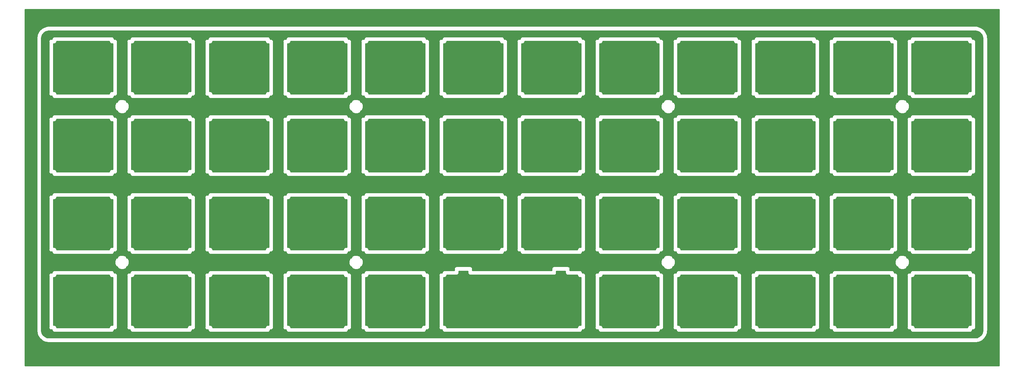
<source format=gbl>
G04 #@! TF.GenerationSoftware,KiCad,Pcbnew,(5.0.0)*
G04 #@! TF.CreationDate,2018-11-10T23:46:14-06:00*
G04 #@! TF.ProjectId,Contra,436F6E7472612E6B696361645F706362,rev?*
G04 #@! TF.SameCoordinates,Original*
G04 #@! TF.FileFunction,Copper,L2,Bot,Signal*
G04 #@! TF.FilePolarity,Positive*
%FSLAX46Y46*%
G04 Gerber Fmt 4.6, Leading zero omitted, Abs format (unit mm)*
G04 Created by KiCad (PCBNEW (5.0.0)) date 11/10/18 23:46:14*
%MOMM*%
%LPD*%
G01*
G04 APERTURE LIST*
G04 #@! TA.AperFunction,NonConductor*
%ADD10C,0.254000*%
G04 #@! TD*
G04 APERTURE END LIST*
D10*
G36*
X261810500Y-110998000D02*
X23939500Y-110998000D01*
X23939500Y-102451166D01*
X26801375Y-102451166D01*
X26808853Y-102488759D01*
X26887501Y-103086152D01*
X26887501Y-103086160D01*
X26926892Y-103233168D01*
X27164780Y-103807480D01*
X27240877Y-103939284D01*
X27240880Y-103939287D01*
X27619298Y-104432451D01*
X27619301Y-104432456D01*
X27726919Y-104540074D01*
X27726924Y-104540077D01*
X28220088Y-104918495D01*
X28220091Y-104918498D01*
X28351895Y-104994595D01*
X28926204Y-105232482D01*
X28926207Y-105232483D01*
X28965598Y-105243038D01*
X29073216Y-105271874D01*
X29073223Y-105271874D01*
X29670613Y-105350522D01*
X29708208Y-105358000D01*
X256041792Y-105358000D01*
X256079387Y-105350522D01*
X256676777Y-105271874D01*
X256676785Y-105271874D01*
X256823793Y-105232483D01*
X257398105Y-104994595D01*
X257529909Y-104918498D01*
X257529912Y-104918495D01*
X258023076Y-104540077D01*
X258023081Y-104540074D01*
X258130699Y-104432456D01*
X258130702Y-104432451D01*
X258509120Y-103939287D01*
X258509123Y-103939284D01*
X258585220Y-103807480D01*
X258823108Y-103233167D01*
X258824100Y-103229467D01*
X258833663Y-103193777D01*
X258862499Y-103086159D01*
X258862499Y-103086152D01*
X258941147Y-102488762D01*
X258948625Y-102451167D01*
X258948625Y-30898833D01*
X258941147Y-30861238D01*
X258862499Y-30263848D01*
X258862499Y-30263841D01*
X258833663Y-30156223D01*
X258823108Y-30116832D01*
X258823107Y-30116829D01*
X258585220Y-29542520D01*
X258509123Y-29410716D01*
X258509120Y-29410713D01*
X258130702Y-28917549D01*
X258130699Y-28917544D01*
X258023081Y-28809926D01*
X258023076Y-28809923D01*
X257529912Y-28431505D01*
X257529909Y-28431502D01*
X257398105Y-28355405D01*
X256823793Y-28117517D01*
X256676785Y-28078126D01*
X256676777Y-28078126D01*
X256079387Y-27999478D01*
X256041792Y-27992000D01*
X29708208Y-27992000D01*
X29670613Y-27999478D01*
X29073223Y-28078126D01*
X29073216Y-28078126D01*
X28965598Y-28106962D01*
X28926207Y-28117517D01*
X28926204Y-28117518D01*
X28351895Y-28355405D01*
X28220091Y-28431502D01*
X28220088Y-28431505D01*
X27726924Y-28809923D01*
X27726919Y-28809926D01*
X27619301Y-28917544D01*
X27619298Y-28917549D01*
X27240880Y-29410713D01*
X27240877Y-29410716D01*
X27164780Y-29542520D01*
X26926892Y-30116832D01*
X26887501Y-30263840D01*
X26887501Y-30263848D01*
X26808851Y-30861253D01*
X26801376Y-30898833D01*
X26801375Y-102451166D01*
X23939500Y-102451166D01*
X23939500Y-23939500D01*
X261810500Y-23939500D01*
X261810500Y-110998000D01*
X261810500Y-110998000D01*
G37*
X261810500Y-110998000D02*
X23939500Y-110998000D01*
X23939500Y-102451166D01*
X26801375Y-102451166D01*
X26808853Y-102488759D01*
X26887501Y-103086152D01*
X26887501Y-103086160D01*
X26926892Y-103233168D01*
X27164780Y-103807480D01*
X27240877Y-103939284D01*
X27240880Y-103939287D01*
X27619298Y-104432451D01*
X27619301Y-104432456D01*
X27726919Y-104540074D01*
X27726924Y-104540077D01*
X28220088Y-104918495D01*
X28220091Y-104918498D01*
X28351895Y-104994595D01*
X28926204Y-105232482D01*
X28926207Y-105232483D01*
X28965598Y-105243038D01*
X29073216Y-105271874D01*
X29073223Y-105271874D01*
X29670613Y-105350522D01*
X29708208Y-105358000D01*
X256041792Y-105358000D01*
X256079387Y-105350522D01*
X256676777Y-105271874D01*
X256676785Y-105271874D01*
X256823793Y-105232483D01*
X257398105Y-104994595D01*
X257529909Y-104918498D01*
X257529912Y-104918495D01*
X258023076Y-104540077D01*
X258023081Y-104540074D01*
X258130699Y-104432456D01*
X258130702Y-104432451D01*
X258509120Y-103939287D01*
X258509123Y-103939284D01*
X258585220Y-103807480D01*
X258823108Y-103233167D01*
X258824100Y-103229467D01*
X258833663Y-103193777D01*
X258862499Y-103086159D01*
X258862499Y-103086152D01*
X258941147Y-102488762D01*
X258948625Y-102451167D01*
X258948625Y-30898833D01*
X258941147Y-30861238D01*
X258862499Y-30263848D01*
X258862499Y-30263841D01*
X258833663Y-30156223D01*
X258823108Y-30116832D01*
X258823107Y-30116829D01*
X258585220Y-29542520D01*
X258509123Y-29410716D01*
X258509120Y-29410713D01*
X258130702Y-28917549D01*
X258130699Y-28917544D01*
X258023081Y-28809926D01*
X258023076Y-28809923D01*
X257529912Y-28431505D01*
X257529909Y-28431502D01*
X257398105Y-28355405D01*
X256823793Y-28117517D01*
X256676785Y-28078126D01*
X256676777Y-28078126D01*
X256079387Y-27999478D01*
X256041792Y-27992000D01*
X29708208Y-27992000D01*
X29670613Y-27999478D01*
X29073223Y-28078126D01*
X29073216Y-28078126D01*
X28965598Y-28106962D01*
X28926207Y-28117517D01*
X28926204Y-28117518D01*
X28351895Y-28355405D01*
X28220091Y-28431502D01*
X28220088Y-28431505D01*
X27726924Y-28809923D01*
X27726919Y-28809926D01*
X27619301Y-28917544D01*
X27619298Y-28917549D01*
X27240880Y-29410713D01*
X27240877Y-29410716D01*
X27164780Y-29542520D01*
X26926892Y-30116832D01*
X26887501Y-30263840D01*
X26887501Y-30263848D01*
X26808851Y-30861253D01*
X26801376Y-30898833D01*
X26801375Y-102451166D01*
X23939500Y-102451166D01*
X23939500Y-23939500D01*
X261810500Y-23939500D01*
X261810500Y-110998000D01*
G36*
X256448492Y-29224132D02*
X256880985Y-29403277D01*
X257252372Y-29688253D01*
X257537348Y-30059639D01*
X257716493Y-30492133D01*
X257782625Y-30994459D01*
X257782626Y-102355533D01*
X257716493Y-102857867D01*
X257537348Y-103290361D01*
X257252372Y-103661747D01*
X256880985Y-103946723D01*
X256448492Y-104125868D01*
X255946166Y-104192000D01*
X29803834Y-104192000D01*
X29301508Y-104125868D01*
X28869014Y-103946723D01*
X28497628Y-103661747D01*
X28212652Y-103290360D01*
X28033507Y-102857867D01*
X27967375Y-102355541D01*
X27967375Y-88869400D01*
X29752459Y-88869400D01*
X29763390Y-88924353D01*
X29763391Y-101615021D01*
X29752459Y-101669980D01*
X29795766Y-101887700D01*
X29919095Y-102072275D01*
X30103670Y-102195604D01*
X30266436Y-102227980D01*
X30321390Y-102238911D01*
X30376344Y-102227980D01*
X30559964Y-102227980D01*
X30551719Y-102269430D01*
X30595026Y-102487150D01*
X30718355Y-102671725D01*
X30902930Y-102795054D01*
X31065696Y-102827430D01*
X31120650Y-102838361D01*
X31175604Y-102827430D01*
X45065246Y-102827430D01*
X45120200Y-102838361D01*
X45175154Y-102827430D01*
X45337920Y-102795054D01*
X45522495Y-102671725D01*
X45645824Y-102487150D01*
X45689131Y-102269430D01*
X45680886Y-102227980D01*
X45865846Y-102227980D01*
X45920800Y-102238911D01*
X45975754Y-102227980D01*
X46138520Y-102195604D01*
X46323095Y-102072275D01*
X46446424Y-101887700D01*
X46489731Y-101669980D01*
X46478800Y-101615026D01*
X46478800Y-88924353D01*
X46489731Y-88869400D01*
X48802469Y-88869400D01*
X48813400Y-88924353D01*
X48813401Y-101615021D01*
X48802469Y-101669980D01*
X48845776Y-101887700D01*
X48969105Y-102072275D01*
X49153680Y-102195604D01*
X49316446Y-102227980D01*
X49371400Y-102238911D01*
X49426354Y-102227980D01*
X49610014Y-102227980D01*
X49601769Y-102269430D01*
X49645076Y-102487150D01*
X49768405Y-102671725D01*
X49952980Y-102795054D01*
X50115746Y-102827430D01*
X50170700Y-102838361D01*
X50225654Y-102827430D01*
X64115046Y-102827430D01*
X64170000Y-102838361D01*
X64224954Y-102827430D01*
X64387720Y-102795054D01*
X64572295Y-102671725D01*
X64695624Y-102487150D01*
X64738931Y-102269430D01*
X64730686Y-102227980D01*
X64915846Y-102227980D01*
X64970800Y-102238911D01*
X65025754Y-102227980D01*
X65188520Y-102195604D01*
X65373095Y-102072275D01*
X65496424Y-101887700D01*
X65539731Y-101669980D01*
X65528800Y-101615026D01*
X65528800Y-88924353D01*
X65539731Y-88869400D01*
X67852369Y-88869400D01*
X67863300Y-88924353D01*
X67863301Y-101615021D01*
X67852369Y-101669980D01*
X67895676Y-101887700D01*
X68019005Y-102072275D01*
X68203580Y-102195604D01*
X68366346Y-102227980D01*
X68421300Y-102238911D01*
X68476254Y-102227980D01*
X68660014Y-102227980D01*
X68651769Y-102269430D01*
X68695076Y-102487150D01*
X68818405Y-102671725D01*
X69002980Y-102795054D01*
X69165746Y-102827430D01*
X69220700Y-102838361D01*
X69275654Y-102827430D01*
X83165046Y-102827430D01*
X83220000Y-102838361D01*
X83274954Y-102827430D01*
X83437720Y-102795054D01*
X83622295Y-102671725D01*
X83745624Y-102487150D01*
X83788931Y-102269430D01*
X83780686Y-102227980D01*
X83965846Y-102227980D01*
X84020800Y-102238911D01*
X84075754Y-102227980D01*
X84238520Y-102195604D01*
X84423095Y-102072275D01*
X84546424Y-101887700D01*
X84589731Y-101669980D01*
X84578800Y-101615026D01*
X84578800Y-88924353D01*
X84589731Y-88869400D01*
X86902369Y-88869400D01*
X86913300Y-88924353D01*
X86913301Y-101615021D01*
X86902369Y-101669980D01*
X86945676Y-101887700D01*
X87069005Y-102072275D01*
X87253580Y-102195604D01*
X87416346Y-102227980D01*
X87471300Y-102238911D01*
X87526254Y-102227980D01*
X87710014Y-102227980D01*
X87701769Y-102269430D01*
X87745076Y-102487150D01*
X87868405Y-102671725D01*
X88052980Y-102795054D01*
X88215746Y-102827430D01*
X88270700Y-102838361D01*
X88325654Y-102827430D01*
X102215046Y-102827430D01*
X102270000Y-102838361D01*
X102324954Y-102827430D01*
X102487720Y-102795054D01*
X102672295Y-102671725D01*
X102795624Y-102487150D01*
X102838931Y-102269430D01*
X102830686Y-102227980D01*
X103015846Y-102227980D01*
X103070800Y-102238911D01*
X103125754Y-102227980D01*
X103288520Y-102195604D01*
X103473095Y-102072275D01*
X103596424Y-101887700D01*
X103639731Y-101669980D01*
X103628800Y-101615026D01*
X103628800Y-88924353D01*
X103639731Y-88869400D01*
X105952369Y-88869400D01*
X105963300Y-88924353D01*
X105963301Y-101615021D01*
X105952369Y-101669980D01*
X105995676Y-101887700D01*
X106119005Y-102072275D01*
X106303580Y-102195604D01*
X106466346Y-102227980D01*
X106521300Y-102238911D01*
X106576254Y-102227980D01*
X106760014Y-102227980D01*
X106751769Y-102269430D01*
X106795076Y-102487150D01*
X106918405Y-102671725D01*
X107102980Y-102795054D01*
X107265746Y-102827430D01*
X107320700Y-102838361D01*
X107375654Y-102827430D01*
X121265046Y-102827430D01*
X121320000Y-102838361D01*
X121374954Y-102827430D01*
X121537720Y-102795054D01*
X121722295Y-102671725D01*
X121845624Y-102487150D01*
X121888931Y-102269430D01*
X121880686Y-102227980D01*
X122064446Y-102227980D01*
X122119400Y-102238911D01*
X122174354Y-102227980D01*
X122337120Y-102195604D01*
X122521695Y-102072275D01*
X122645024Y-101887700D01*
X122688331Y-101669980D01*
X122677400Y-101615026D01*
X122677400Y-88924353D01*
X122686355Y-88879329D01*
X124995217Y-88879329D01*
X125006148Y-88934282D01*
X125006149Y-101624970D01*
X124995217Y-101679929D01*
X125038524Y-101897649D01*
X125161853Y-102082224D01*
X125346428Y-102205553D01*
X125509194Y-102237929D01*
X125564148Y-102248860D01*
X125619102Y-102237929D01*
X125804452Y-102237929D01*
X125796217Y-102279329D01*
X125839524Y-102497049D01*
X125962853Y-102681624D01*
X126147428Y-102804953D01*
X126310194Y-102837329D01*
X126365148Y-102848260D01*
X126420102Y-102837329D01*
X159360894Y-102837329D01*
X159415848Y-102848260D01*
X159470802Y-102837329D01*
X159633568Y-102804953D01*
X159818143Y-102681624D01*
X159941472Y-102497049D01*
X159984779Y-102279329D01*
X159976544Y-102237929D01*
X160158894Y-102237929D01*
X160213848Y-102248860D01*
X160268802Y-102237929D01*
X160431568Y-102205553D01*
X160616143Y-102082224D01*
X160739472Y-101897649D01*
X160782779Y-101679929D01*
X160771848Y-101624975D01*
X160771848Y-88934282D01*
X160782779Y-88879329D01*
X160780805Y-88869400D01*
X163102069Y-88869400D01*
X163113000Y-88924353D01*
X163113001Y-101615021D01*
X163102069Y-101669980D01*
X163145376Y-101887700D01*
X163268705Y-102072275D01*
X163453280Y-102195604D01*
X163616046Y-102227980D01*
X163671000Y-102238911D01*
X163725954Y-102227980D01*
X163910314Y-102227980D01*
X163902069Y-102269430D01*
X163945376Y-102487150D01*
X164068705Y-102671725D01*
X164253280Y-102795054D01*
X164416046Y-102827430D01*
X164471000Y-102838361D01*
X164525954Y-102827430D01*
X178415046Y-102827430D01*
X178470000Y-102838361D01*
X178524954Y-102827430D01*
X178687720Y-102795054D01*
X178872295Y-102671725D01*
X178995624Y-102487150D01*
X179038931Y-102269430D01*
X179030686Y-102227980D01*
X179216046Y-102227980D01*
X179271000Y-102238911D01*
X179325954Y-102227980D01*
X179488720Y-102195604D01*
X179673295Y-102072275D01*
X179796624Y-101887700D01*
X179839931Y-101669980D01*
X179829000Y-101615026D01*
X179829000Y-88924353D01*
X179839931Y-88869400D01*
X182152069Y-88869400D01*
X182163000Y-88924353D01*
X182163001Y-101615021D01*
X182152069Y-101669980D01*
X182195376Y-101887700D01*
X182318705Y-102072275D01*
X182503280Y-102195604D01*
X182666046Y-102227980D01*
X182721000Y-102238911D01*
X182775954Y-102227980D01*
X182960314Y-102227980D01*
X182952069Y-102269430D01*
X182995376Y-102487150D01*
X183118705Y-102671725D01*
X183303280Y-102795054D01*
X183466046Y-102827430D01*
X183521000Y-102838361D01*
X183575954Y-102827430D01*
X197465046Y-102827430D01*
X197520000Y-102838361D01*
X197574954Y-102827430D01*
X197737720Y-102795054D01*
X197922295Y-102671725D01*
X198045624Y-102487150D01*
X198088931Y-102269430D01*
X198080686Y-102227980D01*
X198266046Y-102227980D01*
X198321000Y-102238911D01*
X198375954Y-102227980D01*
X198538720Y-102195604D01*
X198723295Y-102072275D01*
X198846624Y-101887700D01*
X198889931Y-101669980D01*
X198879000Y-101615026D01*
X198879000Y-88924353D01*
X198889931Y-88869400D01*
X201202069Y-88869400D01*
X201213000Y-88924353D01*
X201213001Y-101615021D01*
X201202069Y-101669980D01*
X201245376Y-101887700D01*
X201368705Y-102072275D01*
X201553280Y-102195604D01*
X201716046Y-102227980D01*
X201771000Y-102238911D01*
X201825954Y-102227980D01*
X202010314Y-102227980D01*
X202002069Y-102269430D01*
X202045376Y-102487150D01*
X202168705Y-102671725D01*
X202353280Y-102795054D01*
X202516046Y-102827430D01*
X202571000Y-102838361D01*
X202625954Y-102827430D01*
X216515046Y-102827430D01*
X216570000Y-102838361D01*
X216624954Y-102827430D01*
X216787720Y-102795054D01*
X216972295Y-102671725D01*
X217095624Y-102487150D01*
X217138931Y-102269430D01*
X217130686Y-102227980D01*
X217316046Y-102227980D01*
X217371000Y-102238911D01*
X217425954Y-102227980D01*
X217588720Y-102195604D01*
X217773295Y-102072275D01*
X217896624Y-101887700D01*
X217939931Y-101669980D01*
X217929000Y-101615026D01*
X217929000Y-88924353D01*
X217939931Y-88869400D01*
X220252069Y-88869400D01*
X220263000Y-88924353D01*
X220263001Y-101615021D01*
X220252069Y-101669980D01*
X220295376Y-101887700D01*
X220418705Y-102072275D01*
X220603280Y-102195604D01*
X220766046Y-102227980D01*
X220821000Y-102238911D01*
X220875954Y-102227980D01*
X221060314Y-102227980D01*
X221052069Y-102269430D01*
X221095376Y-102487150D01*
X221218705Y-102671725D01*
X221403280Y-102795054D01*
X221566046Y-102827430D01*
X221621000Y-102838361D01*
X221675954Y-102827430D01*
X235565046Y-102827430D01*
X235620000Y-102838361D01*
X235674954Y-102827430D01*
X235837720Y-102795054D01*
X236022295Y-102671725D01*
X236145624Y-102487150D01*
X236188931Y-102269430D01*
X236180686Y-102227980D01*
X236366046Y-102227980D01*
X236421000Y-102238911D01*
X236475954Y-102227980D01*
X236638720Y-102195604D01*
X236823295Y-102072275D01*
X236946624Y-101887700D01*
X236989931Y-101669980D01*
X236979000Y-101615026D01*
X236979000Y-88924353D01*
X236989931Y-88869400D01*
X239302069Y-88869400D01*
X239313000Y-88924353D01*
X239313001Y-101615021D01*
X239302069Y-101669980D01*
X239345376Y-101887700D01*
X239468705Y-102072275D01*
X239653280Y-102195604D01*
X239816046Y-102227980D01*
X239871000Y-102238911D01*
X239925954Y-102227980D01*
X240110314Y-102227980D01*
X240102069Y-102269430D01*
X240145376Y-102487150D01*
X240268705Y-102671725D01*
X240453280Y-102795054D01*
X240616046Y-102827430D01*
X240671000Y-102838361D01*
X240725954Y-102827430D01*
X254615046Y-102827430D01*
X254670000Y-102838361D01*
X254724954Y-102827430D01*
X254887720Y-102795054D01*
X255072295Y-102671725D01*
X255195624Y-102487150D01*
X255238931Y-102269430D01*
X255230686Y-102227980D01*
X255416046Y-102227980D01*
X255471000Y-102238911D01*
X255525954Y-102227980D01*
X255688720Y-102195604D01*
X255873295Y-102072275D01*
X255996624Y-101887700D01*
X256039931Y-101669980D01*
X256029000Y-101615026D01*
X256029000Y-88924353D01*
X256039931Y-88869400D01*
X255996624Y-88651680D01*
X255873295Y-88467105D01*
X255688720Y-88343776D01*
X255525954Y-88311400D01*
X255471000Y-88300469D01*
X255416046Y-88311400D01*
X255230676Y-88311400D01*
X255238931Y-88269900D01*
X255195624Y-88052180D01*
X255072295Y-87867605D01*
X254887720Y-87744276D01*
X254670000Y-87700969D01*
X254615046Y-87711900D01*
X240725954Y-87711900D01*
X240671000Y-87700969D01*
X240453280Y-87744276D01*
X240268705Y-87867605D01*
X240145376Y-88052180D01*
X240102069Y-88269900D01*
X240110324Y-88311400D01*
X239925954Y-88311400D01*
X239871000Y-88300469D01*
X239816046Y-88311400D01*
X239653280Y-88343776D01*
X239468705Y-88467105D01*
X239345376Y-88651680D01*
X239302069Y-88869400D01*
X236989931Y-88869400D01*
X236946624Y-88651680D01*
X236823295Y-88467105D01*
X236638720Y-88343776D01*
X236475954Y-88311400D01*
X236421000Y-88300469D01*
X236366046Y-88311400D01*
X236180676Y-88311400D01*
X236188931Y-88269900D01*
X236145624Y-88052180D01*
X236022295Y-87867605D01*
X235837720Y-87744276D01*
X235620000Y-87700969D01*
X235565046Y-87711900D01*
X221675954Y-87711900D01*
X221621000Y-87700969D01*
X221403280Y-87744276D01*
X221218705Y-87867605D01*
X221095376Y-88052180D01*
X221052069Y-88269900D01*
X221060324Y-88311400D01*
X220875954Y-88311400D01*
X220821000Y-88300469D01*
X220766046Y-88311400D01*
X220603280Y-88343776D01*
X220418705Y-88467105D01*
X220295376Y-88651680D01*
X220252069Y-88869400D01*
X217939931Y-88869400D01*
X217896624Y-88651680D01*
X217773295Y-88467105D01*
X217588720Y-88343776D01*
X217425954Y-88311400D01*
X217371000Y-88300469D01*
X217316046Y-88311400D01*
X217130676Y-88311400D01*
X217138931Y-88269900D01*
X217095624Y-88052180D01*
X216972295Y-87867605D01*
X216787720Y-87744276D01*
X216570000Y-87700969D01*
X216515046Y-87711900D01*
X202625954Y-87711900D01*
X202571000Y-87700969D01*
X202353280Y-87744276D01*
X202168705Y-87867605D01*
X202045376Y-88052180D01*
X202002069Y-88269900D01*
X202010324Y-88311400D01*
X201825954Y-88311400D01*
X201771000Y-88300469D01*
X201716046Y-88311400D01*
X201553280Y-88343776D01*
X201368705Y-88467105D01*
X201245376Y-88651680D01*
X201202069Y-88869400D01*
X198889931Y-88869400D01*
X198846624Y-88651680D01*
X198723295Y-88467105D01*
X198538720Y-88343776D01*
X198375954Y-88311400D01*
X198321000Y-88300469D01*
X198266046Y-88311400D01*
X198080676Y-88311400D01*
X198088931Y-88269900D01*
X198045624Y-88052180D01*
X197922295Y-87867605D01*
X197737720Y-87744276D01*
X197520000Y-87700969D01*
X197465046Y-87711900D01*
X183575954Y-87711900D01*
X183521000Y-87700969D01*
X183303280Y-87744276D01*
X183118705Y-87867605D01*
X182995376Y-88052180D01*
X182952069Y-88269900D01*
X182960324Y-88311400D01*
X182775954Y-88311400D01*
X182721000Y-88300469D01*
X182666046Y-88311400D01*
X182503280Y-88343776D01*
X182318705Y-88467105D01*
X182195376Y-88651680D01*
X182152069Y-88869400D01*
X179839931Y-88869400D01*
X179796624Y-88651680D01*
X179673295Y-88467105D01*
X179488720Y-88343776D01*
X179325954Y-88311400D01*
X179271000Y-88300469D01*
X179216046Y-88311400D01*
X179030676Y-88311400D01*
X179038931Y-88269900D01*
X178995624Y-88052180D01*
X178872295Y-87867605D01*
X178687720Y-87744276D01*
X178470000Y-87700969D01*
X178415046Y-87711900D01*
X164525954Y-87711900D01*
X164471000Y-87700969D01*
X164253280Y-87744276D01*
X164068705Y-87867605D01*
X163945376Y-88052180D01*
X163902069Y-88269900D01*
X163910324Y-88311400D01*
X163725954Y-88311400D01*
X163671000Y-88300469D01*
X163616046Y-88311400D01*
X163453280Y-88343776D01*
X163268705Y-88467105D01*
X163145376Y-88651680D01*
X163102069Y-88869400D01*
X160780805Y-88869400D01*
X160739472Y-88661609D01*
X160616143Y-88477034D01*
X160431568Y-88353705D01*
X160268802Y-88321329D01*
X160213848Y-88310398D01*
X160158894Y-88321329D01*
X159976544Y-88321329D01*
X159984779Y-88279929D01*
X159941472Y-88062209D01*
X159818143Y-87877634D01*
X159633568Y-87754305D01*
X159470802Y-87721929D01*
X159415848Y-87710998D01*
X159360894Y-87721929D01*
X156997148Y-87721929D01*
X156997148Y-87364713D01*
X157008079Y-87309759D01*
X156964772Y-87092039D01*
X156841443Y-86907464D01*
X156656868Y-86784135D01*
X156494102Y-86751759D01*
X156439148Y-86740828D01*
X156384194Y-86751759D01*
X153194102Y-86751759D01*
X153139148Y-86740828D01*
X153084194Y-86751759D01*
X152921428Y-86784135D01*
X152736853Y-86907464D01*
X152613524Y-87092039D01*
X152570217Y-87309759D01*
X152581148Y-87364714D01*
X152581148Y-87721929D01*
X133197148Y-87721929D01*
X133197148Y-87364713D01*
X133208079Y-87309759D01*
X133164772Y-87092039D01*
X133041443Y-86907464D01*
X132856868Y-86784135D01*
X132694102Y-86751759D01*
X132639148Y-86740828D01*
X132584194Y-86751759D01*
X129394102Y-86751759D01*
X129339148Y-86740828D01*
X129284194Y-86751759D01*
X129121428Y-86784135D01*
X128936853Y-86907464D01*
X128813524Y-87092039D01*
X128770217Y-87309759D01*
X128781148Y-87364714D01*
X128781148Y-87721929D01*
X126420102Y-87721929D01*
X126365148Y-87710998D01*
X126310194Y-87721929D01*
X126147428Y-87754305D01*
X125962853Y-87877634D01*
X125839524Y-88062209D01*
X125796217Y-88279929D01*
X125804452Y-88321329D01*
X125619102Y-88321329D01*
X125564148Y-88310398D01*
X125509194Y-88321329D01*
X125346428Y-88353705D01*
X125161853Y-88477034D01*
X125038524Y-88661609D01*
X124995217Y-88879329D01*
X122686355Y-88879329D01*
X122688331Y-88869400D01*
X122645024Y-88651680D01*
X122521695Y-88467105D01*
X122337120Y-88343776D01*
X122174354Y-88311400D01*
X122119400Y-88300469D01*
X122064446Y-88311400D01*
X121880676Y-88311400D01*
X121888931Y-88269900D01*
X121845624Y-88052180D01*
X121722295Y-87867605D01*
X121537720Y-87744276D01*
X121320000Y-87700969D01*
X121265046Y-87711900D01*
X107375654Y-87711900D01*
X107320700Y-87700969D01*
X107102980Y-87744276D01*
X106918405Y-87867605D01*
X106795076Y-88052180D01*
X106751769Y-88269900D01*
X106760024Y-88311400D01*
X106576254Y-88311400D01*
X106521300Y-88300469D01*
X106466346Y-88311400D01*
X106303580Y-88343776D01*
X106119005Y-88467105D01*
X105995676Y-88651680D01*
X105952369Y-88869400D01*
X103639731Y-88869400D01*
X103596424Y-88651680D01*
X103473095Y-88467105D01*
X103288520Y-88343776D01*
X103125754Y-88311400D01*
X103070800Y-88300469D01*
X103015846Y-88311400D01*
X102830676Y-88311400D01*
X102838931Y-88269900D01*
X102795624Y-88052180D01*
X102672295Y-87867605D01*
X102487720Y-87744276D01*
X102270000Y-87700969D01*
X102215046Y-87711900D01*
X88325654Y-87711900D01*
X88270700Y-87700969D01*
X88052980Y-87744276D01*
X87868405Y-87867605D01*
X87745076Y-88052180D01*
X87701769Y-88269900D01*
X87710024Y-88311400D01*
X87526254Y-88311400D01*
X87471300Y-88300469D01*
X87416346Y-88311400D01*
X87253580Y-88343776D01*
X87069005Y-88467105D01*
X86945676Y-88651680D01*
X86902369Y-88869400D01*
X84589731Y-88869400D01*
X84546424Y-88651680D01*
X84423095Y-88467105D01*
X84238520Y-88343776D01*
X84075754Y-88311400D01*
X84020800Y-88300469D01*
X83965846Y-88311400D01*
X83780676Y-88311400D01*
X83788931Y-88269900D01*
X83745624Y-88052180D01*
X83622295Y-87867605D01*
X83437720Y-87744276D01*
X83220000Y-87700969D01*
X83165046Y-87711900D01*
X69275654Y-87711900D01*
X69220700Y-87700969D01*
X69002980Y-87744276D01*
X68818405Y-87867605D01*
X68695076Y-88052180D01*
X68651769Y-88269900D01*
X68660024Y-88311400D01*
X68476254Y-88311400D01*
X68421300Y-88300469D01*
X68366346Y-88311400D01*
X68203580Y-88343776D01*
X68019005Y-88467105D01*
X67895676Y-88651680D01*
X67852369Y-88869400D01*
X65539731Y-88869400D01*
X65496424Y-88651680D01*
X65373095Y-88467105D01*
X65188520Y-88343776D01*
X65025754Y-88311400D01*
X64970800Y-88300469D01*
X64915846Y-88311400D01*
X64730676Y-88311400D01*
X64738931Y-88269900D01*
X64695624Y-88052180D01*
X64572295Y-87867605D01*
X64387720Y-87744276D01*
X64170000Y-87700969D01*
X64115046Y-87711900D01*
X50225654Y-87711900D01*
X50170700Y-87700969D01*
X49952980Y-87744276D01*
X49768405Y-87867605D01*
X49645076Y-88052180D01*
X49601769Y-88269900D01*
X49610024Y-88311400D01*
X49426354Y-88311400D01*
X49371400Y-88300469D01*
X49316446Y-88311400D01*
X49153680Y-88343776D01*
X48969105Y-88467105D01*
X48845776Y-88651680D01*
X48802469Y-88869400D01*
X46489731Y-88869400D01*
X46446424Y-88651680D01*
X46323095Y-88467105D01*
X46138520Y-88343776D01*
X45975754Y-88311400D01*
X45920800Y-88300469D01*
X45865846Y-88311400D01*
X45680876Y-88311400D01*
X45689131Y-88269900D01*
X45645824Y-88052180D01*
X45522495Y-87867605D01*
X45337920Y-87744276D01*
X45120200Y-87700969D01*
X45065246Y-87711900D01*
X31175604Y-87711900D01*
X31120650Y-87700969D01*
X30902930Y-87744276D01*
X30718355Y-87867605D01*
X30595026Y-88052180D01*
X30551719Y-88269900D01*
X30559974Y-88311400D01*
X30376344Y-88311400D01*
X30321390Y-88300469D01*
X30266436Y-88311400D01*
X30103670Y-88343776D01*
X29919095Y-88467105D01*
X29795766Y-88651680D01*
X29752459Y-88869400D01*
X27967375Y-88869400D01*
X27967375Y-85436593D01*
X45879677Y-85436593D01*
X45902164Y-86126453D01*
X46122901Y-86659359D01*
X46393590Y-86767646D01*
X46582354Y-86956410D01*
X46690641Y-87227099D01*
X47336593Y-87470323D01*
X48026453Y-87447836D01*
X48559359Y-87227099D01*
X48667646Y-86956410D01*
X48856410Y-86767646D01*
X49127099Y-86659359D01*
X49370323Y-86013407D01*
X49351521Y-85436593D01*
X103029677Y-85436593D01*
X103052164Y-86126453D01*
X103272901Y-86659359D01*
X103543590Y-86767646D01*
X103732354Y-86956410D01*
X103840641Y-87227099D01*
X104486593Y-87470323D01*
X105176453Y-87447836D01*
X105709359Y-87227099D01*
X105817646Y-86956410D01*
X106006410Y-86767646D01*
X106277099Y-86659359D01*
X106520323Y-86013407D01*
X106501521Y-85436593D01*
X179229677Y-85436593D01*
X179252164Y-86126453D01*
X179472901Y-86659359D01*
X179743590Y-86767646D01*
X179932354Y-86956410D01*
X180040641Y-87227099D01*
X180686593Y-87470323D01*
X181376453Y-87447836D01*
X181909359Y-87227099D01*
X182017646Y-86956410D01*
X182206410Y-86767646D01*
X182477099Y-86659359D01*
X182720323Y-86013407D01*
X182701521Y-85436593D01*
X236379677Y-85436593D01*
X236402164Y-86126453D01*
X236622901Y-86659359D01*
X236893590Y-86767646D01*
X237082354Y-86956410D01*
X237190641Y-87227099D01*
X237836593Y-87470323D01*
X238526453Y-87447836D01*
X239059359Y-87227099D01*
X239167646Y-86956410D01*
X239356410Y-86767646D01*
X239627099Y-86659359D01*
X239870323Y-86013407D01*
X239847836Y-85323547D01*
X239627099Y-84790641D01*
X239356410Y-84682354D01*
X239167646Y-84493590D01*
X239059359Y-84222901D01*
X238413407Y-83979677D01*
X237723547Y-84002164D01*
X237190641Y-84222901D01*
X237082354Y-84493590D01*
X236893590Y-84682354D01*
X236622901Y-84790641D01*
X236379677Y-85436593D01*
X182701521Y-85436593D01*
X182697836Y-85323547D01*
X182477099Y-84790641D01*
X182206410Y-84682354D01*
X182017646Y-84493590D01*
X181909359Y-84222901D01*
X181263407Y-83979677D01*
X180573547Y-84002164D01*
X180040641Y-84222901D01*
X179932354Y-84493590D01*
X179743590Y-84682354D01*
X179472901Y-84790641D01*
X179229677Y-85436593D01*
X106501521Y-85436593D01*
X106497836Y-85323547D01*
X106277099Y-84790641D01*
X106006410Y-84682354D01*
X105817646Y-84493590D01*
X105709359Y-84222901D01*
X105063407Y-83979677D01*
X104373547Y-84002164D01*
X103840641Y-84222901D01*
X103732354Y-84493590D01*
X103543590Y-84682354D01*
X103272901Y-84790641D01*
X103029677Y-85436593D01*
X49351521Y-85436593D01*
X49347836Y-85323547D01*
X49127099Y-84790641D01*
X48856410Y-84682354D01*
X48667646Y-84493590D01*
X48559359Y-84222901D01*
X47913407Y-83979677D01*
X47223547Y-84002164D01*
X46690641Y-84222901D01*
X46582354Y-84493590D01*
X46393590Y-84682354D01*
X46122901Y-84790641D01*
X45879677Y-85436593D01*
X27967375Y-85436593D01*
X27967375Y-69819400D01*
X29752459Y-69819400D01*
X29763390Y-69874353D01*
X29763391Y-82565041D01*
X29752459Y-82620000D01*
X29795766Y-82837720D01*
X29919095Y-83022295D01*
X30103670Y-83145624D01*
X30266436Y-83178000D01*
X30321390Y-83188931D01*
X30376344Y-83178000D01*
X30559954Y-83178000D01*
X30551719Y-83219400D01*
X30595026Y-83437120D01*
X30718355Y-83621695D01*
X30902930Y-83745024D01*
X31065696Y-83777400D01*
X31120650Y-83788331D01*
X31175604Y-83777400D01*
X45065246Y-83777400D01*
X45120200Y-83788331D01*
X45175154Y-83777400D01*
X45337920Y-83745024D01*
X45522495Y-83621695D01*
X45645824Y-83437120D01*
X45689131Y-83219400D01*
X45680896Y-83178000D01*
X45865846Y-83178000D01*
X45920800Y-83188931D01*
X45975754Y-83178000D01*
X46138520Y-83145624D01*
X46323095Y-83022295D01*
X46446424Y-82837720D01*
X46489731Y-82620000D01*
X46478800Y-82565046D01*
X46478800Y-69874353D01*
X46489731Y-69819400D01*
X48802469Y-69819400D01*
X48813400Y-69874353D01*
X48813401Y-82565041D01*
X48802469Y-82620000D01*
X48845776Y-82837720D01*
X48969105Y-83022295D01*
X49153680Y-83145624D01*
X49316446Y-83178000D01*
X49371400Y-83188931D01*
X49426354Y-83178000D01*
X49610004Y-83178000D01*
X49601769Y-83219400D01*
X49645076Y-83437120D01*
X49768405Y-83621695D01*
X49952980Y-83745024D01*
X50115746Y-83777400D01*
X50170700Y-83788331D01*
X50225654Y-83777400D01*
X64115046Y-83777400D01*
X64170000Y-83788331D01*
X64224954Y-83777400D01*
X64387720Y-83745024D01*
X64572295Y-83621695D01*
X64695624Y-83437120D01*
X64738931Y-83219400D01*
X64730696Y-83178000D01*
X64915846Y-83178000D01*
X64970800Y-83188931D01*
X65025754Y-83178000D01*
X65188520Y-83145624D01*
X65373095Y-83022295D01*
X65496424Y-82837720D01*
X65539731Y-82620000D01*
X65528800Y-82565046D01*
X65528800Y-69874353D01*
X65539731Y-69819400D01*
X67852369Y-69819400D01*
X67863300Y-69874353D01*
X67863301Y-82565041D01*
X67852369Y-82620000D01*
X67895676Y-82837720D01*
X68019005Y-83022295D01*
X68203580Y-83145624D01*
X68366346Y-83178000D01*
X68421300Y-83188931D01*
X68476254Y-83178000D01*
X68660004Y-83178000D01*
X68651769Y-83219400D01*
X68695076Y-83437120D01*
X68818405Y-83621695D01*
X69002980Y-83745024D01*
X69165746Y-83777400D01*
X69220700Y-83788331D01*
X69275654Y-83777400D01*
X83165046Y-83777400D01*
X83220000Y-83788331D01*
X83274954Y-83777400D01*
X83437720Y-83745024D01*
X83622295Y-83621695D01*
X83745624Y-83437120D01*
X83788931Y-83219400D01*
X83780696Y-83178000D01*
X83965846Y-83178000D01*
X84020800Y-83188931D01*
X84075754Y-83178000D01*
X84238520Y-83145624D01*
X84423095Y-83022295D01*
X84546424Y-82837720D01*
X84589731Y-82620000D01*
X84578800Y-82565046D01*
X84578800Y-69874353D01*
X84589731Y-69819400D01*
X86902369Y-69819400D01*
X86913300Y-69874353D01*
X86913301Y-82565041D01*
X86902369Y-82620000D01*
X86945676Y-82837720D01*
X87069005Y-83022295D01*
X87253580Y-83145624D01*
X87416346Y-83178000D01*
X87471300Y-83188931D01*
X87526254Y-83178000D01*
X87710004Y-83178000D01*
X87701769Y-83219400D01*
X87745076Y-83437120D01*
X87868405Y-83621695D01*
X88052980Y-83745024D01*
X88215746Y-83777400D01*
X88270700Y-83788331D01*
X88325654Y-83777400D01*
X102215046Y-83777400D01*
X102270000Y-83788331D01*
X102324954Y-83777400D01*
X102487720Y-83745024D01*
X102672295Y-83621695D01*
X102795624Y-83437120D01*
X102838931Y-83219400D01*
X102830696Y-83178000D01*
X103015846Y-83178000D01*
X103070800Y-83188931D01*
X103125754Y-83178000D01*
X103288520Y-83145624D01*
X103473095Y-83022295D01*
X103596424Y-82837720D01*
X103639731Y-82620000D01*
X103628800Y-82565046D01*
X103628800Y-69874353D01*
X103639731Y-69819400D01*
X105952369Y-69819400D01*
X105963300Y-69874353D01*
X105963301Y-82565041D01*
X105952369Y-82620000D01*
X105995676Y-82837720D01*
X106119005Y-83022295D01*
X106303580Y-83145624D01*
X106466346Y-83178000D01*
X106521300Y-83188931D01*
X106576254Y-83178000D01*
X106760004Y-83178000D01*
X106751769Y-83219400D01*
X106795076Y-83437120D01*
X106918405Y-83621695D01*
X107102980Y-83745024D01*
X107265746Y-83777400D01*
X107320700Y-83788331D01*
X107375654Y-83777400D01*
X121265046Y-83777400D01*
X121320000Y-83788331D01*
X121374954Y-83777400D01*
X121537720Y-83745024D01*
X121722295Y-83621695D01*
X121845624Y-83437120D01*
X121888931Y-83219400D01*
X121880696Y-83178000D01*
X122064446Y-83178000D01*
X122119400Y-83188931D01*
X122174354Y-83178000D01*
X122337120Y-83145624D01*
X122521695Y-83022295D01*
X122645024Y-82837720D01*
X122688331Y-82620000D01*
X122677400Y-82565046D01*
X122677400Y-69874353D01*
X122688331Y-69819400D01*
X125002369Y-69819400D01*
X125013300Y-69874353D01*
X125013301Y-82565041D01*
X125002369Y-82620000D01*
X125045676Y-82837720D01*
X125169005Y-83022295D01*
X125353580Y-83145624D01*
X125516346Y-83178000D01*
X125571300Y-83188931D01*
X125626254Y-83178000D01*
X125808604Y-83178000D01*
X125800369Y-83219400D01*
X125843676Y-83437120D01*
X125967005Y-83621695D01*
X126151580Y-83745024D01*
X126314346Y-83777400D01*
X126369300Y-83788331D01*
X126424254Y-83777400D01*
X140315046Y-83777400D01*
X140370000Y-83788331D01*
X140424954Y-83777400D01*
X140587720Y-83745024D01*
X140772295Y-83621695D01*
X140895624Y-83437120D01*
X140938931Y-83219400D01*
X140930696Y-83178000D01*
X141114046Y-83178000D01*
X141169000Y-83188931D01*
X141223954Y-83178000D01*
X141386720Y-83145624D01*
X141571295Y-83022295D01*
X141694624Y-82837720D01*
X141737931Y-82620000D01*
X141727000Y-82565046D01*
X141727000Y-69874353D01*
X141737931Y-69819400D01*
X144051069Y-69819400D01*
X144062000Y-69874353D01*
X144062001Y-82565041D01*
X144051069Y-82620000D01*
X144094376Y-82837720D01*
X144217705Y-83022295D01*
X144402280Y-83145624D01*
X144565046Y-83178000D01*
X144620000Y-83188931D01*
X144674954Y-83178000D01*
X144858304Y-83178000D01*
X144850069Y-83219400D01*
X144893376Y-83437120D01*
X145016705Y-83621695D01*
X145201280Y-83745024D01*
X145364046Y-83777400D01*
X145419000Y-83788331D01*
X145473954Y-83777400D01*
X159365046Y-83777400D01*
X159420000Y-83788331D01*
X159474954Y-83777400D01*
X159637720Y-83745024D01*
X159822295Y-83621695D01*
X159945624Y-83437120D01*
X159988931Y-83219400D01*
X159980696Y-83178000D01*
X160166046Y-83178000D01*
X160221000Y-83188931D01*
X160275954Y-83178000D01*
X160438720Y-83145624D01*
X160623295Y-83022295D01*
X160746624Y-82837720D01*
X160789931Y-82620000D01*
X160779000Y-82565046D01*
X160779000Y-69874353D01*
X160789931Y-69819400D01*
X163102069Y-69819400D01*
X163113000Y-69874353D01*
X163113001Y-82565041D01*
X163102069Y-82620000D01*
X163145376Y-82837720D01*
X163268705Y-83022295D01*
X163453280Y-83145624D01*
X163616046Y-83178000D01*
X163671000Y-83188931D01*
X163725954Y-83178000D01*
X163910304Y-83178000D01*
X163902069Y-83219400D01*
X163945376Y-83437120D01*
X164068705Y-83621695D01*
X164253280Y-83745024D01*
X164416046Y-83777400D01*
X164471000Y-83788331D01*
X164525954Y-83777400D01*
X178415046Y-83777400D01*
X178470000Y-83788331D01*
X178524954Y-83777400D01*
X178687720Y-83745024D01*
X178872295Y-83621695D01*
X178995624Y-83437120D01*
X179038931Y-83219400D01*
X179030696Y-83178000D01*
X179216046Y-83178000D01*
X179271000Y-83188931D01*
X179325954Y-83178000D01*
X179488720Y-83145624D01*
X179673295Y-83022295D01*
X179796624Y-82837720D01*
X179839931Y-82620000D01*
X179829000Y-82565046D01*
X179829000Y-69874353D01*
X179839931Y-69819400D01*
X182152069Y-69819400D01*
X182163000Y-69874353D01*
X182163001Y-82565041D01*
X182152069Y-82620000D01*
X182195376Y-82837720D01*
X182318705Y-83022295D01*
X182503280Y-83145624D01*
X182666046Y-83178000D01*
X182721000Y-83188931D01*
X182775954Y-83178000D01*
X182960304Y-83178000D01*
X182952069Y-83219400D01*
X182995376Y-83437120D01*
X183118705Y-83621695D01*
X183303280Y-83745024D01*
X183466046Y-83777400D01*
X183521000Y-83788331D01*
X183575954Y-83777400D01*
X197465046Y-83777400D01*
X197520000Y-83788331D01*
X197574954Y-83777400D01*
X197737720Y-83745024D01*
X197922295Y-83621695D01*
X198045624Y-83437120D01*
X198088931Y-83219400D01*
X198080696Y-83178000D01*
X198266046Y-83178000D01*
X198321000Y-83188931D01*
X198375954Y-83178000D01*
X198538720Y-83145624D01*
X198723295Y-83022295D01*
X198846624Y-82837720D01*
X198889931Y-82620000D01*
X198879000Y-82565046D01*
X198879000Y-69874353D01*
X198889931Y-69819400D01*
X201202069Y-69819400D01*
X201213000Y-69874353D01*
X201213001Y-82565041D01*
X201202069Y-82620000D01*
X201245376Y-82837720D01*
X201368705Y-83022295D01*
X201553280Y-83145624D01*
X201716046Y-83178000D01*
X201771000Y-83188931D01*
X201825954Y-83178000D01*
X202010304Y-83178000D01*
X202002069Y-83219400D01*
X202045376Y-83437120D01*
X202168705Y-83621695D01*
X202353280Y-83745024D01*
X202516046Y-83777400D01*
X202571000Y-83788331D01*
X202625954Y-83777400D01*
X216515046Y-83777400D01*
X216570000Y-83788331D01*
X216624954Y-83777400D01*
X216787720Y-83745024D01*
X216972295Y-83621695D01*
X217095624Y-83437120D01*
X217138931Y-83219400D01*
X217130696Y-83178000D01*
X217316046Y-83178000D01*
X217371000Y-83188931D01*
X217425954Y-83178000D01*
X217588720Y-83145624D01*
X217773295Y-83022295D01*
X217896624Y-82837720D01*
X217939931Y-82620000D01*
X217929000Y-82565046D01*
X217929000Y-69874353D01*
X217939931Y-69819400D01*
X220252069Y-69819400D01*
X220263000Y-69874353D01*
X220263001Y-82565041D01*
X220252069Y-82620000D01*
X220295376Y-82837720D01*
X220418705Y-83022295D01*
X220603280Y-83145624D01*
X220766046Y-83178000D01*
X220821000Y-83188931D01*
X220875954Y-83178000D01*
X221060304Y-83178000D01*
X221052069Y-83219400D01*
X221095376Y-83437120D01*
X221218705Y-83621695D01*
X221403280Y-83745024D01*
X221566046Y-83777400D01*
X221621000Y-83788331D01*
X221675954Y-83777400D01*
X235565046Y-83777400D01*
X235620000Y-83788331D01*
X235674954Y-83777400D01*
X235837720Y-83745024D01*
X236022295Y-83621695D01*
X236145624Y-83437120D01*
X236188931Y-83219400D01*
X236180696Y-83178000D01*
X236366046Y-83178000D01*
X236421000Y-83188931D01*
X236475954Y-83178000D01*
X236638720Y-83145624D01*
X236823295Y-83022295D01*
X236946624Y-82837720D01*
X236989931Y-82620000D01*
X236979000Y-82565046D01*
X236979000Y-69874353D01*
X236989931Y-69819400D01*
X239302069Y-69819400D01*
X239313000Y-69874353D01*
X239313001Y-82565041D01*
X239302069Y-82620000D01*
X239345376Y-82837720D01*
X239468705Y-83022295D01*
X239653280Y-83145624D01*
X239816046Y-83178000D01*
X239871000Y-83188931D01*
X239925954Y-83178000D01*
X240110304Y-83178000D01*
X240102069Y-83219400D01*
X240145376Y-83437120D01*
X240268705Y-83621695D01*
X240453280Y-83745024D01*
X240616046Y-83777400D01*
X240671000Y-83788331D01*
X240725954Y-83777400D01*
X254615046Y-83777400D01*
X254670000Y-83788331D01*
X254724954Y-83777400D01*
X254887720Y-83745024D01*
X255072295Y-83621695D01*
X255195624Y-83437120D01*
X255238931Y-83219400D01*
X255230696Y-83178000D01*
X255416046Y-83178000D01*
X255471000Y-83188931D01*
X255525954Y-83178000D01*
X255688720Y-83145624D01*
X255873295Y-83022295D01*
X255996624Y-82837720D01*
X256039931Y-82620000D01*
X256029000Y-82565046D01*
X256029000Y-69874353D01*
X256039931Y-69819400D01*
X255996624Y-69601680D01*
X255873295Y-69417105D01*
X255688720Y-69293776D01*
X255525954Y-69261400D01*
X255471000Y-69250469D01*
X255416046Y-69261400D01*
X255230696Y-69261400D01*
X255238931Y-69220000D01*
X255195624Y-69002280D01*
X255072295Y-68817705D01*
X254887720Y-68694376D01*
X254724954Y-68662000D01*
X254670000Y-68651069D01*
X254615046Y-68662000D01*
X240725954Y-68662000D01*
X240671000Y-68651069D01*
X240616046Y-68662000D01*
X240453280Y-68694376D01*
X240268705Y-68817705D01*
X240145376Y-69002280D01*
X240102069Y-69220000D01*
X240110304Y-69261400D01*
X239925954Y-69261400D01*
X239871000Y-69250469D01*
X239816046Y-69261400D01*
X239653280Y-69293776D01*
X239468705Y-69417105D01*
X239345376Y-69601680D01*
X239302069Y-69819400D01*
X236989931Y-69819400D01*
X236946624Y-69601680D01*
X236823295Y-69417105D01*
X236638720Y-69293776D01*
X236475954Y-69261400D01*
X236421000Y-69250469D01*
X236366046Y-69261400D01*
X236180696Y-69261400D01*
X236188931Y-69220000D01*
X236145624Y-69002280D01*
X236022295Y-68817705D01*
X235837720Y-68694376D01*
X235674954Y-68662000D01*
X235620000Y-68651069D01*
X235565046Y-68662000D01*
X221675954Y-68662000D01*
X221621000Y-68651069D01*
X221566046Y-68662000D01*
X221403280Y-68694376D01*
X221218705Y-68817705D01*
X221095376Y-69002280D01*
X221052069Y-69220000D01*
X221060304Y-69261400D01*
X220875954Y-69261400D01*
X220821000Y-69250469D01*
X220766046Y-69261400D01*
X220603280Y-69293776D01*
X220418705Y-69417105D01*
X220295376Y-69601680D01*
X220252069Y-69819400D01*
X217939931Y-69819400D01*
X217896624Y-69601680D01*
X217773295Y-69417105D01*
X217588720Y-69293776D01*
X217425954Y-69261400D01*
X217371000Y-69250469D01*
X217316046Y-69261400D01*
X217130696Y-69261400D01*
X217138931Y-69220000D01*
X217095624Y-69002280D01*
X216972295Y-68817705D01*
X216787720Y-68694376D01*
X216624954Y-68662000D01*
X216570000Y-68651069D01*
X216515046Y-68662000D01*
X202625954Y-68662000D01*
X202571000Y-68651069D01*
X202516046Y-68662000D01*
X202353280Y-68694376D01*
X202168705Y-68817705D01*
X202045376Y-69002280D01*
X202002069Y-69220000D01*
X202010304Y-69261400D01*
X201825954Y-69261400D01*
X201771000Y-69250469D01*
X201716046Y-69261400D01*
X201553280Y-69293776D01*
X201368705Y-69417105D01*
X201245376Y-69601680D01*
X201202069Y-69819400D01*
X198889931Y-69819400D01*
X198846624Y-69601680D01*
X198723295Y-69417105D01*
X198538720Y-69293776D01*
X198375954Y-69261400D01*
X198321000Y-69250469D01*
X198266046Y-69261400D01*
X198080696Y-69261400D01*
X198088931Y-69220000D01*
X198045624Y-69002280D01*
X197922295Y-68817705D01*
X197737720Y-68694376D01*
X197574954Y-68662000D01*
X197520000Y-68651069D01*
X197465046Y-68662000D01*
X183575954Y-68662000D01*
X183521000Y-68651069D01*
X183466046Y-68662000D01*
X183303280Y-68694376D01*
X183118705Y-68817705D01*
X182995376Y-69002280D01*
X182952069Y-69220000D01*
X182960304Y-69261400D01*
X182775954Y-69261400D01*
X182721000Y-69250469D01*
X182666046Y-69261400D01*
X182503280Y-69293776D01*
X182318705Y-69417105D01*
X182195376Y-69601680D01*
X182152069Y-69819400D01*
X179839931Y-69819400D01*
X179796624Y-69601680D01*
X179673295Y-69417105D01*
X179488720Y-69293776D01*
X179325954Y-69261400D01*
X179271000Y-69250469D01*
X179216046Y-69261400D01*
X179030696Y-69261400D01*
X179038931Y-69220000D01*
X178995624Y-69002280D01*
X178872295Y-68817705D01*
X178687720Y-68694376D01*
X178524954Y-68662000D01*
X178470000Y-68651069D01*
X178415046Y-68662000D01*
X164525954Y-68662000D01*
X164471000Y-68651069D01*
X164416046Y-68662000D01*
X164253280Y-68694376D01*
X164068705Y-68817705D01*
X163945376Y-69002280D01*
X163902069Y-69220000D01*
X163910304Y-69261400D01*
X163725954Y-69261400D01*
X163671000Y-69250469D01*
X163616046Y-69261400D01*
X163453280Y-69293776D01*
X163268705Y-69417105D01*
X163145376Y-69601680D01*
X163102069Y-69819400D01*
X160789931Y-69819400D01*
X160746624Y-69601680D01*
X160623295Y-69417105D01*
X160438720Y-69293776D01*
X160275954Y-69261400D01*
X160221000Y-69250469D01*
X160166046Y-69261400D01*
X159980696Y-69261400D01*
X159988931Y-69220000D01*
X159945624Y-69002280D01*
X159822295Y-68817705D01*
X159637720Y-68694376D01*
X159474954Y-68662000D01*
X159420000Y-68651069D01*
X159365046Y-68662000D01*
X145473954Y-68662000D01*
X145419000Y-68651069D01*
X145364046Y-68662000D01*
X145201280Y-68694376D01*
X145016705Y-68817705D01*
X144893376Y-69002280D01*
X144850069Y-69220000D01*
X144858304Y-69261400D01*
X144674954Y-69261400D01*
X144620000Y-69250469D01*
X144565046Y-69261400D01*
X144402280Y-69293776D01*
X144217705Y-69417105D01*
X144094376Y-69601680D01*
X144051069Y-69819400D01*
X141737931Y-69819400D01*
X141694624Y-69601680D01*
X141571295Y-69417105D01*
X141386720Y-69293776D01*
X141223954Y-69261400D01*
X141169000Y-69250469D01*
X141114046Y-69261400D01*
X140930696Y-69261400D01*
X140938931Y-69220000D01*
X140895624Y-69002280D01*
X140772295Y-68817705D01*
X140587720Y-68694376D01*
X140424954Y-68662000D01*
X140370000Y-68651069D01*
X140315046Y-68662000D01*
X126424254Y-68662000D01*
X126369300Y-68651069D01*
X126314346Y-68662000D01*
X126151580Y-68694376D01*
X125967005Y-68817705D01*
X125843676Y-69002280D01*
X125800369Y-69220000D01*
X125808604Y-69261400D01*
X125626254Y-69261400D01*
X125571300Y-69250469D01*
X125516346Y-69261400D01*
X125353580Y-69293776D01*
X125169005Y-69417105D01*
X125045676Y-69601680D01*
X125002369Y-69819400D01*
X122688331Y-69819400D01*
X122645024Y-69601680D01*
X122521695Y-69417105D01*
X122337120Y-69293776D01*
X122174354Y-69261400D01*
X122119400Y-69250469D01*
X122064446Y-69261400D01*
X121880696Y-69261400D01*
X121888931Y-69220000D01*
X121845624Y-69002280D01*
X121722295Y-68817705D01*
X121537720Y-68694376D01*
X121374954Y-68662000D01*
X121320000Y-68651069D01*
X121265046Y-68662000D01*
X107375654Y-68662000D01*
X107320700Y-68651069D01*
X107265746Y-68662000D01*
X107102980Y-68694376D01*
X106918405Y-68817705D01*
X106795076Y-69002280D01*
X106751769Y-69220000D01*
X106760004Y-69261400D01*
X106576254Y-69261400D01*
X106521300Y-69250469D01*
X106466346Y-69261400D01*
X106303580Y-69293776D01*
X106119005Y-69417105D01*
X105995676Y-69601680D01*
X105952369Y-69819400D01*
X103639731Y-69819400D01*
X103596424Y-69601680D01*
X103473095Y-69417105D01*
X103288520Y-69293776D01*
X103125754Y-69261400D01*
X103070800Y-69250469D01*
X103015846Y-69261400D01*
X102830696Y-69261400D01*
X102838931Y-69220000D01*
X102795624Y-69002280D01*
X102672295Y-68817705D01*
X102487720Y-68694376D01*
X102324954Y-68662000D01*
X102270000Y-68651069D01*
X102215046Y-68662000D01*
X88325654Y-68662000D01*
X88270700Y-68651069D01*
X88215746Y-68662000D01*
X88052980Y-68694376D01*
X87868405Y-68817705D01*
X87745076Y-69002280D01*
X87701769Y-69220000D01*
X87710004Y-69261400D01*
X87526254Y-69261400D01*
X87471300Y-69250469D01*
X87416346Y-69261400D01*
X87253580Y-69293776D01*
X87069005Y-69417105D01*
X86945676Y-69601680D01*
X86902369Y-69819400D01*
X84589731Y-69819400D01*
X84546424Y-69601680D01*
X84423095Y-69417105D01*
X84238520Y-69293776D01*
X84075754Y-69261400D01*
X84020800Y-69250469D01*
X83965846Y-69261400D01*
X83780696Y-69261400D01*
X83788931Y-69220000D01*
X83745624Y-69002280D01*
X83622295Y-68817705D01*
X83437720Y-68694376D01*
X83274954Y-68662000D01*
X83220000Y-68651069D01*
X83165046Y-68662000D01*
X69275654Y-68662000D01*
X69220700Y-68651069D01*
X69165746Y-68662000D01*
X69002980Y-68694376D01*
X68818405Y-68817705D01*
X68695076Y-69002280D01*
X68651769Y-69220000D01*
X68660004Y-69261400D01*
X68476254Y-69261400D01*
X68421300Y-69250469D01*
X68366346Y-69261400D01*
X68203580Y-69293776D01*
X68019005Y-69417105D01*
X67895676Y-69601680D01*
X67852369Y-69819400D01*
X65539731Y-69819400D01*
X65496424Y-69601680D01*
X65373095Y-69417105D01*
X65188520Y-69293776D01*
X65025754Y-69261400D01*
X64970800Y-69250469D01*
X64915846Y-69261400D01*
X64730696Y-69261400D01*
X64738931Y-69220000D01*
X64695624Y-69002280D01*
X64572295Y-68817705D01*
X64387720Y-68694376D01*
X64224954Y-68662000D01*
X64170000Y-68651069D01*
X64115046Y-68662000D01*
X50225654Y-68662000D01*
X50170700Y-68651069D01*
X50115746Y-68662000D01*
X49952980Y-68694376D01*
X49768405Y-68817705D01*
X49645076Y-69002280D01*
X49601769Y-69220000D01*
X49610004Y-69261400D01*
X49426354Y-69261400D01*
X49371400Y-69250469D01*
X49316446Y-69261400D01*
X49153680Y-69293776D01*
X48969105Y-69417105D01*
X48845776Y-69601680D01*
X48802469Y-69819400D01*
X46489731Y-69819400D01*
X46446424Y-69601680D01*
X46323095Y-69417105D01*
X46138520Y-69293776D01*
X45975754Y-69261400D01*
X45920800Y-69250469D01*
X45865846Y-69261400D01*
X45680896Y-69261400D01*
X45689131Y-69220000D01*
X45645824Y-69002280D01*
X45522495Y-68817705D01*
X45337920Y-68694376D01*
X45175154Y-68662000D01*
X45120200Y-68651069D01*
X45065246Y-68662000D01*
X31175604Y-68662000D01*
X31120650Y-68651069D01*
X31065696Y-68662000D01*
X30902930Y-68694376D01*
X30718355Y-68817705D01*
X30595026Y-69002280D01*
X30551719Y-69220000D01*
X30559954Y-69261400D01*
X30376344Y-69261400D01*
X30321390Y-69250469D01*
X30266436Y-69261400D01*
X30103670Y-69293776D01*
X29919095Y-69417105D01*
X29795766Y-69601680D01*
X29752459Y-69819400D01*
X27967375Y-69819400D01*
X27967375Y-50769400D01*
X29752459Y-50769400D01*
X29763390Y-50824353D01*
X29763391Y-63515041D01*
X29752459Y-63570000D01*
X29795766Y-63787720D01*
X29919095Y-63972295D01*
X30103670Y-64095624D01*
X30266436Y-64128000D01*
X30321390Y-64138931D01*
X30376344Y-64128000D01*
X30559934Y-64128000D01*
X30551719Y-64169300D01*
X30595026Y-64387020D01*
X30718355Y-64571595D01*
X30902930Y-64694924D01*
X31065696Y-64727300D01*
X31120650Y-64738231D01*
X31175604Y-64727300D01*
X45065246Y-64727300D01*
X45120200Y-64738231D01*
X45175154Y-64727300D01*
X45337920Y-64694924D01*
X45522495Y-64571595D01*
X45645824Y-64387020D01*
X45689131Y-64169300D01*
X45680916Y-64128000D01*
X45865846Y-64128000D01*
X45920800Y-64138931D01*
X45975754Y-64128000D01*
X46138520Y-64095624D01*
X46323095Y-63972295D01*
X46446424Y-63787720D01*
X46489731Y-63570000D01*
X46478800Y-63515046D01*
X46478800Y-50824353D01*
X46489731Y-50769400D01*
X48802469Y-50769400D01*
X48813400Y-50824353D01*
X48813401Y-63515041D01*
X48802469Y-63570000D01*
X48845776Y-63787720D01*
X48969105Y-63972295D01*
X49153680Y-64095624D01*
X49316446Y-64128000D01*
X49371400Y-64138931D01*
X49426354Y-64128000D01*
X49609984Y-64128000D01*
X49601769Y-64169300D01*
X49645076Y-64387020D01*
X49768405Y-64571595D01*
X49952980Y-64694924D01*
X50115746Y-64727300D01*
X50170700Y-64738231D01*
X50225654Y-64727300D01*
X64115046Y-64727300D01*
X64170000Y-64738231D01*
X64224954Y-64727300D01*
X64387720Y-64694924D01*
X64572295Y-64571595D01*
X64695624Y-64387020D01*
X64738931Y-64169300D01*
X64730716Y-64128000D01*
X64915846Y-64128000D01*
X64970800Y-64138931D01*
X65025754Y-64128000D01*
X65188520Y-64095624D01*
X65373095Y-63972295D01*
X65496424Y-63787720D01*
X65539731Y-63570000D01*
X65528800Y-63515046D01*
X65528800Y-50824353D01*
X65539731Y-50769400D01*
X67852369Y-50769400D01*
X67863300Y-50824353D01*
X67863301Y-63515041D01*
X67852369Y-63570000D01*
X67895676Y-63787720D01*
X68019005Y-63972295D01*
X68203580Y-64095624D01*
X68366346Y-64128000D01*
X68421300Y-64138931D01*
X68476254Y-64128000D01*
X68659984Y-64128000D01*
X68651769Y-64169300D01*
X68695076Y-64387020D01*
X68818405Y-64571595D01*
X69002980Y-64694924D01*
X69165746Y-64727300D01*
X69220700Y-64738231D01*
X69275654Y-64727300D01*
X83165046Y-64727300D01*
X83220000Y-64738231D01*
X83274954Y-64727300D01*
X83437720Y-64694924D01*
X83622295Y-64571595D01*
X83745624Y-64387020D01*
X83788931Y-64169300D01*
X83780716Y-64128000D01*
X83965846Y-64128000D01*
X84020800Y-64138931D01*
X84075754Y-64128000D01*
X84238520Y-64095624D01*
X84423095Y-63972295D01*
X84546424Y-63787720D01*
X84589731Y-63570000D01*
X84578800Y-63515046D01*
X84578800Y-50824353D01*
X84589731Y-50769400D01*
X86902369Y-50769400D01*
X86913300Y-50824353D01*
X86913301Y-63515041D01*
X86902369Y-63570000D01*
X86945676Y-63787720D01*
X87069005Y-63972295D01*
X87253580Y-64095624D01*
X87416346Y-64128000D01*
X87471300Y-64138931D01*
X87526254Y-64128000D01*
X87709984Y-64128000D01*
X87701769Y-64169300D01*
X87745076Y-64387020D01*
X87868405Y-64571595D01*
X88052980Y-64694924D01*
X88215746Y-64727300D01*
X88270700Y-64738231D01*
X88325654Y-64727300D01*
X102215046Y-64727300D01*
X102270000Y-64738231D01*
X102324954Y-64727300D01*
X102487720Y-64694924D01*
X102672295Y-64571595D01*
X102795624Y-64387020D01*
X102838931Y-64169300D01*
X102830716Y-64128000D01*
X103015846Y-64128000D01*
X103070800Y-64138931D01*
X103125754Y-64128000D01*
X103288520Y-64095624D01*
X103473095Y-63972295D01*
X103596424Y-63787720D01*
X103639731Y-63570000D01*
X103628800Y-63515046D01*
X103628800Y-50824353D01*
X103639731Y-50769400D01*
X105952369Y-50769400D01*
X105963300Y-50824353D01*
X105963301Y-63515041D01*
X105952369Y-63570000D01*
X105995676Y-63787720D01*
X106119005Y-63972295D01*
X106303580Y-64095624D01*
X106466346Y-64128000D01*
X106521300Y-64138931D01*
X106576254Y-64128000D01*
X106759984Y-64128000D01*
X106751769Y-64169300D01*
X106795076Y-64387020D01*
X106918405Y-64571595D01*
X107102980Y-64694924D01*
X107265746Y-64727300D01*
X107320700Y-64738231D01*
X107375654Y-64727300D01*
X121265046Y-64727300D01*
X121320000Y-64738231D01*
X121374954Y-64727300D01*
X121537720Y-64694924D01*
X121722295Y-64571595D01*
X121845624Y-64387020D01*
X121888931Y-64169300D01*
X121880716Y-64128000D01*
X122064446Y-64128000D01*
X122119400Y-64138931D01*
X122174354Y-64128000D01*
X122337120Y-64095624D01*
X122521695Y-63972295D01*
X122645024Y-63787720D01*
X122688331Y-63570000D01*
X122677400Y-63515046D01*
X122677400Y-50824353D01*
X122688331Y-50769400D01*
X125002369Y-50769400D01*
X125013300Y-50824353D01*
X125013301Y-63515041D01*
X125002369Y-63570000D01*
X125045676Y-63787720D01*
X125169005Y-63972295D01*
X125353580Y-64095624D01*
X125516346Y-64128000D01*
X125571300Y-64138931D01*
X125626254Y-64128000D01*
X125808584Y-64128000D01*
X125800369Y-64169300D01*
X125843676Y-64387020D01*
X125967005Y-64571595D01*
X126151580Y-64694924D01*
X126314346Y-64727300D01*
X126369300Y-64738231D01*
X126424254Y-64727300D01*
X140315046Y-64727300D01*
X140370000Y-64738231D01*
X140424954Y-64727300D01*
X140587720Y-64694924D01*
X140772295Y-64571595D01*
X140895624Y-64387020D01*
X140938931Y-64169300D01*
X140930716Y-64128000D01*
X141114046Y-64128000D01*
X141169000Y-64138931D01*
X141223954Y-64128000D01*
X141386720Y-64095624D01*
X141571295Y-63972295D01*
X141694624Y-63787720D01*
X141737931Y-63570000D01*
X141727000Y-63515046D01*
X141727000Y-50824353D01*
X141737931Y-50769400D01*
X144051069Y-50769400D01*
X144062000Y-50824353D01*
X144062001Y-63515041D01*
X144051069Y-63570000D01*
X144094376Y-63787720D01*
X144217705Y-63972295D01*
X144402280Y-64095624D01*
X144565046Y-64128000D01*
X144620000Y-64138931D01*
X144674954Y-64128000D01*
X144858284Y-64128000D01*
X144850069Y-64169300D01*
X144893376Y-64387020D01*
X145016705Y-64571595D01*
X145201280Y-64694924D01*
X145364046Y-64727300D01*
X145419000Y-64738231D01*
X145473954Y-64727300D01*
X159365046Y-64727300D01*
X159420000Y-64738231D01*
X159474954Y-64727300D01*
X159637720Y-64694924D01*
X159822295Y-64571595D01*
X159945624Y-64387020D01*
X159988931Y-64169300D01*
X159980716Y-64128000D01*
X160166046Y-64128000D01*
X160221000Y-64138931D01*
X160275954Y-64128000D01*
X160438720Y-64095624D01*
X160623295Y-63972295D01*
X160746624Y-63787720D01*
X160789931Y-63570000D01*
X160779000Y-63515046D01*
X160779000Y-50824353D01*
X160789931Y-50769400D01*
X163102069Y-50769400D01*
X163113000Y-50824353D01*
X163113001Y-63515041D01*
X163102069Y-63570000D01*
X163145376Y-63787720D01*
X163268705Y-63972295D01*
X163453280Y-64095624D01*
X163616046Y-64128000D01*
X163671000Y-64138931D01*
X163725954Y-64128000D01*
X163910284Y-64128000D01*
X163902069Y-64169300D01*
X163945376Y-64387020D01*
X164068705Y-64571595D01*
X164253280Y-64694924D01*
X164416046Y-64727300D01*
X164471000Y-64738231D01*
X164525954Y-64727300D01*
X178415046Y-64727300D01*
X178470000Y-64738231D01*
X178524954Y-64727300D01*
X178687720Y-64694924D01*
X178872295Y-64571595D01*
X178995624Y-64387020D01*
X179038931Y-64169300D01*
X179030716Y-64128000D01*
X179216046Y-64128000D01*
X179271000Y-64138931D01*
X179325954Y-64128000D01*
X179488720Y-64095624D01*
X179673295Y-63972295D01*
X179796624Y-63787720D01*
X179839931Y-63570000D01*
X179829000Y-63515046D01*
X179829000Y-50824353D01*
X179839931Y-50769400D01*
X182152069Y-50769400D01*
X182163000Y-50824353D01*
X182163001Y-63515041D01*
X182152069Y-63570000D01*
X182195376Y-63787720D01*
X182318705Y-63972295D01*
X182503280Y-64095624D01*
X182666046Y-64128000D01*
X182721000Y-64138931D01*
X182775954Y-64128000D01*
X182960284Y-64128000D01*
X182952069Y-64169300D01*
X182995376Y-64387020D01*
X183118705Y-64571595D01*
X183303280Y-64694924D01*
X183466046Y-64727300D01*
X183521000Y-64738231D01*
X183575954Y-64727300D01*
X197465046Y-64727300D01*
X197520000Y-64738231D01*
X197574954Y-64727300D01*
X197737720Y-64694924D01*
X197922295Y-64571595D01*
X198045624Y-64387020D01*
X198088931Y-64169300D01*
X198080716Y-64128000D01*
X198266046Y-64128000D01*
X198321000Y-64138931D01*
X198375954Y-64128000D01*
X198538720Y-64095624D01*
X198723295Y-63972295D01*
X198846624Y-63787720D01*
X198889931Y-63570000D01*
X198879000Y-63515046D01*
X198879000Y-50824353D01*
X198889931Y-50769400D01*
X201202069Y-50769400D01*
X201213000Y-50824353D01*
X201213001Y-63515041D01*
X201202069Y-63570000D01*
X201245376Y-63787720D01*
X201368705Y-63972295D01*
X201553280Y-64095624D01*
X201716046Y-64128000D01*
X201771000Y-64138931D01*
X201825954Y-64128000D01*
X202010284Y-64128000D01*
X202002069Y-64169300D01*
X202045376Y-64387020D01*
X202168705Y-64571595D01*
X202353280Y-64694924D01*
X202516046Y-64727300D01*
X202571000Y-64738231D01*
X202625954Y-64727300D01*
X216515046Y-64727300D01*
X216570000Y-64738231D01*
X216624954Y-64727300D01*
X216787720Y-64694924D01*
X216972295Y-64571595D01*
X217095624Y-64387020D01*
X217138931Y-64169300D01*
X217130716Y-64128000D01*
X217316046Y-64128000D01*
X217371000Y-64138931D01*
X217425954Y-64128000D01*
X217588720Y-64095624D01*
X217773295Y-63972295D01*
X217896624Y-63787720D01*
X217939931Y-63570000D01*
X217929000Y-63515046D01*
X217929000Y-50824353D01*
X217939931Y-50769400D01*
X220252069Y-50769400D01*
X220263000Y-50824353D01*
X220263001Y-63515041D01*
X220252069Y-63570000D01*
X220295376Y-63787720D01*
X220418705Y-63972295D01*
X220603280Y-64095624D01*
X220766046Y-64128000D01*
X220821000Y-64138931D01*
X220875954Y-64128000D01*
X221060284Y-64128000D01*
X221052069Y-64169300D01*
X221095376Y-64387020D01*
X221218705Y-64571595D01*
X221403280Y-64694924D01*
X221566046Y-64727300D01*
X221621000Y-64738231D01*
X221675954Y-64727300D01*
X235565046Y-64727300D01*
X235620000Y-64738231D01*
X235674954Y-64727300D01*
X235837720Y-64694924D01*
X236022295Y-64571595D01*
X236145624Y-64387020D01*
X236188931Y-64169300D01*
X236180716Y-64128000D01*
X236366046Y-64128000D01*
X236421000Y-64138931D01*
X236475954Y-64128000D01*
X236638720Y-64095624D01*
X236823295Y-63972295D01*
X236946624Y-63787720D01*
X236989931Y-63570000D01*
X236979000Y-63515046D01*
X236979000Y-50824353D01*
X236989931Y-50769400D01*
X239302069Y-50769400D01*
X239313000Y-50824353D01*
X239313001Y-63515041D01*
X239302069Y-63570000D01*
X239345376Y-63787720D01*
X239468705Y-63972295D01*
X239653280Y-64095624D01*
X239816046Y-64128000D01*
X239871000Y-64138931D01*
X239925954Y-64128000D01*
X240110284Y-64128000D01*
X240102069Y-64169300D01*
X240145376Y-64387020D01*
X240268705Y-64571595D01*
X240453280Y-64694924D01*
X240616046Y-64727300D01*
X240671000Y-64738231D01*
X240725954Y-64727300D01*
X254615046Y-64727300D01*
X254670000Y-64738231D01*
X254724954Y-64727300D01*
X254887720Y-64694924D01*
X255072295Y-64571595D01*
X255195624Y-64387020D01*
X255238931Y-64169300D01*
X255230716Y-64128000D01*
X255416046Y-64128000D01*
X255471000Y-64138931D01*
X255525954Y-64128000D01*
X255688720Y-64095624D01*
X255873295Y-63972295D01*
X255996624Y-63787720D01*
X256039931Y-63570000D01*
X256029000Y-63515046D01*
X256029000Y-50824353D01*
X256039931Y-50769400D01*
X255996624Y-50551680D01*
X255873295Y-50367105D01*
X255688720Y-50243776D01*
X255525954Y-50211400D01*
X255471000Y-50200469D01*
X255416046Y-50211400D01*
X255230696Y-50211400D01*
X255238931Y-50170000D01*
X255195624Y-49952280D01*
X255072295Y-49767705D01*
X254887720Y-49644376D01*
X254724954Y-49612000D01*
X254670000Y-49601069D01*
X254615046Y-49612000D01*
X240725954Y-49612000D01*
X240671000Y-49601069D01*
X240616046Y-49612000D01*
X240453280Y-49644376D01*
X240268705Y-49767705D01*
X240145376Y-49952280D01*
X240102069Y-50170000D01*
X240110304Y-50211400D01*
X239925954Y-50211400D01*
X239871000Y-50200469D01*
X239816046Y-50211400D01*
X239653280Y-50243776D01*
X239468705Y-50367105D01*
X239345376Y-50551680D01*
X239302069Y-50769400D01*
X236989931Y-50769400D01*
X236946624Y-50551680D01*
X236823295Y-50367105D01*
X236638720Y-50243776D01*
X236475954Y-50211400D01*
X236421000Y-50200469D01*
X236366046Y-50211400D01*
X236180696Y-50211400D01*
X236188931Y-50170000D01*
X236145624Y-49952280D01*
X236022295Y-49767705D01*
X235837720Y-49644376D01*
X235674954Y-49612000D01*
X235620000Y-49601069D01*
X235565046Y-49612000D01*
X221675954Y-49612000D01*
X221621000Y-49601069D01*
X221566046Y-49612000D01*
X221403280Y-49644376D01*
X221218705Y-49767705D01*
X221095376Y-49952280D01*
X221052069Y-50170000D01*
X221060304Y-50211400D01*
X220875954Y-50211400D01*
X220821000Y-50200469D01*
X220766046Y-50211400D01*
X220603280Y-50243776D01*
X220418705Y-50367105D01*
X220295376Y-50551680D01*
X220252069Y-50769400D01*
X217939931Y-50769400D01*
X217896624Y-50551680D01*
X217773295Y-50367105D01*
X217588720Y-50243776D01*
X217425954Y-50211400D01*
X217371000Y-50200469D01*
X217316046Y-50211400D01*
X217130696Y-50211400D01*
X217138931Y-50170000D01*
X217095624Y-49952280D01*
X216972295Y-49767705D01*
X216787720Y-49644376D01*
X216624954Y-49612000D01*
X216570000Y-49601069D01*
X216515046Y-49612000D01*
X202625954Y-49612000D01*
X202571000Y-49601069D01*
X202516046Y-49612000D01*
X202353280Y-49644376D01*
X202168705Y-49767705D01*
X202045376Y-49952280D01*
X202002069Y-50170000D01*
X202010304Y-50211400D01*
X201825954Y-50211400D01*
X201771000Y-50200469D01*
X201716046Y-50211400D01*
X201553280Y-50243776D01*
X201368705Y-50367105D01*
X201245376Y-50551680D01*
X201202069Y-50769400D01*
X198889931Y-50769400D01*
X198846624Y-50551680D01*
X198723295Y-50367105D01*
X198538720Y-50243776D01*
X198375954Y-50211400D01*
X198321000Y-50200469D01*
X198266046Y-50211400D01*
X198080696Y-50211400D01*
X198088931Y-50170000D01*
X198045624Y-49952280D01*
X197922295Y-49767705D01*
X197737720Y-49644376D01*
X197574954Y-49612000D01*
X197520000Y-49601069D01*
X197465046Y-49612000D01*
X183575954Y-49612000D01*
X183521000Y-49601069D01*
X183466046Y-49612000D01*
X183303280Y-49644376D01*
X183118705Y-49767705D01*
X182995376Y-49952280D01*
X182952069Y-50170000D01*
X182960304Y-50211400D01*
X182775954Y-50211400D01*
X182721000Y-50200469D01*
X182666046Y-50211400D01*
X182503280Y-50243776D01*
X182318705Y-50367105D01*
X182195376Y-50551680D01*
X182152069Y-50769400D01*
X179839931Y-50769400D01*
X179796624Y-50551680D01*
X179673295Y-50367105D01*
X179488720Y-50243776D01*
X179325954Y-50211400D01*
X179271000Y-50200469D01*
X179216046Y-50211400D01*
X179030696Y-50211400D01*
X179038931Y-50170000D01*
X178995624Y-49952280D01*
X178872295Y-49767705D01*
X178687720Y-49644376D01*
X178524954Y-49612000D01*
X178470000Y-49601069D01*
X178415046Y-49612000D01*
X164525954Y-49612000D01*
X164471000Y-49601069D01*
X164416046Y-49612000D01*
X164253280Y-49644376D01*
X164068705Y-49767705D01*
X163945376Y-49952280D01*
X163902069Y-50170000D01*
X163910304Y-50211400D01*
X163725954Y-50211400D01*
X163671000Y-50200469D01*
X163616046Y-50211400D01*
X163453280Y-50243776D01*
X163268705Y-50367105D01*
X163145376Y-50551680D01*
X163102069Y-50769400D01*
X160789931Y-50769400D01*
X160746624Y-50551680D01*
X160623295Y-50367105D01*
X160438720Y-50243776D01*
X160275954Y-50211400D01*
X160221000Y-50200469D01*
X160166046Y-50211400D01*
X159980696Y-50211400D01*
X159988931Y-50170000D01*
X159945624Y-49952280D01*
X159822295Y-49767705D01*
X159637720Y-49644376D01*
X159474954Y-49612000D01*
X159420000Y-49601069D01*
X159365046Y-49612000D01*
X145473954Y-49612000D01*
X145419000Y-49601069D01*
X145364046Y-49612000D01*
X145201280Y-49644376D01*
X145016705Y-49767705D01*
X144893376Y-49952280D01*
X144850069Y-50170000D01*
X144858304Y-50211400D01*
X144674954Y-50211400D01*
X144620000Y-50200469D01*
X144565046Y-50211400D01*
X144402280Y-50243776D01*
X144217705Y-50367105D01*
X144094376Y-50551680D01*
X144051069Y-50769400D01*
X141737931Y-50769400D01*
X141694624Y-50551680D01*
X141571295Y-50367105D01*
X141386720Y-50243776D01*
X141223954Y-50211400D01*
X141169000Y-50200469D01*
X141114046Y-50211400D01*
X140930696Y-50211400D01*
X140938931Y-50170000D01*
X140895624Y-49952280D01*
X140772295Y-49767705D01*
X140587720Y-49644376D01*
X140424954Y-49612000D01*
X140370000Y-49601069D01*
X140315046Y-49612000D01*
X126424254Y-49612000D01*
X126369300Y-49601069D01*
X126314346Y-49612000D01*
X126151580Y-49644376D01*
X125967005Y-49767705D01*
X125843676Y-49952280D01*
X125800369Y-50170000D01*
X125808604Y-50211400D01*
X125626254Y-50211400D01*
X125571300Y-50200469D01*
X125516346Y-50211400D01*
X125353580Y-50243776D01*
X125169005Y-50367105D01*
X125045676Y-50551680D01*
X125002369Y-50769400D01*
X122688331Y-50769400D01*
X122645024Y-50551680D01*
X122521695Y-50367105D01*
X122337120Y-50243776D01*
X122174354Y-50211400D01*
X122119400Y-50200469D01*
X122064446Y-50211400D01*
X121880696Y-50211400D01*
X121888931Y-50170000D01*
X121845624Y-49952280D01*
X121722295Y-49767705D01*
X121537720Y-49644376D01*
X121374954Y-49612000D01*
X121320000Y-49601069D01*
X121265046Y-49612000D01*
X107375654Y-49612000D01*
X107320700Y-49601069D01*
X107265746Y-49612000D01*
X107102980Y-49644376D01*
X106918405Y-49767705D01*
X106795076Y-49952280D01*
X106751769Y-50170000D01*
X106760004Y-50211400D01*
X106576254Y-50211400D01*
X106521300Y-50200469D01*
X106466346Y-50211400D01*
X106303580Y-50243776D01*
X106119005Y-50367105D01*
X105995676Y-50551680D01*
X105952369Y-50769400D01*
X103639731Y-50769400D01*
X103596424Y-50551680D01*
X103473095Y-50367105D01*
X103288520Y-50243776D01*
X103125754Y-50211400D01*
X103070800Y-50200469D01*
X103015846Y-50211400D01*
X102830696Y-50211400D01*
X102838931Y-50170000D01*
X102795624Y-49952280D01*
X102672295Y-49767705D01*
X102487720Y-49644376D01*
X102324954Y-49612000D01*
X102270000Y-49601069D01*
X102215046Y-49612000D01*
X88325654Y-49612000D01*
X88270700Y-49601069D01*
X88215746Y-49612000D01*
X88052980Y-49644376D01*
X87868405Y-49767705D01*
X87745076Y-49952280D01*
X87701769Y-50170000D01*
X87710004Y-50211400D01*
X87526254Y-50211400D01*
X87471300Y-50200469D01*
X87416346Y-50211400D01*
X87253580Y-50243776D01*
X87069005Y-50367105D01*
X86945676Y-50551680D01*
X86902369Y-50769400D01*
X84589731Y-50769400D01*
X84546424Y-50551680D01*
X84423095Y-50367105D01*
X84238520Y-50243776D01*
X84075754Y-50211400D01*
X84020800Y-50200469D01*
X83965846Y-50211400D01*
X83780696Y-50211400D01*
X83788931Y-50170000D01*
X83745624Y-49952280D01*
X83622295Y-49767705D01*
X83437720Y-49644376D01*
X83274954Y-49612000D01*
X83220000Y-49601069D01*
X83165046Y-49612000D01*
X69275654Y-49612000D01*
X69220700Y-49601069D01*
X69165746Y-49612000D01*
X69002980Y-49644376D01*
X68818405Y-49767705D01*
X68695076Y-49952280D01*
X68651769Y-50170000D01*
X68660004Y-50211400D01*
X68476254Y-50211400D01*
X68421300Y-50200469D01*
X68366346Y-50211400D01*
X68203580Y-50243776D01*
X68019005Y-50367105D01*
X67895676Y-50551680D01*
X67852369Y-50769400D01*
X65539731Y-50769400D01*
X65496424Y-50551680D01*
X65373095Y-50367105D01*
X65188520Y-50243776D01*
X65025754Y-50211400D01*
X64970800Y-50200469D01*
X64915846Y-50211400D01*
X64730696Y-50211400D01*
X64738931Y-50170000D01*
X64695624Y-49952280D01*
X64572295Y-49767705D01*
X64387720Y-49644376D01*
X64224954Y-49612000D01*
X64170000Y-49601069D01*
X64115046Y-49612000D01*
X50225654Y-49612000D01*
X50170700Y-49601069D01*
X50115746Y-49612000D01*
X49952980Y-49644376D01*
X49768405Y-49767705D01*
X49645076Y-49952280D01*
X49601769Y-50170000D01*
X49610004Y-50211400D01*
X49426354Y-50211400D01*
X49371400Y-50200469D01*
X49316446Y-50211400D01*
X49153680Y-50243776D01*
X48969105Y-50367105D01*
X48845776Y-50551680D01*
X48802469Y-50769400D01*
X46489731Y-50769400D01*
X46446424Y-50551680D01*
X46323095Y-50367105D01*
X46138520Y-50243776D01*
X45975754Y-50211400D01*
X45920800Y-50200469D01*
X45865846Y-50211400D01*
X45680896Y-50211400D01*
X45689131Y-50170000D01*
X45645824Y-49952280D01*
X45522495Y-49767705D01*
X45337920Y-49644376D01*
X45175154Y-49612000D01*
X45120200Y-49601069D01*
X45065246Y-49612000D01*
X31175604Y-49612000D01*
X31120650Y-49601069D01*
X31065696Y-49612000D01*
X30902930Y-49644376D01*
X30718355Y-49767705D01*
X30595026Y-49952280D01*
X30551719Y-50170000D01*
X30559954Y-50211400D01*
X30376344Y-50211400D01*
X30321390Y-50200469D01*
X30266436Y-50211400D01*
X30103670Y-50243776D01*
X29919095Y-50367105D01*
X29795766Y-50551680D01*
X29752459Y-50769400D01*
X27967375Y-50769400D01*
X27967375Y-47336593D01*
X45879677Y-47336593D01*
X45902164Y-48026453D01*
X46122901Y-48559359D01*
X46393590Y-48667646D01*
X46582354Y-48856410D01*
X46690641Y-49127099D01*
X47336593Y-49370323D01*
X48026453Y-49347836D01*
X48559359Y-49127099D01*
X48667646Y-48856410D01*
X48856410Y-48667646D01*
X49127099Y-48559359D01*
X49370323Y-47913407D01*
X49351521Y-47336593D01*
X103029677Y-47336593D01*
X103052164Y-48026453D01*
X103272901Y-48559359D01*
X103543590Y-48667646D01*
X103732354Y-48856410D01*
X103840641Y-49127099D01*
X104486593Y-49370323D01*
X105176453Y-49347836D01*
X105709359Y-49127099D01*
X105817646Y-48856410D01*
X106006410Y-48667646D01*
X106277099Y-48559359D01*
X106520323Y-47913407D01*
X106501521Y-47336593D01*
X179229677Y-47336593D01*
X179252164Y-48026453D01*
X179472901Y-48559359D01*
X179743590Y-48667646D01*
X179932354Y-48856410D01*
X180040641Y-49127099D01*
X180686593Y-49370323D01*
X181376453Y-49347836D01*
X181909359Y-49127099D01*
X182017646Y-48856410D01*
X182206410Y-48667646D01*
X182477099Y-48559359D01*
X182720323Y-47913407D01*
X182701521Y-47336593D01*
X236379677Y-47336593D01*
X236402164Y-48026453D01*
X236622901Y-48559359D01*
X236893590Y-48667646D01*
X237082354Y-48856410D01*
X237190641Y-49127099D01*
X237836593Y-49370323D01*
X238526453Y-49347836D01*
X239059359Y-49127099D01*
X239167646Y-48856410D01*
X239356410Y-48667646D01*
X239627099Y-48559359D01*
X239870323Y-47913407D01*
X239847836Y-47223547D01*
X239627099Y-46690641D01*
X239356410Y-46582354D01*
X239167646Y-46393590D01*
X239059359Y-46122901D01*
X238413407Y-45879677D01*
X237723547Y-45902164D01*
X237190641Y-46122901D01*
X237082354Y-46393590D01*
X236893590Y-46582354D01*
X236622901Y-46690641D01*
X236379677Y-47336593D01*
X182701521Y-47336593D01*
X182697836Y-47223547D01*
X182477099Y-46690641D01*
X182206410Y-46582354D01*
X182017646Y-46393590D01*
X181909359Y-46122901D01*
X181263407Y-45879677D01*
X180573547Y-45902164D01*
X180040641Y-46122901D01*
X179932354Y-46393590D01*
X179743590Y-46582354D01*
X179472901Y-46690641D01*
X179229677Y-47336593D01*
X106501521Y-47336593D01*
X106497836Y-47223547D01*
X106277099Y-46690641D01*
X106006410Y-46582354D01*
X105817646Y-46393590D01*
X105709359Y-46122901D01*
X105063407Y-45879677D01*
X104373547Y-45902164D01*
X103840641Y-46122901D01*
X103732354Y-46393590D01*
X103543590Y-46582354D01*
X103272901Y-46690641D01*
X103029677Y-47336593D01*
X49351521Y-47336593D01*
X49347836Y-47223547D01*
X49127099Y-46690641D01*
X48856410Y-46582354D01*
X48667646Y-46393590D01*
X48559359Y-46122901D01*
X47913407Y-45879677D01*
X47223547Y-45902164D01*
X46690641Y-46122901D01*
X46582354Y-46393590D01*
X46393590Y-46582354D01*
X46122901Y-46690641D01*
X45879677Y-47336593D01*
X27967375Y-47336593D01*
X27967375Y-31719400D01*
X29752459Y-31719400D01*
X29763390Y-31774353D01*
X29763391Y-44465041D01*
X29752459Y-44520000D01*
X29795766Y-44737720D01*
X29919095Y-44922295D01*
X30103670Y-45045624D01*
X30266436Y-45078000D01*
X30321390Y-45088931D01*
X30376344Y-45078000D01*
X30559934Y-45078000D01*
X30551719Y-45119300D01*
X30595026Y-45337020D01*
X30718355Y-45521595D01*
X30902930Y-45644924D01*
X31065696Y-45677300D01*
X31120650Y-45688231D01*
X31175604Y-45677300D01*
X45065246Y-45677300D01*
X45120200Y-45688231D01*
X45175154Y-45677300D01*
X45337920Y-45644924D01*
X45522495Y-45521595D01*
X45645824Y-45337020D01*
X45689131Y-45119300D01*
X45680916Y-45078000D01*
X45865846Y-45078000D01*
X45920800Y-45088931D01*
X45975754Y-45078000D01*
X46138520Y-45045624D01*
X46323095Y-44922295D01*
X46446424Y-44737720D01*
X46489731Y-44520000D01*
X46478800Y-44465046D01*
X46478800Y-31774353D01*
X46489731Y-31719400D01*
X48802469Y-31719400D01*
X48813400Y-31774353D01*
X48813401Y-44465041D01*
X48802469Y-44520000D01*
X48845776Y-44737720D01*
X48969105Y-44922295D01*
X49153680Y-45045624D01*
X49316446Y-45078000D01*
X49371400Y-45088931D01*
X49426354Y-45078000D01*
X49609984Y-45078000D01*
X49601769Y-45119300D01*
X49645076Y-45337020D01*
X49768405Y-45521595D01*
X49952980Y-45644924D01*
X50115746Y-45677300D01*
X50170700Y-45688231D01*
X50225654Y-45677300D01*
X64115046Y-45677300D01*
X64170000Y-45688231D01*
X64224954Y-45677300D01*
X64387720Y-45644924D01*
X64572295Y-45521595D01*
X64695624Y-45337020D01*
X64738931Y-45119300D01*
X64730716Y-45078000D01*
X64915846Y-45078000D01*
X64970800Y-45088931D01*
X65025754Y-45078000D01*
X65188520Y-45045624D01*
X65373095Y-44922295D01*
X65496424Y-44737720D01*
X65539731Y-44520000D01*
X65528800Y-44465046D01*
X65528800Y-31774353D01*
X65539731Y-31719400D01*
X67852369Y-31719400D01*
X67863300Y-31774353D01*
X67863301Y-44465041D01*
X67852369Y-44520000D01*
X67895676Y-44737720D01*
X68019005Y-44922295D01*
X68203580Y-45045624D01*
X68366346Y-45078000D01*
X68421300Y-45088931D01*
X68476254Y-45078000D01*
X68659984Y-45078000D01*
X68651769Y-45119300D01*
X68695076Y-45337020D01*
X68818405Y-45521595D01*
X69002980Y-45644924D01*
X69165746Y-45677300D01*
X69220700Y-45688231D01*
X69275654Y-45677300D01*
X83165046Y-45677300D01*
X83220000Y-45688231D01*
X83274954Y-45677300D01*
X83437720Y-45644924D01*
X83622295Y-45521595D01*
X83745624Y-45337020D01*
X83788931Y-45119300D01*
X83780716Y-45078000D01*
X83965846Y-45078000D01*
X84020800Y-45088931D01*
X84075754Y-45078000D01*
X84238520Y-45045624D01*
X84423095Y-44922295D01*
X84546424Y-44737720D01*
X84589731Y-44520000D01*
X84578800Y-44465046D01*
X84578800Y-31774353D01*
X84589731Y-31719400D01*
X86902369Y-31719400D01*
X86913300Y-31774353D01*
X86913301Y-44465041D01*
X86902369Y-44520000D01*
X86945676Y-44737720D01*
X87069005Y-44922295D01*
X87253580Y-45045624D01*
X87416346Y-45078000D01*
X87471300Y-45088931D01*
X87526254Y-45078000D01*
X87709984Y-45078000D01*
X87701769Y-45119300D01*
X87745076Y-45337020D01*
X87868405Y-45521595D01*
X88052980Y-45644924D01*
X88215746Y-45677300D01*
X88270700Y-45688231D01*
X88325654Y-45677300D01*
X102215046Y-45677300D01*
X102270000Y-45688231D01*
X102324954Y-45677300D01*
X102487720Y-45644924D01*
X102672295Y-45521595D01*
X102795624Y-45337020D01*
X102838931Y-45119300D01*
X102830716Y-45078000D01*
X103015846Y-45078000D01*
X103070800Y-45088931D01*
X103125754Y-45078000D01*
X103288520Y-45045624D01*
X103473095Y-44922295D01*
X103596424Y-44737720D01*
X103639731Y-44520000D01*
X103628800Y-44465046D01*
X103628800Y-31774353D01*
X103639731Y-31719400D01*
X105952369Y-31719400D01*
X105963300Y-31774353D01*
X105963301Y-44465041D01*
X105952369Y-44520000D01*
X105995676Y-44737720D01*
X106119005Y-44922295D01*
X106303580Y-45045624D01*
X106466346Y-45078000D01*
X106521300Y-45088931D01*
X106576254Y-45078000D01*
X106759984Y-45078000D01*
X106751769Y-45119300D01*
X106795076Y-45337020D01*
X106918405Y-45521595D01*
X107102980Y-45644924D01*
X107265746Y-45677300D01*
X107320700Y-45688231D01*
X107375654Y-45677300D01*
X121265046Y-45677300D01*
X121320000Y-45688231D01*
X121374954Y-45677300D01*
X121537720Y-45644924D01*
X121722295Y-45521595D01*
X121845624Y-45337020D01*
X121888931Y-45119300D01*
X121880716Y-45078000D01*
X122064446Y-45078000D01*
X122119400Y-45088931D01*
X122174354Y-45078000D01*
X122337120Y-45045624D01*
X122521695Y-44922295D01*
X122645024Y-44737720D01*
X122688331Y-44520000D01*
X122677400Y-44465046D01*
X122677400Y-31774353D01*
X122688331Y-31719400D01*
X125002369Y-31719400D01*
X125013300Y-31774353D01*
X125013301Y-44465041D01*
X125002369Y-44520000D01*
X125045676Y-44737720D01*
X125169005Y-44922295D01*
X125353580Y-45045624D01*
X125516346Y-45078000D01*
X125571300Y-45088931D01*
X125626254Y-45078000D01*
X125808584Y-45078000D01*
X125800369Y-45119300D01*
X125843676Y-45337020D01*
X125967005Y-45521595D01*
X126151580Y-45644924D01*
X126314346Y-45677300D01*
X126369300Y-45688231D01*
X126424254Y-45677300D01*
X140315046Y-45677300D01*
X140370000Y-45688231D01*
X140424954Y-45677300D01*
X140587720Y-45644924D01*
X140772295Y-45521595D01*
X140895624Y-45337020D01*
X140938931Y-45119300D01*
X140930716Y-45078000D01*
X141114046Y-45078000D01*
X141169000Y-45088931D01*
X141223954Y-45078000D01*
X141386720Y-45045624D01*
X141571295Y-44922295D01*
X141694624Y-44737720D01*
X141737931Y-44520000D01*
X141727000Y-44465046D01*
X141727000Y-31774353D01*
X141737931Y-31719400D01*
X144051069Y-31719400D01*
X144062000Y-31774353D01*
X144062001Y-44465041D01*
X144051069Y-44520000D01*
X144094376Y-44737720D01*
X144217705Y-44922295D01*
X144402280Y-45045624D01*
X144565046Y-45078000D01*
X144620000Y-45088931D01*
X144674954Y-45078000D01*
X144858284Y-45078000D01*
X144850069Y-45119300D01*
X144893376Y-45337020D01*
X145016705Y-45521595D01*
X145201280Y-45644924D01*
X145364046Y-45677300D01*
X145419000Y-45688231D01*
X145473954Y-45677300D01*
X159365046Y-45677300D01*
X159420000Y-45688231D01*
X159474954Y-45677300D01*
X159637720Y-45644924D01*
X159822295Y-45521595D01*
X159945624Y-45337020D01*
X159988931Y-45119300D01*
X159980716Y-45078000D01*
X160166046Y-45078000D01*
X160221000Y-45088931D01*
X160275954Y-45078000D01*
X160438720Y-45045624D01*
X160623295Y-44922295D01*
X160746624Y-44737720D01*
X160789931Y-44520000D01*
X160779000Y-44465046D01*
X160779000Y-31774353D01*
X160789931Y-31719400D01*
X163102069Y-31719400D01*
X163113000Y-31774353D01*
X163113001Y-44465041D01*
X163102069Y-44520000D01*
X163145376Y-44737720D01*
X163268705Y-44922295D01*
X163453280Y-45045624D01*
X163616046Y-45078000D01*
X163671000Y-45088931D01*
X163725954Y-45078000D01*
X163910284Y-45078000D01*
X163902069Y-45119300D01*
X163945376Y-45337020D01*
X164068705Y-45521595D01*
X164253280Y-45644924D01*
X164416046Y-45677300D01*
X164471000Y-45688231D01*
X164525954Y-45677300D01*
X178415046Y-45677300D01*
X178470000Y-45688231D01*
X178524954Y-45677300D01*
X178687720Y-45644924D01*
X178872295Y-45521595D01*
X178995624Y-45337020D01*
X179038931Y-45119300D01*
X179030716Y-45078000D01*
X179216046Y-45078000D01*
X179271000Y-45088931D01*
X179325954Y-45078000D01*
X179488720Y-45045624D01*
X179673295Y-44922295D01*
X179796624Y-44737720D01*
X179839931Y-44520000D01*
X179829000Y-44465046D01*
X179829000Y-31774353D01*
X179839931Y-31719400D01*
X182152069Y-31719400D01*
X182163000Y-31774353D01*
X182163001Y-44465041D01*
X182152069Y-44520000D01*
X182195376Y-44737720D01*
X182318705Y-44922295D01*
X182503280Y-45045624D01*
X182666046Y-45078000D01*
X182721000Y-45088931D01*
X182775954Y-45078000D01*
X182960284Y-45078000D01*
X182952069Y-45119300D01*
X182995376Y-45337020D01*
X183118705Y-45521595D01*
X183303280Y-45644924D01*
X183466046Y-45677300D01*
X183521000Y-45688231D01*
X183575954Y-45677300D01*
X197465046Y-45677300D01*
X197520000Y-45688231D01*
X197574954Y-45677300D01*
X197737720Y-45644924D01*
X197922295Y-45521595D01*
X198045624Y-45337020D01*
X198088931Y-45119300D01*
X198080716Y-45078000D01*
X198266046Y-45078000D01*
X198321000Y-45088931D01*
X198375954Y-45078000D01*
X198538720Y-45045624D01*
X198723295Y-44922295D01*
X198846624Y-44737720D01*
X198889931Y-44520000D01*
X198879000Y-44465046D01*
X198879000Y-31774353D01*
X198889931Y-31719400D01*
X201202069Y-31719400D01*
X201213000Y-31774353D01*
X201213001Y-44465041D01*
X201202069Y-44520000D01*
X201245376Y-44737720D01*
X201368705Y-44922295D01*
X201553280Y-45045624D01*
X201716046Y-45078000D01*
X201771000Y-45088931D01*
X201825954Y-45078000D01*
X202010284Y-45078000D01*
X202002069Y-45119300D01*
X202045376Y-45337020D01*
X202168705Y-45521595D01*
X202353280Y-45644924D01*
X202516046Y-45677300D01*
X202571000Y-45688231D01*
X202625954Y-45677300D01*
X216515046Y-45677300D01*
X216570000Y-45688231D01*
X216624954Y-45677300D01*
X216787720Y-45644924D01*
X216972295Y-45521595D01*
X217095624Y-45337020D01*
X217138931Y-45119300D01*
X217130716Y-45078000D01*
X217316046Y-45078000D01*
X217371000Y-45088931D01*
X217425954Y-45078000D01*
X217588720Y-45045624D01*
X217773295Y-44922295D01*
X217896624Y-44737720D01*
X217939931Y-44520000D01*
X217929000Y-44465046D01*
X217929000Y-31774353D01*
X217939931Y-31719400D01*
X220252069Y-31719400D01*
X220263000Y-31774353D01*
X220263001Y-44465041D01*
X220252069Y-44520000D01*
X220295376Y-44737720D01*
X220418705Y-44922295D01*
X220603280Y-45045624D01*
X220766046Y-45078000D01*
X220821000Y-45088931D01*
X220875954Y-45078000D01*
X221060284Y-45078000D01*
X221052069Y-45119300D01*
X221095376Y-45337020D01*
X221218705Y-45521595D01*
X221403280Y-45644924D01*
X221566046Y-45677300D01*
X221621000Y-45688231D01*
X221675954Y-45677300D01*
X235565046Y-45677300D01*
X235620000Y-45688231D01*
X235674954Y-45677300D01*
X235837720Y-45644924D01*
X236022295Y-45521595D01*
X236145624Y-45337020D01*
X236188931Y-45119300D01*
X236180716Y-45078000D01*
X236366046Y-45078000D01*
X236421000Y-45088931D01*
X236475954Y-45078000D01*
X236638720Y-45045624D01*
X236823295Y-44922295D01*
X236946624Y-44737720D01*
X236989931Y-44520000D01*
X236979000Y-44465046D01*
X236979000Y-31774353D01*
X236989931Y-31719400D01*
X239302069Y-31719400D01*
X239313000Y-31774353D01*
X239313001Y-44465041D01*
X239302069Y-44520000D01*
X239345376Y-44737720D01*
X239468705Y-44922295D01*
X239653280Y-45045624D01*
X239816046Y-45078000D01*
X239871000Y-45088931D01*
X239925954Y-45078000D01*
X240110284Y-45078000D01*
X240102069Y-45119300D01*
X240145376Y-45337020D01*
X240268705Y-45521595D01*
X240453280Y-45644924D01*
X240616046Y-45677300D01*
X240671000Y-45688231D01*
X240725954Y-45677300D01*
X254615046Y-45677300D01*
X254670000Y-45688231D01*
X254724954Y-45677300D01*
X254887720Y-45644924D01*
X255072295Y-45521595D01*
X255195624Y-45337020D01*
X255238931Y-45119300D01*
X255230716Y-45078000D01*
X255416046Y-45078000D01*
X255471000Y-45088931D01*
X255525954Y-45078000D01*
X255688720Y-45045624D01*
X255873295Y-44922295D01*
X255996624Y-44737720D01*
X256039931Y-44520000D01*
X256029000Y-44465046D01*
X256029000Y-31774353D01*
X256039931Y-31719400D01*
X255996624Y-31501680D01*
X255873295Y-31317105D01*
X255688720Y-31193776D01*
X255525954Y-31161400D01*
X255471000Y-31150469D01*
X255416046Y-31161400D01*
X255230696Y-31161400D01*
X255238931Y-31120000D01*
X255195624Y-30902280D01*
X255072295Y-30717705D01*
X254887720Y-30594376D01*
X254730193Y-30563042D01*
X254670000Y-30551069D01*
X254615046Y-30562000D01*
X240725954Y-30562000D01*
X240671000Y-30551069D01*
X240610807Y-30563042D01*
X240453280Y-30594376D01*
X240268705Y-30717705D01*
X240145376Y-30902280D01*
X240102069Y-31120000D01*
X240110304Y-31161400D01*
X239925954Y-31161400D01*
X239871000Y-31150469D01*
X239816046Y-31161400D01*
X239653280Y-31193776D01*
X239468705Y-31317105D01*
X239345376Y-31501680D01*
X239302069Y-31719400D01*
X236989931Y-31719400D01*
X236946624Y-31501680D01*
X236823295Y-31317105D01*
X236638720Y-31193776D01*
X236475954Y-31161400D01*
X236421000Y-31150469D01*
X236366046Y-31161400D01*
X236180696Y-31161400D01*
X236188931Y-31120000D01*
X236145624Y-30902280D01*
X236022295Y-30717705D01*
X235837720Y-30594376D01*
X235680193Y-30563042D01*
X235620000Y-30551069D01*
X235565046Y-30562000D01*
X221675954Y-30562000D01*
X221621000Y-30551069D01*
X221560807Y-30563042D01*
X221403280Y-30594376D01*
X221218705Y-30717705D01*
X221095376Y-30902280D01*
X221052069Y-31120000D01*
X221060304Y-31161400D01*
X220875954Y-31161400D01*
X220821000Y-31150469D01*
X220766046Y-31161400D01*
X220603280Y-31193776D01*
X220418705Y-31317105D01*
X220295376Y-31501680D01*
X220252069Y-31719400D01*
X217939931Y-31719400D01*
X217896624Y-31501680D01*
X217773295Y-31317105D01*
X217588720Y-31193776D01*
X217425954Y-31161400D01*
X217371000Y-31150469D01*
X217316046Y-31161400D01*
X217130696Y-31161400D01*
X217138931Y-31120000D01*
X217095624Y-30902280D01*
X216972295Y-30717705D01*
X216787720Y-30594376D01*
X216630193Y-30563042D01*
X216570000Y-30551069D01*
X216515046Y-30562000D01*
X202625954Y-30562000D01*
X202571000Y-30551069D01*
X202510807Y-30563042D01*
X202353280Y-30594376D01*
X202168705Y-30717705D01*
X202045376Y-30902280D01*
X202002069Y-31120000D01*
X202010304Y-31161400D01*
X201825954Y-31161400D01*
X201771000Y-31150469D01*
X201716046Y-31161400D01*
X201553280Y-31193776D01*
X201368705Y-31317105D01*
X201245376Y-31501680D01*
X201202069Y-31719400D01*
X198889931Y-31719400D01*
X198846624Y-31501680D01*
X198723295Y-31317105D01*
X198538720Y-31193776D01*
X198375954Y-31161400D01*
X198321000Y-31150469D01*
X198266046Y-31161400D01*
X198080696Y-31161400D01*
X198088931Y-31120000D01*
X198045624Y-30902280D01*
X197922295Y-30717705D01*
X197737720Y-30594376D01*
X197580193Y-30563042D01*
X197520000Y-30551069D01*
X197465046Y-30562000D01*
X183575954Y-30562000D01*
X183521000Y-30551069D01*
X183460807Y-30563042D01*
X183303280Y-30594376D01*
X183118705Y-30717705D01*
X182995376Y-30902280D01*
X182952069Y-31120000D01*
X182960304Y-31161400D01*
X182775954Y-31161400D01*
X182721000Y-31150469D01*
X182666046Y-31161400D01*
X182503280Y-31193776D01*
X182318705Y-31317105D01*
X182195376Y-31501680D01*
X182152069Y-31719400D01*
X179839931Y-31719400D01*
X179796624Y-31501680D01*
X179673295Y-31317105D01*
X179488720Y-31193776D01*
X179325954Y-31161400D01*
X179271000Y-31150469D01*
X179216046Y-31161400D01*
X179030696Y-31161400D01*
X179038931Y-31120000D01*
X178995624Y-30902280D01*
X178872295Y-30717705D01*
X178687720Y-30594376D01*
X178530193Y-30563042D01*
X178470000Y-30551069D01*
X178415046Y-30562000D01*
X164525954Y-30562000D01*
X164471000Y-30551069D01*
X164410807Y-30563042D01*
X164253280Y-30594376D01*
X164068705Y-30717705D01*
X163945376Y-30902280D01*
X163902069Y-31120000D01*
X163910304Y-31161400D01*
X163725954Y-31161400D01*
X163671000Y-31150469D01*
X163616046Y-31161400D01*
X163453280Y-31193776D01*
X163268705Y-31317105D01*
X163145376Y-31501680D01*
X163102069Y-31719400D01*
X160789931Y-31719400D01*
X160746624Y-31501680D01*
X160623295Y-31317105D01*
X160438720Y-31193776D01*
X160275954Y-31161400D01*
X160221000Y-31150469D01*
X160166046Y-31161400D01*
X159980696Y-31161400D01*
X159988931Y-31120000D01*
X159945624Y-30902280D01*
X159822295Y-30717705D01*
X159637720Y-30594376D01*
X159480193Y-30563042D01*
X159420000Y-30551069D01*
X159365046Y-30562000D01*
X145473954Y-30562000D01*
X145419000Y-30551069D01*
X145358807Y-30563042D01*
X145201280Y-30594376D01*
X145016705Y-30717705D01*
X144893376Y-30902280D01*
X144850069Y-31120000D01*
X144858304Y-31161400D01*
X144674954Y-31161400D01*
X144620000Y-31150469D01*
X144565046Y-31161400D01*
X144402280Y-31193776D01*
X144217705Y-31317105D01*
X144094376Y-31501680D01*
X144051069Y-31719400D01*
X141737931Y-31719400D01*
X141694624Y-31501680D01*
X141571295Y-31317105D01*
X141386720Y-31193776D01*
X141223954Y-31161400D01*
X141169000Y-31150469D01*
X141114046Y-31161400D01*
X140930696Y-31161400D01*
X140938931Y-31120000D01*
X140895624Y-30902280D01*
X140772295Y-30717705D01*
X140587720Y-30594376D01*
X140430193Y-30563042D01*
X140370000Y-30551069D01*
X140315046Y-30562000D01*
X126424254Y-30562000D01*
X126369300Y-30551069D01*
X126309107Y-30563042D01*
X126151580Y-30594376D01*
X125967005Y-30717705D01*
X125843676Y-30902280D01*
X125800369Y-31120000D01*
X125808604Y-31161400D01*
X125626254Y-31161400D01*
X125571300Y-31150469D01*
X125516346Y-31161400D01*
X125353580Y-31193776D01*
X125169005Y-31317105D01*
X125045676Y-31501680D01*
X125002369Y-31719400D01*
X122688331Y-31719400D01*
X122645024Y-31501680D01*
X122521695Y-31317105D01*
X122337120Y-31193776D01*
X122174354Y-31161400D01*
X122119400Y-31150469D01*
X122064446Y-31161400D01*
X121880696Y-31161400D01*
X121888931Y-31120000D01*
X121845624Y-30902280D01*
X121722295Y-30717705D01*
X121537720Y-30594376D01*
X121380193Y-30563042D01*
X121320000Y-30551069D01*
X121265046Y-30562000D01*
X107375654Y-30562000D01*
X107320700Y-30551069D01*
X107260507Y-30563042D01*
X107102980Y-30594376D01*
X106918405Y-30717705D01*
X106795076Y-30902280D01*
X106751769Y-31120000D01*
X106760004Y-31161400D01*
X106576254Y-31161400D01*
X106521300Y-31150469D01*
X106466346Y-31161400D01*
X106303580Y-31193776D01*
X106119005Y-31317105D01*
X105995676Y-31501680D01*
X105952369Y-31719400D01*
X103639731Y-31719400D01*
X103596424Y-31501680D01*
X103473095Y-31317105D01*
X103288520Y-31193776D01*
X103125754Y-31161400D01*
X103070800Y-31150469D01*
X103015846Y-31161400D01*
X102830696Y-31161400D01*
X102838931Y-31120000D01*
X102795624Y-30902280D01*
X102672295Y-30717705D01*
X102487720Y-30594376D01*
X102330193Y-30563042D01*
X102270000Y-30551069D01*
X102215046Y-30562000D01*
X88325654Y-30562000D01*
X88270700Y-30551069D01*
X88210507Y-30563042D01*
X88052980Y-30594376D01*
X87868405Y-30717705D01*
X87745076Y-30902280D01*
X87701769Y-31120000D01*
X87710004Y-31161400D01*
X87526254Y-31161400D01*
X87471300Y-31150469D01*
X87416346Y-31161400D01*
X87253580Y-31193776D01*
X87069005Y-31317105D01*
X86945676Y-31501680D01*
X86902369Y-31719400D01*
X84589731Y-31719400D01*
X84546424Y-31501680D01*
X84423095Y-31317105D01*
X84238520Y-31193776D01*
X84075754Y-31161400D01*
X84020800Y-31150469D01*
X83965846Y-31161400D01*
X83780696Y-31161400D01*
X83788931Y-31120000D01*
X83745624Y-30902280D01*
X83622295Y-30717705D01*
X83437720Y-30594376D01*
X83280193Y-30563042D01*
X83220000Y-30551069D01*
X83165046Y-30562000D01*
X69275654Y-30562000D01*
X69220700Y-30551069D01*
X69160507Y-30563042D01*
X69002980Y-30594376D01*
X68818405Y-30717705D01*
X68695076Y-30902280D01*
X68651769Y-31120000D01*
X68660004Y-31161400D01*
X68476254Y-31161400D01*
X68421300Y-31150469D01*
X68366346Y-31161400D01*
X68203580Y-31193776D01*
X68019005Y-31317105D01*
X67895676Y-31501680D01*
X67852369Y-31719400D01*
X65539731Y-31719400D01*
X65496424Y-31501680D01*
X65373095Y-31317105D01*
X65188520Y-31193776D01*
X65025754Y-31161400D01*
X64970800Y-31150469D01*
X64915846Y-31161400D01*
X64730696Y-31161400D01*
X64738931Y-31120000D01*
X64695624Y-30902280D01*
X64572295Y-30717705D01*
X64387720Y-30594376D01*
X64230193Y-30563042D01*
X64170000Y-30551069D01*
X64115046Y-30562000D01*
X50225654Y-30562000D01*
X50170700Y-30551069D01*
X50110507Y-30563042D01*
X49952980Y-30594376D01*
X49768405Y-30717705D01*
X49645076Y-30902280D01*
X49601769Y-31120000D01*
X49610004Y-31161400D01*
X49426354Y-31161400D01*
X49371400Y-31150469D01*
X49316446Y-31161400D01*
X49153680Y-31193776D01*
X48969105Y-31317105D01*
X48845776Y-31501680D01*
X48802469Y-31719400D01*
X46489731Y-31719400D01*
X46446424Y-31501680D01*
X46323095Y-31317105D01*
X46138520Y-31193776D01*
X45975754Y-31161400D01*
X45920800Y-31150469D01*
X45865846Y-31161400D01*
X45680896Y-31161400D01*
X45689131Y-31120000D01*
X45645824Y-30902280D01*
X45522495Y-30717705D01*
X45337920Y-30594376D01*
X45180393Y-30563042D01*
X45120200Y-30551069D01*
X45065246Y-30562000D01*
X31175604Y-30562000D01*
X31120650Y-30551069D01*
X31060457Y-30563042D01*
X30902930Y-30594376D01*
X30718355Y-30717705D01*
X30595026Y-30902280D01*
X30551719Y-31120000D01*
X30559954Y-31161400D01*
X30376344Y-31161400D01*
X30321390Y-31150469D01*
X30266436Y-31161400D01*
X30103670Y-31193776D01*
X29919095Y-31317105D01*
X29795766Y-31501680D01*
X29752459Y-31719400D01*
X27967375Y-31719400D01*
X27967375Y-30994459D01*
X28033507Y-30492133D01*
X28212652Y-30059640D01*
X28497628Y-29688253D01*
X28869014Y-29403277D01*
X29301508Y-29224132D01*
X29803834Y-29158000D01*
X255946166Y-29158000D01*
X256448492Y-29224132D01*
X256448492Y-29224132D01*
G37*
X256448492Y-29224132D02*
X256880985Y-29403277D01*
X257252372Y-29688253D01*
X257537348Y-30059639D01*
X257716493Y-30492133D01*
X257782625Y-30994459D01*
X257782626Y-102355533D01*
X257716493Y-102857867D01*
X257537348Y-103290361D01*
X257252372Y-103661747D01*
X256880985Y-103946723D01*
X256448492Y-104125868D01*
X255946166Y-104192000D01*
X29803834Y-104192000D01*
X29301508Y-104125868D01*
X28869014Y-103946723D01*
X28497628Y-103661747D01*
X28212652Y-103290360D01*
X28033507Y-102857867D01*
X27967375Y-102355541D01*
X27967375Y-88869400D01*
X29752459Y-88869400D01*
X29763390Y-88924353D01*
X29763391Y-101615021D01*
X29752459Y-101669980D01*
X29795766Y-101887700D01*
X29919095Y-102072275D01*
X30103670Y-102195604D01*
X30266436Y-102227980D01*
X30321390Y-102238911D01*
X30376344Y-102227980D01*
X30559964Y-102227980D01*
X30551719Y-102269430D01*
X30595026Y-102487150D01*
X30718355Y-102671725D01*
X30902930Y-102795054D01*
X31065696Y-102827430D01*
X31120650Y-102838361D01*
X31175604Y-102827430D01*
X45065246Y-102827430D01*
X45120200Y-102838361D01*
X45175154Y-102827430D01*
X45337920Y-102795054D01*
X45522495Y-102671725D01*
X45645824Y-102487150D01*
X45689131Y-102269430D01*
X45680886Y-102227980D01*
X45865846Y-102227980D01*
X45920800Y-102238911D01*
X45975754Y-102227980D01*
X46138520Y-102195604D01*
X46323095Y-102072275D01*
X46446424Y-101887700D01*
X46489731Y-101669980D01*
X46478800Y-101615026D01*
X46478800Y-88924353D01*
X46489731Y-88869400D01*
X48802469Y-88869400D01*
X48813400Y-88924353D01*
X48813401Y-101615021D01*
X48802469Y-101669980D01*
X48845776Y-101887700D01*
X48969105Y-102072275D01*
X49153680Y-102195604D01*
X49316446Y-102227980D01*
X49371400Y-102238911D01*
X49426354Y-102227980D01*
X49610014Y-102227980D01*
X49601769Y-102269430D01*
X49645076Y-102487150D01*
X49768405Y-102671725D01*
X49952980Y-102795054D01*
X50115746Y-102827430D01*
X50170700Y-102838361D01*
X50225654Y-102827430D01*
X64115046Y-102827430D01*
X64170000Y-102838361D01*
X64224954Y-102827430D01*
X64387720Y-102795054D01*
X64572295Y-102671725D01*
X64695624Y-102487150D01*
X64738931Y-102269430D01*
X64730686Y-102227980D01*
X64915846Y-102227980D01*
X64970800Y-102238911D01*
X65025754Y-102227980D01*
X65188520Y-102195604D01*
X65373095Y-102072275D01*
X65496424Y-101887700D01*
X65539731Y-101669980D01*
X65528800Y-101615026D01*
X65528800Y-88924353D01*
X65539731Y-88869400D01*
X67852369Y-88869400D01*
X67863300Y-88924353D01*
X67863301Y-101615021D01*
X67852369Y-101669980D01*
X67895676Y-101887700D01*
X68019005Y-102072275D01*
X68203580Y-102195604D01*
X68366346Y-102227980D01*
X68421300Y-102238911D01*
X68476254Y-102227980D01*
X68660014Y-102227980D01*
X68651769Y-102269430D01*
X68695076Y-102487150D01*
X68818405Y-102671725D01*
X69002980Y-102795054D01*
X69165746Y-102827430D01*
X69220700Y-102838361D01*
X69275654Y-102827430D01*
X83165046Y-102827430D01*
X83220000Y-102838361D01*
X83274954Y-102827430D01*
X83437720Y-102795054D01*
X83622295Y-102671725D01*
X83745624Y-102487150D01*
X83788931Y-102269430D01*
X83780686Y-102227980D01*
X83965846Y-102227980D01*
X84020800Y-102238911D01*
X84075754Y-102227980D01*
X84238520Y-102195604D01*
X84423095Y-102072275D01*
X84546424Y-101887700D01*
X84589731Y-101669980D01*
X84578800Y-101615026D01*
X84578800Y-88924353D01*
X84589731Y-88869400D01*
X86902369Y-88869400D01*
X86913300Y-88924353D01*
X86913301Y-101615021D01*
X86902369Y-101669980D01*
X86945676Y-101887700D01*
X87069005Y-102072275D01*
X87253580Y-102195604D01*
X87416346Y-102227980D01*
X87471300Y-102238911D01*
X87526254Y-102227980D01*
X87710014Y-102227980D01*
X87701769Y-102269430D01*
X87745076Y-102487150D01*
X87868405Y-102671725D01*
X88052980Y-102795054D01*
X88215746Y-102827430D01*
X88270700Y-102838361D01*
X88325654Y-102827430D01*
X102215046Y-102827430D01*
X102270000Y-102838361D01*
X102324954Y-102827430D01*
X102487720Y-102795054D01*
X102672295Y-102671725D01*
X102795624Y-102487150D01*
X102838931Y-102269430D01*
X102830686Y-102227980D01*
X103015846Y-102227980D01*
X103070800Y-102238911D01*
X103125754Y-102227980D01*
X103288520Y-102195604D01*
X103473095Y-102072275D01*
X103596424Y-101887700D01*
X103639731Y-101669980D01*
X103628800Y-101615026D01*
X103628800Y-88924353D01*
X103639731Y-88869400D01*
X105952369Y-88869400D01*
X105963300Y-88924353D01*
X105963301Y-101615021D01*
X105952369Y-101669980D01*
X105995676Y-101887700D01*
X106119005Y-102072275D01*
X106303580Y-102195604D01*
X106466346Y-102227980D01*
X106521300Y-102238911D01*
X106576254Y-102227980D01*
X106760014Y-102227980D01*
X106751769Y-102269430D01*
X106795076Y-102487150D01*
X106918405Y-102671725D01*
X107102980Y-102795054D01*
X107265746Y-102827430D01*
X107320700Y-102838361D01*
X107375654Y-102827430D01*
X121265046Y-102827430D01*
X121320000Y-102838361D01*
X121374954Y-102827430D01*
X121537720Y-102795054D01*
X121722295Y-102671725D01*
X121845624Y-102487150D01*
X121888931Y-102269430D01*
X121880686Y-102227980D01*
X122064446Y-102227980D01*
X122119400Y-102238911D01*
X122174354Y-102227980D01*
X122337120Y-102195604D01*
X122521695Y-102072275D01*
X122645024Y-101887700D01*
X122688331Y-101669980D01*
X122677400Y-101615026D01*
X122677400Y-88924353D01*
X122686355Y-88879329D01*
X124995217Y-88879329D01*
X125006148Y-88934282D01*
X125006149Y-101624970D01*
X124995217Y-101679929D01*
X125038524Y-101897649D01*
X125161853Y-102082224D01*
X125346428Y-102205553D01*
X125509194Y-102237929D01*
X125564148Y-102248860D01*
X125619102Y-102237929D01*
X125804452Y-102237929D01*
X125796217Y-102279329D01*
X125839524Y-102497049D01*
X125962853Y-102681624D01*
X126147428Y-102804953D01*
X126310194Y-102837329D01*
X126365148Y-102848260D01*
X126420102Y-102837329D01*
X159360894Y-102837329D01*
X159415848Y-102848260D01*
X159470802Y-102837329D01*
X159633568Y-102804953D01*
X159818143Y-102681624D01*
X159941472Y-102497049D01*
X159984779Y-102279329D01*
X159976544Y-102237929D01*
X160158894Y-102237929D01*
X160213848Y-102248860D01*
X160268802Y-102237929D01*
X160431568Y-102205553D01*
X160616143Y-102082224D01*
X160739472Y-101897649D01*
X160782779Y-101679929D01*
X160771848Y-101624975D01*
X160771848Y-88934282D01*
X160782779Y-88879329D01*
X160780805Y-88869400D01*
X163102069Y-88869400D01*
X163113000Y-88924353D01*
X163113001Y-101615021D01*
X163102069Y-101669980D01*
X163145376Y-101887700D01*
X163268705Y-102072275D01*
X163453280Y-102195604D01*
X163616046Y-102227980D01*
X163671000Y-102238911D01*
X163725954Y-102227980D01*
X163910314Y-102227980D01*
X163902069Y-102269430D01*
X163945376Y-102487150D01*
X164068705Y-102671725D01*
X164253280Y-102795054D01*
X164416046Y-102827430D01*
X164471000Y-102838361D01*
X164525954Y-102827430D01*
X178415046Y-102827430D01*
X178470000Y-102838361D01*
X178524954Y-102827430D01*
X178687720Y-102795054D01*
X178872295Y-102671725D01*
X178995624Y-102487150D01*
X179038931Y-102269430D01*
X179030686Y-102227980D01*
X179216046Y-102227980D01*
X179271000Y-102238911D01*
X179325954Y-102227980D01*
X179488720Y-102195604D01*
X179673295Y-102072275D01*
X179796624Y-101887700D01*
X179839931Y-101669980D01*
X179829000Y-101615026D01*
X179829000Y-88924353D01*
X179839931Y-88869400D01*
X182152069Y-88869400D01*
X182163000Y-88924353D01*
X182163001Y-101615021D01*
X182152069Y-101669980D01*
X182195376Y-101887700D01*
X182318705Y-102072275D01*
X182503280Y-102195604D01*
X182666046Y-102227980D01*
X182721000Y-102238911D01*
X182775954Y-102227980D01*
X182960314Y-102227980D01*
X182952069Y-102269430D01*
X182995376Y-102487150D01*
X183118705Y-102671725D01*
X183303280Y-102795054D01*
X183466046Y-102827430D01*
X183521000Y-102838361D01*
X183575954Y-102827430D01*
X197465046Y-102827430D01*
X197520000Y-102838361D01*
X197574954Y-102827430D01*
X197737720Y-102795054D01*
X197922295Y-102671725D01*
X198045624Y-102487150D01*
X198088931Y-102269430D01*
X198080686Y-102227980D01*
X198266046Y-102227980D01*
X198321000Y-102238911D01*
X198375954Y-102227980D01*
X198538720Y-102195604D01*
X198723295Y-102072275D01*
X198846624Y-101887700D01*
X198889931Y-101669980D01*
X198879000Y-101615026D01*
X198879000Y-88924353D01*
X198889931Y-88869400D01*
X201202069Y-88869400D01*
X201213000Y-88924353D01*
X201213001Y-101615021D01*
X201202069Y-101669980D01*
X201245376Y-101887700D01*
X201368705Y-102072275D01*
X201553280Y-102195604D01*
X201716046Y-102227980D01*
X201771000Y-102238911D01*
X201825954Y-102227980D01*
X202010314Y-102227980D01*
X202002069Y-102269430D01*
X202045376Y-102487150D01*
X202168705Y-102671725D01*
X202353280Y-102795054D01*
X202516046Y-102827430D01*
X202571000Y-102838361D01*
X202625954Y-102827430D01*
X216515046Y-102827430D01*
X216570000Y-102838361D01*
X216624954Y-102827430D01*
X216787720Y-102795054D01*
X216972295Y-102671725D01*
X217095624Y-102487150D01*
X217138931Y-102269430D01*
X217130686Y-102227980D01*
X217316046Y-102227980D01*
X217371000Y-102238911D01*
X217425954Y-102227980D01*
X217588720Y-102195604D01*
X217773295Y-102072275D01*
X217896624Y-101887700D01*
X217939931Y-101669980D01*
X217929000Y-101615026D01*
X217929000Y-88924353D01*
X217939931Y-88869400D01*
X220252069Y-88869400D01*
X220263000Y-88924353D01*
X220263001Y-101615021D01*
X220252069Y-101669980D01*
X220295376Y-101887700D01*
X220418705Y-102072275D01*
X220603280Y-102195604D01*
X220766046Y-102227980D01*
X220821000Y-102238911D01*
X220875954Y-102227980D01*
X221060314Y-102227980D01*
X221052069Y-102269430D01*
X221095376Y-102487150D01*
X221218705Y-102671725D01*
X221403280Y-102795054D01*
X221566046Y-102827430D01*
X221621000Y-102838361D01*
X221675954Y-102827430D01*
X235565046Y-102827430D01*
X235620000Y-102838361D01*
X235674954Y-102827430D01*
X235837720Y-102795054D01*
X236022295Y-102671725D01*
X236145624Y-102487150D01*
X236188931Y-102269430D01*
X236180686Y-102227980D01*
X236366046Y-102227980D01*
X236421000Y-102238911D01*
X236475954Y-102227980D01*
X236638720Y-102195604D01*
X236823295Y-102072275D01*
X236946624Y-101887700D01*
X236989931Y-101669980D01*
X236979000Y-101615026D01*
X236979000Y-88924353D01*
X236989931Y-88869400D01*
X239302069Y-88869400D01*
X239313000Y-88924353D01*
X239313001Y-101615021D01*
X239302069Y-101669980D01*
X239345376Y-101887700D01*
X239468705Y-102072275D01*
X239653280Y-102195604D01*
X239816046Y-102227980D01*
X239871000Y-102238911D01*
X239925954Y-102227980D01*
X240110314Y-102227980D01*
X240102069Y-102269430D01*
X240145376Y-102487150D01*
X240268705Y-102671725D01*
X240453280Y-102795054D01*
X240616046Y-102827430D01*
X240671000Y-102838361D01*
X240725954Y-102827430D01*
X254615046Y-102827430D01*
X254670000Y-102838361D01*
X254724954Y-102827430D01*
X254887720Y-102795054D01*
X255072295Y-102671725D01*
X255195624Y-102487150D01*
X255238931Y-102269430D01*
X255230686Y-102227980D01*
X255416046Y-102227980D01*
X255471000Y-102238911D01*
X255525954Y-102227980D01*
X255688720Y-102195604D01*
X255873295Y-102072275D01*
X255996624Y-101887700D01*
X256039931Y-101669980D01*
X256029000Y-101615026D01*
X256029000Y-88924353D01*
X256039931Y-88869400D01*
X255996624Y-88651680D01*
X255873295Y-88467105D01*
X255688720Y-88343776D01*
X255525954Y-88311400D01*
X255471000Y-88300469D01*
X255416046Y-88311400D01*
X255230676Y-88311400D01*
X255238931Y-88269900D01*
X255195624Y-88052180D01*
X255072295Y-87867605D01*
X254887720Y-87744276D01*
X254670000Y-87700969D01*
X254615046Y-87711900D01*
X240725954Y-87711900D01*
X240671000Y-87700969D01*
X240453280Y-87744276D01*
X240268705Y-87867605D01*
X240145376Y-88052180D01*
X240102069Y-88269900D01*
X240110324Y-88311400D01*
X239925954Y-88311400D01*
X239871000Y-88300469D01*
X239816046Y-88311400D01*
X239653280Y-88343776D01*
X239468705Y-88467105D01*
X239345376Y-88651680D01*
X239302069Y-88869400D01*
X236989931Y-88869400D01*
X236946624Y-88651680D01*
X236823295Y-88467105D01*
X236638720Y-88343776D01*
X236475954Y-88311400D01*
X236421000Y-88300469D01*
X236366046Y-88311400D01*
X236180676Y-88311400D01*
X236188931Y-88269900D01*
X236145624Y-88052180D01*
X236022295Y-87867605D01*
X235837720Y-87744276D01*
X235620000Y-87700969D01*
X235565046Y-87711900D01*
X221675954Y-87711900D01*
X221621000Y-87700969D01*
X221403280Y-87744276D01*
X221218705Y-87867605D01*
X221095376Y-88052180D01*
X221052069Y-88269900D01*
X221060324Y-88311400D01*
X220875954Y-88311400D01*
X220821000Y-88300469D01*
X220766046Y-88311400D01*
X220603280Y-88343776D01*
X220418705Y-88467105D01*
X220295376Y-88651680D01*
X220252069Y-88869400D01*
X217939931Y-88869400D01*
X217896624Y-88651680D01*
X217773295Y-88467105D01*
X217588720Y-88343776D01*
X217425954Y-88311400D01*
X217371000Y-88300469D01*
X217316046Y-88311400D01*
X217130676Y-88311400D01*
X217138931Y-88269900D01*
X217095624Y-88052180D01*
X216972295Y-87867605D01*
X216787720Y-87744276D01*
X216570000Y-87700969D01*
X216515046Y-87711900D01*
X202625954Y-87711900D01*
X202571000Y-87700969D01*
X202353280Y-87744276D01*
X202168705Y-87867605D01*
X202045376Y-88052180D01*
X202002069Y-88269900D01*
X202010324Y-88311400D01*
X201825954Y-88311400D01*
X201771000Y-88300469D01*
X201716046Y-88311400D01*
X201553280Y-88343776D01*
X201368705Y-88467105D01*
X201245376Y-88651680D01*
X201202069Y-88869400D01*
X198889931Y-88869400D01*
X198846624Y-88651680D01*
X198723295Y-88467105D01*
X198538720Y-88343776D01*
X198375954Y-88311400D01*
X198321000Y-88300469D01*
X198266046Y-88311400D01*
X198080676Y-88311400D01*
X198088931Y-88269900D01*
X198045624Y-88052180D01*
X197922295Y-87867605D01*
X197737720Y-87744276D01*
X197520000Y-87700969D01*
X197465046Y-87711900D01*
X183575954Y-87711900D01*
X183521000Y-87700969D01*
X183303280Y-87744276D01*
X183118705Y-87867605D01*
X182995376Y-88052180D01*
X182952069Y-88269900D01*
X182960324Y-88311400D01*
X182775954Y-88311400D01*
X182721000Y-88300469D01*
X182666046Y-88311400D01*
X182503280Y-88343776D01*
X182318705Y-88467105D01*
X182195376Y-88651680D01*
X182152069Y-88869400D01*
X179839931Y-88869400D01*
X179796624Y-88651680D01*
X179673295Y-88467105D01*
X179488720Y-88343776D01*
X179325954Y-88311400D01*
X179271000Y-88300469D01*
X179216046Y-88311400D01*
X179030676Y-88311400D01*
X179038931Y-88269900D01*
X178995624Y-88052180D01*
X178872295Y-87867605D01*
X178687720Y-87744276D01*
X178470000Y-87700969D01*
X178415046Y-87711900D01*
X164525954Y-87711900D01*
X164471000Y-87700969D01*
X164253280Y-87744276D01*
X164068705Y-87867605D01*
X163945376Y-88052180D01*
X163902069Y-88269900D01*
X163910324Y-88311400D01*
X163725954Y-88311400D01*
X163671000Y-88300469D01*
X163616046Y-88311400D01*
X163453280Y-88343776D01*
X163268705Y-88467105D01*
X163145376Y-88651680D01*
X163102069Y-88869400D01*
X160780805Y-88869400D01*
X160739472Y-88661609D01*
X160616143Y-88477034D01*
X160431568Y-88353705D01*
X160268802Y-88321329D01*
X160213848Y-88310398D01*
X160158894Y-88321329D01*
X159976544Y-88321329D01*
X159984779Y-88279929D01*
X159941472Y-88062209D01*
X159818143Y-87877634D01*
X159633568Y-87754305D01*
X159470802Y-87721929D01*
X159415848Y-87710998D01*
X159360894Y-87721929D01*
X156997148Y-87721929D01*
X156997148Y-87364713D01*
X157008079Y-87309759D01*
X156964772Y-87092039D01*
X156841443Y-86907464D01*
X156656868Y-86784135D01*
X156494102Y-86751759D01*
X156439148Y-86740828D01*
X156384194Y-86751759D01*
X153194102Y-86751759D01*
X153139148Y-86740828D01*
X153084194Y-86751759D01*
X152921428Y-86784135D01*
X152736853Y-86907464D01*
X152613524Y-87092039D01*
X152570217Y-87309759D01*
X152581148Y-87364714D01*
X152581148Y-87721929D01*
X133197148Y-87721929D01*
X133197148Y-87364713D01*
X133208079Y-87309759D01*
X133164772Y-87092039D01*
X133041443Y-86907464D01*
X132856868Y-86784135D01*
X132694102Y-86751759D01*
X132639148Y-86740828D01*
X132584194Y-86751759D01*
X129394102Y-86751759D01*
X129339148Y-86740828D01*
X129284194Y-86751759D01*
X129121428Y-86784135D01*
X128936853Y-86907464D01*
X128813524Y-87092039D01*
X128770217Y-87309759D01*
X128781148Y-87364714D01*
X128781148Y-87721929D01*
X126420102Y-87721929D01*
X126365148Y-87710998D01*
X126310194Y-87721929D01*
X126147428Y-87754305D01*
X125962853Y-87877634D01*
X125839524Y-88062209D01*
X125796217Y-88279929D01*
X125804452Y-88321329D01*
X125619102Y-88321329D01*
X125564148Y-88310398D01*
X125509194Y-88321329D01*
X125346428Y-88353705D01*
X125161853Y-88477034D01*
X125038524Y-88661609D01*
X124995217Y-88879329D01*
X122686355Y-88879329D01*
X122688331Y-88869400D01*
X122645024Y-88651680D01*
X122521695Y-88467105D01*
X122337120Y-88343776D01*
X122174354Y-88311400D01*
X122119400Y-88300469D01*
X122064446Y-88311400D01*
X121880676Y-88311400D01*
X121888931Y-88269900D01*
X121845624Y-88052180D01*
X121722295Y-87867605D01*
X121537720Y-87744276D01*
X121320000Y-87700969D01*
X121265046Y-87711900D01*
X107375654Y-87711900D01*
X107320700Y-87700969D01*
X107102980Y-87744276D01*
X106918405Y-87867605D01*
X106795076Y-88052180D01*
X106751769Y-88269900D01*
X106760024Y-88311400D01*
X106576254Y-88311400D01*
X106521300Y-88300469D01*
X106466346Y-88311400D01*
X106303580Y-88343776D01*
X106119005Y-88467105D01*
X105995676Y-88651680D01*
X105952369Y-88869400D01*
X103639731Y-88869400D01*
X103596424Y-88651680D01*
X103473095Y-88467105D01*
X103288520Y-88343776D01*
X103125754Y-88311400D01*
X103070800Y-88300469D01*
X103015846Y-88311400D01*
X102830676Y-88311400D01*
X102838931Y-88269900D01*
X102795624Y-88052180D01*
X102672295Y-87867605D01*
X102487720Y-87744276D01*
X102270000Y-87700969D01*
X102215046Y-87711900D01*
X88325654Y-87711900D01*
X88270700Y-87700969D01*
X88052980Y-87744276D01*
X87868405Y-87867605D01*
X87745076Y-88052180D01*
X87701769Y-88269900D01*
X87710024Y-88311400D01*
X87526254Y-88311400D01*
X87471300Y-88300469D01*
X87416346Y-88311400D01*
X87253580Y-88343776D01*
X87069005Y-88467105D01*
X86945676Y-88651680D01*
X86902369Y-88869400D01*
X84589731Y-88869400D01*
X84546424Y-88651680D01*
X84423095Y-88467105D01*
X84238520Y-88343776D01*
X84075754Y-88311400D01*
X84020800Y-88300469D01*
X83965846Y-88311400D01*
X83780676Y-88311400D01*
X83788931Y-88269900D01*
X83745624Y-88052180D01*
X83622295Y-87867605D01*
X83437720Y-87744276D01*
X83220000Y-87700969D01*
X83165046Y-87711900D01*
X69275654Y-87711900D01*
X69220700Y-87700969D01*
X69002980Y-87744276D01*
X68818405Y-87867605D01*
X68695076Y-88052180D01*
X68651769Y-88269900D01*
X68660024Y-88311400D01*
X68476254Y-88311400D01*
X68421300Y-88300469D01*
X68366346Y-88311400D01*
X68203580Y-88343776D01*
X68019005Y-88467105D01*
X67895676Y-88651680D01*
X67852369Y-88869400D01*
X65539731Y-88869400D01*
X65496424Y-88651680D01*
X65373095Y-88467105D01*
X65188520Y-88343776D01*
X65025754Y-88311400D01*
X64970800Y-88300469D01*
X64915846Y-88311400D01*
X64730676Y-88311400D01*
X64738931Y-88269900D01*
X64695624Y-88052180D01*
X64572295Y-87867605D01*
X64387720Y-87744276D01*
X64170000Y-87700969D01*
X64115046Y-87711900D01*
X50225654Y-87711900D01*
X50170700Y-87700969D01*
X49952980Y-87744276D01*
X49768405Y-87867605D01*
X49645076Y-88052180D01*
X49601769Y-88269900D01*
X49610024Y-88311400D01*
X49426354Y-88311400D01*
X49371400Y-88300469D01*
X49316446Y-88311400D01*
X49153680Y-88343776D01*
X48969105Y-88467105D01*
X48845776Y-88651680D01*
X48802469Y-88869400D01*
X46489731Y-88869400D01*
X46446424Y-88651680D01*
X46323095Y-88467105D01*
X46138520Y-88343776D01*
X45975754Y-88311400D01*
X45920800Y-88300469D01*
X45865846Y-88311400D01*
X45680876Y-88311400D01*
X45689131Y-88269900D01*
X45645824Y-88052180D01*
X45522495Y-87867605D01*
X45337920Y-87744276D01*
X45120200Y-87700969D01*
X45065246Y-87711900D01*
X31175604Y-87711900D01*
X31120650Y-87700969D01*
X30902930Y-87744276D01*
X30718355Y-87867605D01*
X30595026Y-88052180D01*
X30551719Y-88269900D01*
X30559974Y-88311400D01*
X30376344Y-88311400D01*
X30321390Y-88300469D01*
X30266436Y-88311400D01*
X30103670Y-88343776D01*
X29919095Y-88467105D01*
X29795766Y-88651680D01*
X29752459Y-88869400D01*
X27967375Y-88869400D01*
X27967375Y-85436593D01*
X45879677Y-85436593D01*
X45902164Y-86126453D01*
X46122901Y-86659359D01*
X46393590Y-86767646D01*
X46582354Y-86956410D01*
X46690641Y-87227099D01*
X47336593Y-87470323D01*
X48026453Y-87447836D01*
X48559359Y-87227099D01*
X48667646Y-86956410D01*
X48856410Y-86767646D01*
X49127099Y-86659359D01*
X49370323Y-86013407D01*
X49351521Y-85436593D01*
X103029677Y-85436593D01*
X103052164Y-86126453D01*
X103272901Y-86659359D01*
X103543590Y-86767646D01*
X103732354Y-86956410D01*
X103840641Y-87227099D01*
X104486593Y-87470323D01*
X105176453Y-87447836D01*
X105709359Y-87227099D01*
X105817646Y-86956410D01*
X106006410Y-86767646D01*
X106277099Y-86659359D01*
X106520323Y-86013407D01*
X106501521Y-85436593D01*
X179229677Y-85436593D01*
X179252164Y-86126453D01*
X179472901Y-86659359D01*
X179743590Y-86767646D01*
X179932354Y-86956410D01*
X180040641Y-87227099D01*
X180686593Y-87470323D01*
X181376453Y-87447836D01*
X181909359Y-87227099D01*
X182017646Y-86956410D01*
X182206410Y-86767646D01*
X182477099Y-86659359D01*
X182720323Y-86013407D01*
X182701521Y-85436593D01*
X236379677Y-85436593D01*
X236402164Y-86126453D01*
X236622901Y-86659359D01*
X236893590Y-86767646D01*
X237082354Y-86956410D01*
X237190641Y-87227099D01*
X237836593Y-87470323D01*
X238526453Y-87447836D01*
X239059359Y-87227099D01*
X239167646Y-86956410D01*
X239356410Y-86767646D01*
X239627099Y-86659359D01*
X239870323Y-86013407D01*
X239847836Y-85323547D01*
X239627099Y-84790641D01*
X239356410Y-84682354D01*
X239167646Y-84493590D01*
X239059359Y-84222901D01*
X238413407Y-83979677D01*
X237723547Y-84002164D01*
X237190641Y-84222901D01*
X237082354Y-84493590D01*
X236893590Y-84682354D01*
X236622901Y-84790641D01*
X236379677Y-85436593D01*
X182701521Y-85436593D01*
X182697836Y-85323547D01*
X182477099Y-84790641D01*
X182206410Y-84682354D01*
X182017646Y-84493590D01*
X181909359Y-84222901D01*
X181263407Y-83979677D01*
X180573547Y-84002164D01*
X180040641Y-84222901D01*
X179932354Y-84493590D01*
X179743590Y-84682354D01*
X179472901Y-84790641D01*
X179229677Y-85436593D01*
X106501521Y-85436593D01*
X106497836Y-85323547D01*
X106277099Y-84790641D01*
X106006410Y-84682354D01*
X105817646Y-84493590D01*
X105709359Y-84222901D01*
X105063407Y-83979677D01*
X104373547Y-84002164D01*
X103840641Y-84222901D01*
X103732354Y-84493590D01*
X103543590Y-84682354D01*
X103272901Y-84790641D01*
X103029677Y-85436593D01*
X49351521Y-85436593D01*
X49347836Y-85323547D01*
X49127099Y-84790641D01*
X48856410Y-84682354D01*
X48667646Y-84493590D01*
X48559359Y-84222901D01*
X47913407Y-83979677D01*
X47223547Y-84002164D01*
X46690641Y-84222901D01*
X46582354Y-84493590D01*
X46393590Y-84682354D01*
X46122901Y-84790641D01*
X45879677Y-85436593D01*
X27967375Y-85436593D01*
X27967375Y-69819400D01*
X29752459Y-69819400D01*
X29763390Y-69874353D01*
X29763391Y-82565041D01*
X29752459Y-82620000D01*
X29795766Y-82837720D01*
X29919095Y-83022295D01*
X30103670Y-83145624D01*
X30266436Y-83178000D01*
X30321390Y-83188931D01*
X30376344Y-83178000D01*
X30559954Y-83178000D01*
X30551719Y-83219400D01*
X30595026Y-83437120D01*
X30718355Y-83621695D01*
X30902930Y-83745024D01*
X31065696Y-83777400D01*
X31120650Y-83788331D01*
X31175604Y-83777400D01*
X45065246Y-83777400D01*
X45120200Y-83788331D01*
X45175154Y-83777400D01*
X45337920Y-83745024D01*
X45522495Y-83621695D01*
X45645824Y-83437120D01*
X45689131Y-83219400D01*
X45680896Y-83178000D01*
X45865846Y-83178000D01*
X45920800Y-83188931D01*
X45975754Y-83178000D01*
X46138520Y-83145624D01*
X46323095Y-83022295D01*
X46446424Y-82837720D01*
X46489731Y-82620000D01*
X46478800Y-82565046D01*
X46478800Y-69874353D01*
X46489731Y-69819400D01*
X48802469Y-69819400D01*
X48813400Y-69874353D01*
X48813401Y-82565041D01*
X48802469Y-82620000D01*
X48845776Y-82837720D01*
X48969105Y-83022295D01*
X49153680Y-83145624D01*
X49316446Y-83178000D01*
X49371400Y-83188931D01*
X49426354Y-83178000D01*
X49610004Y-83178000D01*
X49601769Y-83219400D01*
X49645076Y-83437120D01*
X49768405Y-83621695D01*
X49952980Y-83745024D01*
X50115746Y-83777400D01*
X50170700Y-83788331D01*
X50225654Y-83777400D01*
X64115046Y-83777400D01*
X64170000Y-83788331D01*
X64224954Y-83777400D01*
X64387720Y-83745024D01*
X64572295Y-83621695D01*
X64695624Y-83437120D01*
X64738931Y-83219400D01*
X64730696Y-83178000D01*
X64915846Y-83178000D01*
X64970800Y-83188931D01*
X65025754Y-83178000D01*
X65188520Y-83145624D01*
X65373095Y-83022295D01*
X65496424Y-82837720D01*
X65539731Y-82620000D01*
X65528800Y-82565046D01*
X65528800Y-69874353D01*
X65539731Y-69819400D01*
X67852369Y-69819400D01*
X67863300Y-69874353D01*
X67863301Y-82565041D01*
X67852369Y-82620000D01*
X67895676Y-82837720D01*
X68019005Y-83022295D01*
X68203580Y-83145624D01*
X68366346Y-83178000D01*
X68421300Y-83188931D01*
X68476254Y-83178000D01*
X68660004Y-83178000D01*
X68651769Y-83219400D01*
X68695076Y-83437120D01*
X68818405Y-83621695D01*
X69002980Y-83745024D01*
X69165746Y-83777400D01*
X69220700Y-83788331D01*
X69275654Y-83777400D01*
X83165046Y-83777400D01*
X83220000Y-83788331D01*
X83274954Y-83777400D01*
X83437720Y-83745024D01*
X83622295Y-83621695D01*
X83745624Y-83437120D01*
X83788931Y-83219400D01*
X83780696Y-83178000D01*
X83965846Y-83178000D01*
X84020800Y-83188931D01*
X84075754Y-83178000D01*
X84238520Y-83145624D01*
X84423095Y-83022295D01*
X84546424Y-82837720D01*
X84589731Y-82620000D01*
X84578800Y-82565046D01*
X84578800Y-69874353D01*
X84589731Y-69819400D01*
X86902369Y-69819400D01*
X86913300Y-69874353D01*
X86913301Y-82565041D01*
X86902369Y-82620000D01*
X86945676Y-82837720D01*
X87069005Y-83022295D01*
X87253580Y-83145624D01*
X87416346Y-83178000D01*
X87471300Y-83188931D01*
X87526254Y-83178000D01*
X87710004Y-83178000D01*
X87701769Y-83219400D01*
X87745076Y-83437120D01*
X87868405Y-83621695D01*
X88052980Y-83745024D01*
X88215746Y-83777400D01*
X88270700Y-83788331D01*
X88325654Y-83777400D01*
X102215046Y-83777400D01*
X102270000Y-83788331D01*
X102324954Y-83777400D01*
X102487720Y-83745024D01*
X102672295Y-83621695D01*
X102795624Y-83437120D01*
X102838931Y-83219400D01*
X102830696Y-83178000D01*
X103015846Y-83178000D01*
X103070800Y-83188931D01*
X103125754Y-83178000D01*
X103288520Y-83145624D01*
X103473095Y-83022295D01*
X103596424Y-82837720D01*
X103639731Y-82620000D01*
X103628800Y-82565046D01*
X103628800Y-69874353D01*
X103639731Y-69819400D01*
X105952369Y-69819400D01*
X105963300Y-69874353D01*
X105963301Y-82565041D01*
X105952369Y-82620000D01*
X105995676Y-82837720D01*
X106119005Y-83022295D01*
X106303580Y-83145624D01*
X106466346Y-83178000D01*
X106521300Y-83188931D01*
X106576254Y-83178000D01*
X106760004Y-83178000D01*
X106751769Y-83219400D01*
X106795076Y-83437120D01*
X106918405Y-83621695D01*
X107102980Y-83745024D01*
X107265746Y-83777400D01*
X107320700Y-83788331D01*
X107375654Y-83777400D01*
X121265046Y-83777400D01*
X121320000Y-83788331D01*
X121374954Y-83777400D01*
X121537720Y-83745024D01*
X121722295Y-83621695D01*
X121845624Y-83437120D01*
X121888931Y-83219400D01*
X121880696Y-83178000D01*
X122064446Y-83178000D01*
X122119400Y-83188931D01*
X122174354Y-83178000D01*
X122337120Y-83145624D01*
X122521695Y-83022295D01*
X122645024Y-82837720D01*
X122688331Y-82620000D01*
X122677400Y-82565046D01*
X122677400Y-69874353D01*
X122688331Y-69819400D01*
X125002369Y-69819400D01*
X125013300Y-69874353D01*
X125013301Y-82565041D01*
X125002369Y-82620000D01*
X125045676Y-82837720D01*
X125169005Y-83022295D01*
X125353580Y-83145624D01*
X125516346Y-83178000D01*
X125571300Y-83188931D01*
X125626254Y-83178000D01*
X125808604Y-83178000D01*
X125800369Y-83219400D01*
X125843676Y-83437120D01*
X125967005Y-83621695D01*
X126151580Y-83745024D01*
X126314346Y-83777400D01*
X126369300Y-83788331D01*
X126424254Y-83777400D01*
X140315046Y-83777400D01*
X140370000Y-83788331D01*
X140424954Y-83777400D01*
X140587720Y-83745024D01*
X140772295Y-83621695D01*
X140895624Y-83437120D01*
X140938931Y-83219400D01*
X140930696Y-83178000D01*
X141114046Y-83178000D01*
X141169000Y-83188931D01*
X141223954Y-83178000D01*
X141386720Y-83145624D01*
X141571295Y-83022295D01*
X141694624Y-82837720D01*
X141737931Y-82620000D01*
X141727000Y-82565046D01*
X141727000Y-69874353D01*
X141737931Y-69819400D01*
X144051069Y-69819400D01*
X144062000Y-69874353D01*
X144062001Y-82565041D01*
X144051069Y-82620000D01*
X144094376Y-82837720D01*
X144217705Y-83022295D01*
X144402280Y-83145624D01*
X144565046Y-83178000D01*
X144620000Y-83188931D01*
X144674954Y-83178000D01*
X144858304Y-83178000D01*
X144850069Y-83219400D01*
X144893376Y-83437120D01*
X145016705Y-83621695D01*
X145201280Y-83745024D01*
X145364046Y-83777400D01*
X145419000Y-83788331D01*
X145473954Y-83777400D01*
X159365046Y-83777400D01*
X159420000Y-83788331D01*
X159474954Y-83777400D01*
X159637720Y-83745024D01*
X159822295Y-83621695D01*
X159945624Y-83437120D01*
X159988931Y-83219400D01*
X159980696Y-83178000D01*
X160166046Y-83178000D01*
X160221000Y-83188931D01*
X160275954Y-83178000D01*
X160438720Y-83145624D01*
X160623295Y-83022295D01*
X160746624Y-82837720D01*
X160789931Y-82620000D01*
X160779000Y-82565046D01*
X160779000Y-69874353D01*
X160789931Y-69819400D01*
X163102069Y-69819400D01*
X163113000Y-69874353D01*
X163113001Y-82565041D01*
X163102069Y-82620000D01*
X163145376Y-82837720D01*
X163268705Y-83022295D01*
X163453280Y-83145624D01*
X163616046Y-83178000D01*
X163671000Y-83188931D01*
X163725954Y-83178000D01*
X163910304Y-83178000D01*
X163902069Y-83219400D01*
X163945376Y-83437120D01*
X164068705Y-83621695D01*
X164253280Y-83745024D01*
X164416046Y-83777400D01*
X164471000Y-83788331D01*
X164525954Y-83777400D01*
X178415046Y-83777400D01*
X178470000Y-83788331D01*
X178524954Y-83777400D01*
X178687720Y-83745024D01*
X178872295Y-83621695D01*
X178995624Y-83437120D01*
X179038931Y-83219400D01*
X179030696Y-83178000D01*
X179216046Y-83178000D01*
X179271000Y-83188931D01*
X179325954Y-83178000D01*
X179488720Y-83145624D01*
X179673295Y-83022295D01*
X179796624Y-82837720D01*
X179839931Y-82620000D01*
X179829000Y-82565046D01*
X179829000Y-69874353D01*
X179839931Y-69819400D01*
X182152069Y-69819400D01*
X182163000Y-69874353D01*
X182163001Y-82565041D01*
X182152069Y-82620000D01*
X182195376Y-82837720D01*
X182318705Y-83022295D01*
X182503280Y-83145624D01*
X182666046Y-83178000D01*
X182721000Y-83188931D01*
X182775954Y-83178000D01*
X182960304Y-83178000D01*
X182952069Y-83219400D01*
X182995376Y-83437120D01*
X183118705Y-83621695D01*
X183303280Y-83745024D01*
X183466046Y-83777400D01*
X183521000Y-83788331D01*
X183575954Y-83777400D01*
X197465046Y-83777400D01*
X197520000Y-83788331D01*
X197574954Y-83777400D01*
X197737720Y-83745024D01*
X197922295Y-83621695D01*
X198045624Y-83437120D01*
X198088931Y-83219400D01*
X198080696Y-83178000D01*
X198266046Y-83178000D01*
X198321000Y-83188931D01*
X198375954Y-83178000D01*
X198538720Y-83145624D01*
X198723295Y-83022295D01*
X198846624Y-82837720D01*
X198889931Y-82620000D01*
X198879000Y-82565046D01*
X198879000Y-69874353D01*
X198889931Y-69819400D01*
X201202069Y-69819400D01*
X201213000Y-69874353D01*
X201213001Y-82565041D01*
X201202069Y-82620000D01*
X201245376Y-82837720D01*
X201368705Y-83022295D01*
X201553280Y-83145624D01*
X201716046Y-83178000D01*
X201771000Y-83188931D01*
X201825954Y-83178000D01*
X202010304Y-83178000D01*
X202002069Y-83219400D01*
X202045376Y-83437120D01*
X202168705Y-83621695D01*
X202353280Y-83745024D01*
X202516046Y-83777400D01*
X202571000Y-83788331D01*
X202625954Y-83777400D01*
X216515046Y-83777400D01*
X216570000Y-83788331D01*
X216624954Y-83777400D01*
X216787720Y-83745024D01*
X216972295Y-83621695D01*
X217095624Y-83437120D01*
X217138931Y-83219400D01*
X217130696Y-83178000D01*
X217316046Y-83178000D01*
X217371000Y-83188931D01*
X217425954Y-83178000D01*
X217588720Y-83145624D01*
X217773295Y-83022295D01*
X217896624Y-82837720D01*
X217939931Y-82620000D01*
X217929000Y-82565046D01*
X217929000Y-69874353D01*
X217939931Y-69819400D01*
X220252069Y-69819400D01*
X220263000Y-69874353D01*
X220263001Y-82565041D01*
X220252069Y-82620000D01*
X220295376Y-82837720D01*
X220418705Y-83022295D01*
X220603280Y-83145624D01*
X220766046Y-83178000D01*
X220821000Y-83188931D01*
X220875954Y-83178000D01*
X221060304Y-83178000D01*
X221052069Y-83219400D01*
X221095376Y-83437120D01*
X221218705Y-83621695D01*
X221403280Y-83745024D01*
X221566046Y-83777400D01*
X221621000Y-83788331D01*
X221675954Y-83777400D01*
X235565046Y-83777400D01*
X235620000Y-83788331D01*
X235674954Y-83777400D01*
X235837720Y-83745024D01*
X236022295Y-83621695D01*
X236145624Y-83437120D01*
X236188931Y-83219400D01*
X236180696Y-83178000D01*
X236366046Y-83178000D01*
X236421000Y-83188931D01*
X236475954Y-83178000D01*
X236638720Y-83145624D01*
X236823295Y-83022295D01*
X236946624Y-82837720D01*
X236989931Y-82620000D01*
X236979000Y-82565046D01*
X236979000Y-69874353D01*
X236989931Y-69819400D01*
X239302069Y-69819400D01*
X239313000Y-69874353D01*
X239313001Y-82565041D01*
X239302069Y-82620000D01*
X239345376Y-82837720D01*
X239468705Y-83022295D01*
X239653280Y-83145624D01*
X239816046Y-83178000D01*
X239871000Y-83188931D01*
X239925954Y-83178000D01*
X240110304Y-83178000D01*
X240102069Y-83219400D01*
X240145376Y-83437120D01*
X240268705Y-83621695D01*
X240453280Y-83745024D01*
X240616046Y-83777400D01*
X240671000Y-83788331D01*
X240725954Y-83777400D01*
X254615046Y-83777400D01*
X254670000Y-83788331D01*
X254724954Y-83777400D01*
X254887720Y-83745024D01*
X255072295Y-83621695D01*
X255195624Y-83437120D01*
X255238931Y-83219400D01*
X255230696Y-83178000D01*
X255416046Y-83178000D01*
X255471000Y-83188931D01*
X255525954Y-83178000D01*
X255688720Y-83145624D01*
X255873295Y-83022295D01*
X255996624Y-82837720D01*
X256039931Y-82620000D01*
X256029000Y-82565046D01*
X256029000Y-69874353D01*
X256039931Y-69819400D01*
X255996624Y-69601680D01*
X255873295Y-69417105D01*
X255688720Y-69293776D01*
X255525954Y-69261400D01*
X255471000Y-69250469D01*
X255416046Y-69261400D01*
X255230696Y-69261400D01*
X255238931Y-69220000D01*
X255195624Y-69002280D01*
X255072295Y-68817705D01*
X254887720Y-68694376D01*
X254724954Y-68662000D01*
X254670000Y-68651069D01*
X254615046Y-68662000D01*
X240725954Y-68662000D01*
X240671000Y-68651069D01*
X240616046Y-68662000D01*
X240453280Y-68694376D01*
X240268705Y-68817705D01*
X240145376Y-69002280D01*
X240102069Y-69220000D01*
X240110304Y-69261400D01*
X239925954Y-69261400D01*
X239871000Y-69250469D01*
X239816046Y-69261400D01*
X239653280Y-69293776D01*
X239468705Y-69417105D01*
X239345376Y-69601680D01*
X239302069Y-69819400D01*
X236989931Y-69819400D01*
X236946624Y-69601680D01*
X236823295Y-69417105D01*
X236638720Y-69293776D01*
X236475954Y-69261400D01*
X236421000Y-69250469D01*
X236366046Y-69261400D01*
X236180696Y-69261400D01*
X236188931Y-69220000D01*
X236145624Y-69002280D01*
X236022295Y-68817705D01*
X235837720Y-68694376D01*
X235674954Y-68662000D01*
X235620000Y-68651069D01*
X235565046Y-68662000D01*
X221675954Y-68662000D01*
X221621000Y-68651069D01*
X221566046Y-68662000D01*
X221403280Y-68694376D01*
X221218705Y-68817705D01*
X221095376Y-69002280D01*
X221052069Y-69220000D01*
X221060304Y-69261400D01*
X220875954Y-69261400D01*
X220821000Y-69250469D01*
X220766046Y-69261400D01*
X220603280Y-69293776D01*
X220418705Y-69417105D01*
X220295376Y-69601680D01*
X220252069Y-69819400D01*
X217939931Y-69819400D01*
X217896624Y-69601680D01*
X217773295Y-69417105D01*
X217588720Y-69293776D01*
X217425954Y-69261400D01*
X217371000Y-69250469D01*
X217316046Y-69261400D01*
X217130696Y-69261400D01*
X217138931Y-69220000D01*
X217095624Y-69002280D01*
X216972295Y-68817705D01*
X216787720Y-68694376D01*
X216624954Y-68662000D01*
X216570000Y-68651069D01*
X216515046Y-68662000D01*
X202625954Y-68662000D01*
X202571000Y-68651069D01*
X202516046Y-68662000D01*
X202353280Y-68694376D01*
X202168705Y-68817705D01*
X202045376Y-69002280D01*
X202002069Y-69220000D01*
X202010304Y-69261400D01*
X201825954Y-69261400D01*
X201771000Y-69250469D01*
X201716046Y-69261400D01*
X201553280Y-69293776D01*
X201368705Y-69417105D01*
X201245376Y-69601680D01*
X201202069Y-69819400D01*
X198889931Y-69819400D01*
X198846624Y-69601680D01*
X198723295Y-69417105D01*
X198538720Y-69293776D01*
X198375954Y-69261400D01*
X198321000Y-69250469D01*
X198266046Y-69261400D01*
X198080696Y-69261400D01*
X198088931Y-69220000D01*
X198045624Y-69002280D01*
X197922295Y-68817705D01*
X197737720Y-68694376D01*
X197574954Y-68662000D01*
X197520000Y-68651069D01*
X197465046Y-68662000D01*
X183575954Y-68662000D01*
X183521000Y-68651069D01*
X183466046Y-68662000D01*
X183303280Y-68694376D01*
X183118705Y-68817705D01*
X182995376Y-69002280D01*
X182952069Y-69220000D01*
X182960304Y-69261400D01*
X182775954Y-69261400D01*
X182721000Y-69250469D01*
X182666046Y-69261400D01*
X182503280Y-69293776D01*
X182318705Y-69417105D01*
X182195376Y-69601680D01*
X182152069Y-69819400D01*
X179839931Y-69819400D01*
X179796624Y-69601680D01*
X179673295Y-69417105D01*
X179488720Y-69293776D01*
X179325954Y-69261400D01*
X179271000Y-69250469D01*
X179216046Y-69261400D01*
X179030696Y-69261400D01*
X179038931Y-69220000D01*
X178995624Y-69002280D01*
X178872295Y-68817705D01*
X178687720Y-68694376D01*
X178524954Y-68662000D01*
X178470000Y-68651069D01*
X178415046Y-68662000D01*
X164525954Y-68662000D01*
X164471000Y-68651069D01*
X164416046Y-68662000D01*
X164253280Y-68694376D01*
X164068705Y-68817705D01*
X163945376Y-69002280D01*
X163902069Y-69220000D01*
X163910304Y-69261400D01*
X163725954Y-69261400D01*
X163671000Y-69250469D01*
X163616046Y-69261400D01*
X163453280Y-69293776D01*
X163268705Y-69417105D01*
X163145376Y-69601680D01*
X163102069Y-69819400D01*
X160789931Y-69819400D01*
X160746624Y-69601680D01*
X160623295Y-69417105D01*
X160438720Y-69293776D01*
X160275954Y-69261400D01*
X160221000Y-69250469D01*
X160166046Y-69261400D01*
X159980696Y-69261400D01*
X159988931Y-69220000D01*
X159945624Y-69002280D01*
X159822295Y-68817705D01*
X159637720Y-68694376D01*
X159474954Y-68662000D01*
X159420000Y-68651069D01*
X159365046Y-68662000D01*
X145473954Y-68662000D01*
X145419000Y-68651069D01*
X145364046Y-68662000D01*
X145201280Y-68694376D01*
X145016705Y-68817705D01*
X144893376Y-69002280D01*
X144850069Y-69220000D01*
X144858304Y-69261400D01*
X144674954Y-69261400D01*
X144620000Y-69250469D01*
X144565046Y-69261400D01*
X144402280Y-69293776D01*
X144217705Y-69417105D01*
X144094376Y-69601680D01*
X144051069Y-69819400D01*
X141737931Y-69819400D01*
X141694624Y-69601680D01*
X141571295Y-69417105D01*
X141386720Y-69293776D01*
X141223954Y-69261400D01*
X141169000Y-69250469D01*
X141114046Y-69261400D01*
X140930696Y-69261400D01*
X140938931Y-69220000D01*
X140895624Y-69002280D01*
X140772295Y-68817705D01*
X140587720Y-68694376D01*
X140424954Y-68662000D01*
X140370000Y-68651069D01*
X140315046Y-68662000D01*
X126424254Y-68662000D01*
X126369300Y-68651069D01*
X126314346Y-68662000D01*
X126151580Y-68694376D01*
X125967005Y-68817705D01*
X125843676Y-69002280D01*
X125800369Y-69220000D01*
X125808604Y-69261400D01*
X125626254Y-69261400D01*
X125571300Y-69250469D01*
X125516346Y-69261400D01*
X125353580Y-69293776D01*
X125169005Y-69417105D01*
X125045676Y-69601680D01*
X125002369Y-69819400D01*
X122688331Y-69819400D01*
X122645024Y-69601680D01*
X122521695Y-69417105D01*
X122337120Y-69293776D01*
X122174354Y-69261400D01*
X122119400Y-69250469D01*
X122064446Y-69261400D01*
X121880696Y-69261400D01*
X121888931Y-69220000D01*
X121845624Y-69002280D01*
X121722295Y-68817705D01*
X121537720Y-68694376D01*
X121374954Y-68662000D01*
X121320000Y-68651069D01*
X121265046Y-68662000D01*
X107375654Y-68662000D01*
X107320700Y-68651069D01*
X107265746Y-68662000D01*
X107102980Y-68694376D01*
X106918405Y-68817705D01*
X106795076Y-69002280D01*
X106751769Y-69220000D01*
X106760004Y-69261400D01*
X106576254Y-69261400D01*
X106521300Y-69250469D01*
X106466346Y-69261400D01*
X106303580Y-69293776D01*
X106119005Y-69417105D01*
X105995676Y-69601680D01*
X105952369Y-69819400D01*
X103639731Y-69819400D01*
X103596424Y-69601680D01*
X103473095Y-69417105D01*
X103288520Y-69293776D01*
X103125754Y-69261400D01*
X103070800Y-69250469D01*
X103015846Y-69261400D01*
X102830696Y-69261400D01*
X102838931Y-69220000D01*
X102795624Y-69002280D01*
X102672295Y-68817705D01*
X102487720Y-68694376D01*
X102324954Y-68662000D01*
X102270000Y-68651069D01*
X102215046Y-68662000D01*
X88325654Y-68662000D01*
X88270700Y-68651069D01*
X88215746Y-68662000D01*
X88052980Y-68694376D01*
X87868405Y-68817705D01*
X87745076Y-69002280D01*
X87701769Y-69220000D01*
X87710004Y-69261400D01*
X87526254Y-69261400D01*
X87471300Y-69250469D01*
X87416346Y-69261400D01*
X87253580Y-69293776D01*
X87069005Y-69417105D01*
X86945676Y-69601680D01*
X86902369Y-69819400D01*
X84589731Y-69819400D01*
X84546424Y-69601680D01*
X84423095Y-69417105D01*
X84238520Y-69293776D01*
X84075754Y-69261400D01*
X84020800Y-69250469D01*
X83965846Y-69261400D01*
X83780696Y-69261400D01*
X83788931Y-69220000D01*
X83745624Y-69002280D01*
X83622295Y-68817705D01*
X83437720Y-68694376D01*
X83274954Y-68662000D01*
X83220000Y-68651069D01*
X83165046Y-68662000D01*
X69275654Y-68662000D01*
X69220700Y-68651069D01*
X69165746Y-68662000D01*
X69002980Y-68694376D01*
X68818405Y-68817705D01*
X68695076Y-69002280D01*
X68651769Y-69220000D01*
X68660004Y-69261400D01*
X68476254Y-69261400D01*
X68421300Y-69250469D01*
X68366346Y-69261400D01*
X68203580Y-69293776D01*
X68019005Y-69417105D01*
X67895676Y-69601680D01*
X67852369Y-69819400D01*
X65539731Y-69819400D01*
X65496424Y-69601680D01*
X65373095Y-69417105D01*
X65188520Y-69293776D01*
X65025754Y-69261400D01*
X64970800Y-69250469D01*
X64915846Y-69261400D01*
X64730696Y-69261400D01*
X64738931Y-69220000D01*
X64695624Y-69002280D01*
X64572295Y-68817705D01*
X64387720Y-68694376D01*
X64224954Y-68662000D01*
X64170000Y-68651069D01*
X64115046Y-68662000D01*
X50225654Y-68662000D01*
X50170700Y-68651069D01*
X50115746Y-68662000D01*
X49952980Y-68694376D01*
X49768405Y-68817705D01*
X49645076Y-69002280D01*
X49601769Y-69220000D01*
X49610004Y-69261400D01*
X49426354Y-69261400D01*
X49371400Y-69250469D01*
X49316446Y-69261400D01*
X49153680Y-69293776D01*
X48969105Y-69417105D01*
X48845776Y-69601680D01*
X48802469Y-69819400D01*
X46489731Y-69819400D01*
X46446424Y-69601680D01*
X46323095Y-69417105D01*
X46138520Y-69293776D01*
X45975754Y-69261400D01*
X45920800Y-69250469D01*
X45865846Y-69261400D01*
X45680896Y-69261400D01*
X45689131Y-69220000D01*
X45645824Y-69002280D01*
X45522495Y-68817705D01*
X45337920Y-68694376D01*
X45175154Y-68662000D01*
X45120200Y-68651069D01*
X45065246Y-68662000D01*
X31175604Y-68662000D01*
X31120650Y-68651069D01*
X31065696Y-68662000D01*
X30902930Y-68694376D01*
X30718355Y-68817705D01*
X30595026Y-69002280D01*
X30551719Y-69220000D01*
X30559954Y-69261400D01*
X30376344Y-69261400D01*
X30321390Y-69250469D01*
X30266436Y-69261400D01*
X30103670Y-69293776D01*
X29919095Y-69417105D01*
X29795766Y-69601680D01*
X29752459Y-69819400D01*
X27967375Y-69819400D01*
X27967375Y-50769400D01*
X29752459Y-50769400D01*
X29763390Y-50824353D01*
X29763391Y-63515041D01*
X29752459Y-63570000D01*
X29795766Y-63787720D01*
X29919095Y-63972295D01*
X30103670Y-64095624D01*
X30266436Y-64128000D01*
X30321390Y-64138931D01*
X30376344Y-64128000D01*
X30559934Y-64128000D01*
X30551719Y-64169300D01*
X30595026Y-64387020D01*
X30718355Y-64571595D01*
X30902930Y-64694924D01*
X31065696Y-64727300D01*
X31120650Y-64738231D01*
X31175604Y-64727300D01*
X45065246Y-64727300D01*
X45120200Y-64738231D01*
X45175154Y-64727300D01*
X45337920Y-64694924D01*
X45522495Y-64571595D01*
X45645824Y-64387020D01*
X45689131Y-64169300D01*
X45680916Y-64128000D01*
X45865846Y-64128000D01*
X45920800Y-64138931D01*
X45975754Y-64128000D01*
X46138520Y-64095624D01*
X46323095Y-63972295D01*
X46446424Y-63787720D01*
X46489731Y-63570000D01*
X46478800Y-63515046D01*
X46478800Y-50824353D01*
X46489731Y-50769400D01*
X48802469Y-50769400D01*
X48813400Y-50824353D01*
X48813401Y-63515041D01*
X48802469Y-63570000D01*
X48845776Y-63787720D01*
X48969105Y-63972295D01*
X49153680Y-64095624D01*
X49316446Y-64128000D01*
X49371400Y-64138931D01*
X49426354Y-64128000D01*
X49609984Y-64128000D01*
X49601769Y-64169300D01*
X49645076Y-64387020D01*
X49768405Y-64571595D01*
X49952980Y-64694924D01*
X50115746Y-64727300D01*
X50170700Y-64738231D01*
X50225654Y-64727300D01*
X64115046Y-64727300D01*
X64170000Y-64738231D01*
X64224954Y-64727300D01*
X64387720Y-64694924D01*
X64572295Y-64571595D01*
X64695624Y-64387020D01*
X64738931Y-64169300D01*
X64730716Y-64128000D01*
X64915846Y-64128000D01*
X64970800Y-64138931D01*
X65025754Y-64128000D01*
X65188520Y-64095624D01*
X65373095Y-63972295D01*
X65496424Y-63787720D01*
X65539731Y-63570000D01*
X65528800Y-63515046D01*
X65528800Y-50824353D01*
X65539731Y-50769400D01*
X67852369Y-50769400D01*
X67863300Y-50824353D01*
X67863301Y-63515041D01*
X67852369Y-63570000D01*
X67895676Y-63787720D01*
X68019005Y-63972295D01*
X68203580Y-64095624D01*
X68366346Y-64128000D01*
X68421300Y-64138931D01*
X68476254Y-64128000D01*
X68659984Y-64128000D01*
X68651769Y-64169300D01*
X68695076Y-64387020D01*
X68818405Y-64571595D01*
X69002980Y-64694924D01*
X69165746Y-64727300D01*
X69220700Y-64738231D01*
X69275654Y-64727300D01*
X83165046Y-64727300D01*
X83220000Y-64738231D01*
X83274954Y-64727300D01*
X83437720Y-64694924D01*
X83622295Y-64571595D01*
X83745624Y-64387020D01*
X83788931Y-64169300D01*
X83780716Y-64128000D01*
X83965846Y-64128000D01*
X84020800Y-64138931D01*
X84075754Y-64128000D01*
X84238520Y-64095624D01*
X84423095Y-63972295D01*
X84546424Y-63787720D01*
X84589731Y-63570000D01*
X84578800Y-63515046D01*
X84578800Y-50824353D01*
X84589731Y-50769400D01*
X86902369Y-50769400D01*
X86913300Y-50824353D01*
X86913301Y-63515041D01*
X86902369Y-63570000D01*
X86945676Y-63787720D01*
X87069005Y-63972295D01*
X87253580Y-64095624D01*
X87416346Y-64128000D01*
X87471300Y-64138931D01*
X87526254Y-64128000D01*
X87709984Y-64128000D01*
X87701769Y-64169300D01*
X87745076Y-64387020D01*
X87868405Y-64571595D01*
X88052980Y-64694924D01*
X88215746Y-64727300D01*
X88270700Y-64738231D01*
X88325654Y-64727300D01*
X102215046Y-64727300D01*
X102270000Y-64738231D01*
X102324954Y-64727300D01*
X102487720Y-64694924D01*
X102672295Y-64571595D01*
X102795624Y-64387020D01*
X102838931Y-64169300D01*
X102830716Y-64128000D01*
X103015846Y-64128000D01*
X103070800Y-64138931D01*
X103125754Y-64128000D01*
X103288520Y-64095624D01*
X103473095Y-63972295D01*
X103596424Y-63787720D01*
X103639731Y-63570000D01*
X103628800Y-63515046D01*
X103628800Y-50824353D01*
X103639731Y-50769400D01*
X105952369Y-50769400D01*
X105963300Y-50824353D01*
X105963301Y-63515041D01*
X105952369Y-63570000D01*
X105995676Y-63787720D01*
X106119005Y-63972295D01*
X106303580Y-64095624D01*
X106466346Y-64128000D01*
X106521300Y-64138931D01*
X106576254Y-64128000D01*
X106759984Y-64128000D01*
X106751769Y-64169300D01*
X106795076Y-64387020D01*
X106918405Y-64571595D01*
X107102980Y-64694924D01*
X107265746Y-64727300D01*
X107320700Y-64738231D01*
X107375654Y-64727300D01*
X121265046Y-64727300D01*
X121320000Y-64738231D01*
X121374954Y-64727300D01*
X121537720Y-64694924D01*
X121722295Y-64571595D01*
X121845624Y-64387020D01*
X121888931Y-64169300D01*
X121880716Y-64128000D01*
X122064446Y-64128000D01*
X122119400Y-64138931D01*
X122174354Y-64128000D01*
X122337120Y-64095624D01*
X122521695Y-63972295D01*
X122645024Y-63787720D01*
X122688331Y-63570000D01*
X122677400Y-63515046D01*
X122677400Y-50824353D01*
X122688331Y-50769400D01*
X125002369Y-50769400D01*
X125013300Y-50824353D01*
X125013301Y-63515041D01*
X125002369Y-63570000D01*
X125045676Y-63787720D01*
X125169005Y-63972295D01*
X125353580Y-64095624D01*
X125516346Y-64128000D01*
X125571300Y-64138931D01*
X125626254Y-64128000D01*
X125808584Y-64128000D01*
X125800369Y-64169300D01*
X125843676Y-64387020D01*
X125967005Y-64571595D01*
X126151580Y-64694924D01*
X126314346Y-64727300D01*
X126369300Y-64738231D01*
X126424254Y-64727300D01*
X140315046Y-64727300D01*
X140370000Y-64738231D01*
X140424954Y-64727300D01*
X140587720Y-64694924D01*
X140772295Y-64571595D01*
X140895624Y-64387020D01*
X140938931Y-64169300D01*
X140930716Y-64128000D01*
X141114046Y-64128000D01*
X141169000Y-64138931D01*
X141223954Y-64128000D01*
X141386720Y-64095624D01*
X141571295Y-63972295D01*
X141694624Y-63787720D01*
X141737931Y-63570000D01*
X141727000Y-63515046D01*
X141727000Y-50824353D01*
X141737931Y-50769400D01*
X144051069Y-50769400D01*
X144062000Y-50824353D01*
X144062001Y-63515041D01*
X144051069Y-63570000D01*
X144094376Y-63787720D01*
X144217705Y-63972295D01*
X144402280Y-64095624D01*
X144565046Y-64128000D01*
X144620000Y-64138931D01*
X144674954Y-64128000D01*
X144858284Y-64128000D01*
X144850069Y-64169300D01*
X144893376Y-64387020D01*
X145016705Y-64571595D01*
X145201280Y-64694924D01*
X145364046Y-64727300D01*
X145419000Y-64738231D01*
X145473954Y-64727300D01*
X159365046Y-64727300D01*
X159420000Y-64738231D01*
X159474954Y-64727300D01*
X159637720Y-64694924D01*
X159822295Y-64571595D01*
X159945624Y-64387020D01*
X159988931Y-64169300D01*
X159980716Y-64128000D01*
X160166046Y-64128000D01*
X160221000Y-64138931D01*
X160275954Y-64128000D01*
X160438720Y-64095624D01*
X160623295Y-63972295D01*
X160746624Y-63787720D01*
X160789931Y-63570000D01*
X160779000Y-63515046D01*
X160779000Y-50824353D01*
X160789931Y-50769400D01*
X163102069Y-50769400D01*
X163113000Y-50824353D01*
X163113001Y-63515041D01*
X163102069Y-63570000D01*
X163145376Y-63787720D01*
X163268705Y-63972295D01*
X163453280Y-64095624D01*
X163616046Y-64128000D01*
X163671000Y-64138931D01*
X163725954Y-64128000D01*
X163910284Y-64128000D01*
X163902069Y-64169300D01*
X163945376Y-64387020D01*
X164068705Y-64571595D01*
X164253280Y-64694924D01*
X164416046Y-64727300D01*
X164471000Y-64738231D01*
X164525954Y-64727300D01*
X178415046Y-64727300D01*
X178470000Y-64738231D01*
X178524954Y-64727300D01*
X178687720Y-64694924D01*
X178872295Y-64571595D01*
X178995624Y-64387020D01*
X179038931Y-64169300D01*
X179030716Y-64128000D01*
X179216046Y-64128000D01*
X179271000Y-64138931D01*
X179325954Y-64128000D01*
X179488720Y-64095624D01*
X179673295Y-63972295D01*
X179796624Y-63787720D01*
X179839931Y-63570000D01*
X179829000Y-63515046D01*
X179829000Y-50824353D01*
X179839931Y-50769400D01*
X182152069Y-50769400D01*
X182163000Y-50824353D01*
X182163001Y-63515041D01*
X182152069Y-63570000D01*
X182195376Y-63787720D01*
X182318705Y-63972295D01*
X182503280Y-64095624D01*
X182666046Y-64128000D01*
X182721000Y-64138931D01*
X182775954Y-64128000D01*
X182960284Y-64128000D01*
X182952069Y-64169300D01*
X182995376Y-64387020D01*
X183118705Y-64571595D01*
X183303280Y-64694924D01*
X183466046Y-64727300D01*
X183521000Y-64738231D01*
X183575954Y-64727300D01*
X197465046Y-64727300D01*
X197520000Y-64738231D01*
X197574954Y-64727300D01*
X197737720Y-64694924D01*
X197922295Y-64571595D01*
X198045624Y-64387020D01*
X198088931Y-64169300D01*
X198080716Y-64128000D01*
X198266046Y-64128000D01*
X198321000Y-64138931D01*
X198375954Y-64128000D01*
X198538720Y-64095624D01*
X198723295Y-63972295D01*
X198846624Y-63787720D01*
X198889931Y-63570000D01*
X198879000Y-63515046D01*
X198879000Y-50824353D01*
X198889931Y-50769400D01*
X201202069Y-50769400D01*
X201213000Y-50824353D01*
X201213001Y-63515041D01*
X201202069Y-63570000D01*
X201245376Y-63787720D01*
X201368705Y-63972295D01*
X201553280Y-64095624D01*
X201716046Y-64128000D01*
X201771000Y-64138931D01*
X201825954Y-64128000D01*
X202010284Y-64128000D01*
X202002069Y-64169300D01*
X202045376Y-64387020D01*
X202168705Y-64571595D01*
X202353280Y-64694924D01*
X202516046Y-64727300D01*
X202571000Y-64738231D01*
X202625954Y-64727300D01*
X216515046Y-64727300D01*
X216570000Y-64738231D01*
X216624954Y-64727300D01*
X216787720Y-64694924D01*
X216972295Y-64571595D01*
X217095624Y-64387020D01*
X217138931Y-64169300D01*
X217130716Y-64128000D01*
X217316046Y-64128000D01*
X217371000Y-64138931D01*
X217425954Y-64128000D01*
X217588720Y-64095624D01*
X217773295Y-63972295D01*
X217896624Y-63787720D01*
X217939931Y-63570000D01*
X217929000Y-63515046D01*
X217929000Y-50824353D01*
X217939931Y-50769400D01*
X220252069Y-50769400D01*
X220263000Y-50824353D01*
X220263001Y-63515041D01*
X220252069Y-63570000D01*
X220295376Y-63787720D01*
X220418705Y-63972295D01*
X220603280Y-64095624D01*
X220766046Y-64128000D01*
X220821000Y-64138931D01*
X220875954Y-64128000D01*
X221060284Y-64128000D01*
X221052069Y-64169300D01*
X221095376Y-64387020D01*
X221218705Y-64571595D01*
X221403280Y-64694924D01*
X221566046Y-64727300D01*
X221621000Y-64738231D01*
X221675954Y-64727300D01*
X235565046Y-64727300D01*
X235620000Y-64738231D01*
X235674954Y-64727300D01*
X235837720Y-64694924D01*
X236022295Y-64571595D01*
X236145624Y-64387020D01*
X236188931Y-64169300D01*
X236180716Y-64128000D01*
X236366046Y-64128000D01*
X236421000Y-64138931D01*
X236475954Y-64128000D01*
X236638720Y-64095624D01*
X236823295Y-63972295D01*
X236946624Y-63787720D01*
X236989931Y-63570000D01*
X236979000Y-63515046D01*
X236979000Y-50824353D01*
X236989931Y-50769400D01*
X239302069Y-50769400D01*
X239313000Y-50824353D01*
X239313001Y-63515041D01*
X239302069Y-63570000D01*
X239345376Y-63787720D01*
X239468705Y-63972295D01*
X239653280Y-64095624D01*
X239816046Y-64128000D01*
X239871000Y-64138931D01*
X239925954Y-64128000D01*
X240110284Y-64128000D01*
X240102069Y-64169300D01*
X240145376Y-64387020D01*
X240268705Y-64571595D01*
X240453280Y-64694924D01*
X240616046Y-64727300D01*
X240671000Y-64738231D01*
X240725954Y-64727300D01*
X254615046Y-64727300D01*
X254670000Y-64738231D01*
X254724954Y-64727300D01*
X254887720Y-64694924D01*
X255072295Y-64571595D01*
X255195624Y-64387020D01*
X255238931Y-64169300D01*
X255230716Y-64128000D01*
X255416046Y-64128000D01*
X255471000Y-64138931D01*
X255525954Y-64128000D01*
X255688720Y-64095624D01*
X255873295Y-63972295D01*
X255996624Y-63787720D01*
X256039931Y-63570000D01*
X256029000Y-63515046D01*
X256029000Y-50824353D01*
X256039931Y-50769400D01*
X255996624Y-50551680D01*
X255873295Y-50367105D01*
X255688720Y-50243776D01*
X255525954Y-50211400D01*
X255471000Y-50200469D01*
X255416046Y-50211400D01*
X255230696Y-50211400D01*
X255238931Y-50170000D01*
X255195624Y-49952280D01*
X255072295Y-49767705D01*
X254887720Y-49644376D01*
X254724954Y-49612000D01*
X254670000Y-49601069D01*
X254615046Y-49612000D01*
X240725954Y-49612000D01*
X240671000Y-49601069D01*
X240616046Y-49612000D01*
X240453280Y-49644376D01*
X240268705Y-49767705D01*
X240145376Y-49952280D01*
X240102069Y-50170000D01*
X240110304Y-50211400D01*
X239925954Y-50211400D01*
X239871000Y-50200469D01*
X239816046Y-50211400D01*
X239653280Y-50243776D01*
X239468705Y-50367105D01*
X239345376Y-50551680D01*
X239302069Y-50769400D01*
X236989931Y-50769400D01*
X236946624Y-50551680D01*
X236823295Y-50367105D01*
X236638720Y-50243776D01*
X236475954Y-50211400D01*
X236421000Y-50200469D01*
X236366046Y-50211400D01*
X236180696Y-50211400D01*
X236188931Y-50170000D01*
X236145624Y-49952280D01*
X236022295Y-49767705D01*
X235837720Y-49644376D01*
X235674954Y-49612000D01*
X235620000Y-49601069D01*
X235565046Y-49612000D01*
X221675954Y-49612000D01*
X221621000Y-49601069D01*
X221566046Y-49612000D01*
X221403280Y-49644376D01*
X221218705Y-49767705D01*
X221095376Y-49952280D01*
X221052069Y-50170000D01*
X221060304Y-50211400D01*
X220875954Y-50211400D01*
X220821000Y-50200469D01*
X220766046Y-50211400D01*
X220603280Y-50243776D01*
X220418705Y-50367105D01*
X220295376Y-50551680D01*
X220252069Y-50769400D01*
X217939931Y-50769400D01*
X217896624Y-50551680D01*
X217773295Y-50367105D01*
X217588720Y-50243776D01*
X217425954Y-50211400D01*
X217371000Y-50200469D01*
X217316046Y-50211400D01*
X217130696Y-50211400D01*
X217138931Y-50170000D01*
X217095624Y-49952280D01*
X216972295Y-49767705D01*
X216787720Y-49644376D01*
X216624954Y-49612000D01*
X216570000Y-49601069D01*
X216515046Y-49612000D01*
X202625954Y-49612000D01*
X202571000Y-49601069D01*
X202516046Y-49612000D01*
X202353280Y-49644376D01*
X202168705Y-49767705D01*
X202045376Y-49952280D01*
X202002069Y-50170000D01*
X202010304Y-50211400D01*
X201825954Y-50211400D01*
X201771000Y-50200469D01*
X201716046Y-50211400D01*
X201553280Y-50243776D01*
X201368705Y-50367105D01*
X201245376Y-50551680D01*
X201202069Y-50769400D01*
X198889931Y-50769400D01*
X198846624Y-50551680D01*
X198723295Y-50367105D01*
X198538720Y-50243776D01*
X198375954Y-50211400D01*
X198321000Y-50200469D01*
X198266046Y-50211400D01*
X198080696Y-50211400D01*
X198088931Y-50170000D01*
X198045624Y-49952280D01*
X197922295Y-49767705D01*
X197737720Y-49644376D01*
X197574954Y-49612000D01*
X197520000Y-49601069D01*
X197465046Y-49612000D01*
X183575954Y-49612000D01*
X183521000Y-49601069D01*
X183466046Y-49612000D01*
X183303280Y-49644376D01*
X183118705Y-49767705D01*
X182995376Y-49952280D01*
X182952069Y-50170000D01*
X182960304Y-50211400D01*
X182775954Y-50211400D01*
X182721000Y-50200469D01*
X182666046Y-50211400D01*
X182503280Y-50243776D01*
X182318705Y-50367105D01*
X182195376Y-50551680D01*
X182152069Y-50769400D01*
X179839931Y-50769400D01*
X179796624Y-50551680D01*
X179673295Y-50367105D01*
X179488720Y-50243776D01*
X179325954Y-50211400D01*
X179271000Y-50200469D01*
X179216046Y-50211400D01*
X179030696Y-50211400D01*
X179038931Y-50170000D01*
X178995624Y-49952280D01*
X178872295Y-49767705D01*
X178687720Y-49644376D01*
X178524954Y-49612000D01*
X178470000Y-49601069D01*
X178415046Y-49612000D01*
X164525954Y-49612000D01*
X164471000Y-49601069D01*
X164416046Y-49612000D01*
X164253280Y-49644376D01*
X164068705Y-49767705D01*
X163945376Y-49952280D01*
X163902069Y-50170000D01*
X163910304Y-50211400D01*
X163725954Y-50211400D01*
X163671000Y-50200469D01*
X163616046Y-50211400D01*
X163453280Y-50243776D01*
X163268705Y-50367105D01*
X163145376Y-50551680D01*
X163102069Y-50769400D01*
X160789931Y-50769400D01*
X160746624Y-50551680D01*
X160623295Y-50367105D01*
X160438720Y-50243776D01*
X160275954Y-50211400D01*
X160221000Y-50200469D01*
X160166046Y-50211400D01*
X159980696Y-50211400D01*
X159988931Y-50170000D01*
X159945624Y-49952280D01*
X159822295Y-49767705D01*
X159637720Y-49644376D01*
X159474954Y-49612000D01*
X159420000Y-49601069D01*
X159365046Y-49612000D01*
X145473954Y-49612000D01*
X145419000Y-49601069D01*
X145364046Y-49612000D01*
X145201280Y-49644376D01*
X145016705Y-49767705D01*
X144893376Y-49952280D01*
X144850069Y-50170000D01*
X144858304Y-50211400D01*
X144674954Y-50211400D01*
X144620000Y-50200469D01*
X144565046Y-50211400D01*
X144402280Y-50243776D01*
X144217705Y-50367105D01*
X144094376Y-50551680D01*
X144051069Y-50769400D01*
X141737931Y-50769400D01*
X141694624Y-50551680D01*
X141571295Y-50367105D01*
X141386720Y-50243776D01*
X141223954Y-50211400D01*
X141169000Y-50200469D01*
X141114046Y-50211400D01*
X140930696Y-50211400D01*
X140938931Y-50170000D01*
X140895624Y-49952280D01*
X140772295Y-49767705D01*
X140587720Y-49644376D01*
X140424954Y-49612000D01*
X140370000Y-49601069D01*
X140315046Y-49612000D01*
X126424254Y-49612000D01*
X126369300Y-49601069D01*
X126314346Y-49612000D01*
X126151580Y-49644376D01*
X125967005Y-49767705D01*
X125843676Y-49952280D01*
X125800369Y-50170000D01*
X125808604Y-50211400D01*
X125626254Y-50211400D01*
X125571300Y-50200469D01*
X125516346Y-50211400D01*
X125353580Y-50243776D01*
X125169005Y-50367105D01*
X125045676Y-50551680D01*
X125002369Y-50769400D01*
X122688331Y-50769400D01*
X122645024Y-50551680D01*
X122521695Y-50367105D01*
X122337120Y-50243776D01*
X122174354Y-50211400D01*
X122119400Y-50200469D01*
X122064446Y-50211400D01*
X121880696Y-50211400D01*
X121888931Y-50170000D01*
X121845624Y-49952280D01*
X121722295Y-49767705D01*
X121537720Y-49644376D01*
X121374954Y-49612000D01*
X121320000Y-49601069D01*
X121265046Y-49612000D01*
X107375654Y-49612000D01*
X107320700Y-49601069D01*
X107265746Y-49612000D01*
X107102980Y-49644376D01*
X106918405Y-49767705D01*
X106795076Y-49952280D01*
X106751769Y-50170000D01*
X106760004Y-50211400D01*
X106576254Y-50211400D01*
X106521300Y-50200469D01*
X106466346Y-50211400D01*
X106303580Y-50243776D01*
X106119005Y-50367105D01*
X105995676Y-50551680D01*
X105952369Y-50769400D01*
X103639731Y-50769400D01*
X103596424Y-50551680D01*
X103473095Y-50367105D01*
X103288520Y-50243776D01*
X103125754Y-50211400D01*
X103070800Y-50200469D01*
X103015846Y-50211400D01*
X102830696Y-50211400D01*
X102838931Y-50170000D01*
X102795624Y-49952280D01*
X102672295Y-49767705D01*
X102487720Y-49644376D01*
X102324954Y-49612000D01*
X102270000Y-49601069D01*
X102215046Y-49612000D01*
X88325654Y-49612000D01*
X88270700Y-49601069D01*
X88215746Y-49612000D01*
X88052980Y-49644376D01*
X87868405Y-49767705D01*
X87745076Y-49952280D01*
X87701769Y-50170000D01*
X87710004Y-50211400D01*
X87526254Y-50211400D01*
X87471300Y-50200469D01*
X87416346Y-50211400D01*
X87253580Y-50243776D01*
X87069005Y-50367105D01*
X86945676Y-50551680D01*
X86902369Y-50769400D01*
X84589731Y-50769400D01*
X84546424Y-50551680D01*
X84423095Y-50367105D01*
X84238520Y-50243776D01*
X84075754Y-50211400D01*
X84020800Y-50200469D01*
X83965846Y-50211400D01*
X83780696Y-50211400D01*
X83788931Y-50170000D01*
X83745624Y-49952280D01*
X83622295Y-49767705D01*
X83437720Y-49644376D01*
X83274954Y-49612000D01*
X83220000Y-49601069D01*
X83165046Y-49612000D01*
X69275654Y-49612000D01*
X69220700Y-49601069D01*
X69165746Y-49612000D01*
X69002980Y-49644376D01*
X68818405Y-49767705D01*
X68695076Y-49952280D01*
X68651769Y-50170000D01*
X68660004Y-50211400D01*
X68476254Y-50211400D01*
X68421300Y-50200469D01*
X68366346Y-50211400D01*
X68203580Y-50243776D01*
X68019005Y-50367105D01*
X67895676Y-50551680D01*
X67852369Y-50769400D01*
X65539731Y-50769400D01*
X65496424Y-50551680D01*
X65373095Y-50367105D01*
X65188520Y-50243776D01*
X65025754Y-50211400D01*
X64970800Y-50200469D01*
X64915846Y-50211400D01*
X64730696Y-50211400D01*
X64738931Y-50170000D01*
X64695624Y-49952280D01*
X64572295Y-49767705D01*
X64387720Y-49644376D01*
X64224954Y-49612000D01*
X64170000Y-49601069D01*
X64115046Y-49612000D01*
X50225654Y-49612000D01*
X50170700Y-49601069D01*
X50115746Y-49612000D01*
X49952980Y-49644376D01*
X49768405Y-49767705D01*
X49645076Y-49952280D01*
X49601769Y-50170000D01*
X49610004Y-50211400D01*
X49426354Y-50211400D01*
X49371400Y-50200469D01*
X49316446Y-50211400D01*
X49153680Y-50243776D01*
X48969105Y-50367105D01*
X48845776Y-50551680D01*
X48802469Y-50769400D01*
X46489731Y-50769400D01*
X46446424Y-50551680D01*
X46323095Y-50367105D01*
X46138520Y-50243776D01*
X45975754Y-50211400D01*
X45920800Y-50200469D01*
X45865846Y-50211400D01*
X45680896Y-50211400D01*
X45689131Y-50170000D01*
X45645824Y-49952280D01*
X45522495Y-49767705D01*
X45337920Y-49644376D01*
X45175154Y-49612000D01*
X45120200Y-49601069D01*
X45065246Y-49612000D01*
X31175604Y-49612000D01*
X31120650Y-49601069D01*
X31065696Y-49612000D01*
X30902930Y-49644376D01*
X30718355Y-49767705D01*
X30595026Y-49952280D01*
X30551719Y-50170000D01*
X30559954Y-50211400D01*
X30376344Y-50211400D01*
X30321390Y-50200469D01*
X30266436Y-50211400D01*
X30103670Y-50243776D01*
X29919095Y-50367105D01*
X29795766Y-50551680D01*
X29752459Y-50769400D01*
X27967375Y-50769400D01*
X27967375Y-47336593D01*
X45879677Y-47336593D01*
X45902164Y-48026453D01*
X46122901Y-48559359D01*
X46393590Y-48667646D01*
X46582354Y-48856410D01*
X46690641Y-49127099D01*
X47336593Y-49370323D01*
X48026453Y-49347836D01*
X48559359Y-49127099D01*
X48667646Y-48856410D01*
X48856410Y-48667646D01*
X49127099Y-48559359D01*
X49370323Y-47913407D01*
X49351521Y-47336593D01*
X103029677Y-47336593D01*
X103052164Y-48026453D01*
X103272901Y-48559359D01*
X103543590Y-48667646D01*
X103732354Y-48856410D01*
X103840641Y-49127099D01*
X104486593Y-49370323D01*
X105176453Y-49347836D01*
X105709359Y-49127099D01*
X105817646Y-48856410D01*
X106006410Y-48667646D01*
X106277099Y-48559359D01*
X106520323Y-47913407D01*
X106501521Y-47336593D01*
X179229677Y-47336593D01*
X179252164Y-48026453D01*
X179472901Y-48559359D01*
X179743590Y-48667646D01*
X179932354Y-48856410D01*
X180040641Y-49127099D01*
X180686593Y-49370323D01*
X181376453Y-49347836D01*
X181909359Y-49127099D01*
X182017646Y-48856410D01*
X182206410Y-48667646D01*
X182477099Y-48559359D01*
X182720323Y-47913407D01*
X182701521Y-47336593D01*
X236379677Y-47336593D01*
X236402164Y-48026453D01*
X236622901Y-48559359D01*
X236893590Y-48667646D01*
X237082354Y-48856410D01*
X237190641Y-49127099D01*
X237836593Y-49370323D01*
X238526453Y-49347836D01*
X239059359Y-49127099D01*
X239167646Y-48856410D01*
X239356410Y-48667646D01*
X239627099Y-48559359D01*
X239870323Y-47913407D01*
X239847836Y-47223547D01*
X239627099Y-46690641D01*
X239356410Y-46582354D01*
X239167646Y-46393590D01*
X239059359Y-46122901D01*
X238413407Y-45879677D01*
X237723547Y-45902164D01*
X237190641Y-46122901D01*
X237082354Y-46393590D01*
X236893590Y-46582354D01*
X236622901Y-46690641D01*
X236379677Y-47336593D01*
X182701521Y-47336593D01*
X182697836Y-47223547D01*
X182477099Y-46690641D01*
X182206410Y-46582354D01*
X182017646Y-46393590D01*
X181909359Y-46122901D01*
X181263407Y-45879677D01*
X180573547Y-45902164D01*
X180040641Y-46122901D01*
X179932354Y-46393590D01*
X179743590Y-46582354D01*
X179472901Y-46690641D01*
X179229677Y-47336593D01*
X106501521Y-47336593D01*
X106497836Y-47223547D01*
X106277099Y-46690641D01*
X106006410Y-46582354D01*
X105817646Y-46393590D01*
X105709359Y-46122901D01*
X105063407Y-45879677D01*
X104373547Y-45902164D01*
X103840641Y-46122901D01*
X103732354Y-46393590D01*
X103543590Y-46582354D01*
X103272901Y-46690641D01*
X103029677Y-47336593D01*
X49351521Y-47336593D01*
X49347836Y-47223547D01*
X49127099Y-46690641D01*
X48856410Y-46582354D01*
X48667646Y-46393590D01*
X48559359Y-46122901D01*
X47913407Y-45879677D01*
X47223547Y-45902164D01*
X46690641Y-46122901D01*
X46582354Y-46393590D01*
X46393590Y-46582354D01*
X46122901Y-46690641D01*
X45879677Y-47336593D01*
X27967375Y-47336593D01*
X27967375Y-31719400D01*
X29752459Y-31719400D01*
X29763390Y-31774353D01*
X29763391Y-44465041D01*
X29752459Y-44520000D01*
X29795766Y-44737720D01*
X29919095Y-44922295D01*
X30103670Y-45045624D01*
X30266436Y-45078000D01*
X30321390Y-45088931D01*
X30376344Y-45078000D01*
X30559934Y-45078000D01*
X30551719Y-45119300D01*
X30595026Y-45337020D01*
X30718355Y-45521595D01*
X30902930Y-45644924D01*
X31065696Y-45677300D01*
X31120650Y-45688231D01*
X31175604Y-45677300D01*
X45065246Y-45677300D01*
X45120200Y-45688231D01*
X45175154Y-45677300D01*
X45337920Y-45644924D01*
X45522495Y-45521595D01*
X45645824Y-45337020D01*
X45689131Y-45119300D01*
X45680916Y-45078000D01*
X45865846Y-45078000D01*
X45920800Y-45088931D01*
X45975754Y-45078000D01*
X46138520Y-45045624D01*
X46323095Y-44922295D01*
X46446424Y-44737720D01*
X46489731Y-44520000D01*
X46478800Y-44465046D01*
X46478800Y-31774353D01*
X46489731Y-31719400D01*
X48802469Y-31719400D01*
X48813400Y-31774353D01*
X48813401Y-44465041D01*
X48802469Y-44520000D01*
X48845776Y-44737720D01*
X48969105Y-44922295D01*
X49153680Y-45045624D01*
X49316446Y-45078000D01*
X49371400Y-45088931D01*
X49426354Y-45078000D01*
X49609984Y-45078000D01*
X49601769Y-45119300D01*
X49645076Y-45337020D01*
X49768405Y-45521595D01*
X49952980Y-45644924D01*
X50115746Y-45677300D01*
X50170700Y-45688231D01*
X50225654Y-45677300D01*
X64115046Y-45677300D01*
X64170000Y-45688231D01*
X64224954Y-45677300D01*
X64387720Y-45644924D01*
X64572295Y-45521595D01*
X64695624Y-45337020D01*
X64738931Y-45119300D01*
X64730716Y-45078000D01*
X64915846Y-45078000D01*
X64970800Y-45088931D01*
X65025754Y-45078000D01*
X65188520Y-45045624D01*
X65373095Y-44922295D01*
X65496424Y-44737720D01*
X65539731Y-44520000D01*
X65528800Y-44465046D01*
X65528800Y-31774353D01*
X65539731Y-31719400D01*
X67852369Y-31719400D01*
X67863300Y-31774353D01*
X67863301Y-44465041D01*
X67852369Y-44520000D01*
X67895676Y-44737720D01*
X68019005Y-44922295D01*
X68203580Y-45045624D01*
X68366346Y-45078000D01*
X68421300Y-45088931D01*
X68476254Y-45078000D01*
X68659984Y-45078000D01*
X68651769Y-45119300D01*
X68695076Y-45337020D01*
X68818405Y-45521595D01*
X69002980Y-45644924D01*
X69165746Y-45677300D01*
X69220700Y-45688231D01*
X69275654Y-45677300D01*
X83165046Y-45677300D01*
X83220000Y-45688231D01*
X83274954Y-45677300D01*
X83437720Y-45644924D01*
X83622295Y-45521595D01*
X83745624Y-45337020D01*
X83788931Y-45119300D01*
X83780716Y-45078000D01*
X83965846Y-45078000D01*
X84020800Y-45088931D01*
X84075754Y-45078000D01*
X84238520Y-45045624D01*
X84423095Y-44922295D01*
X84546424Y-44737720D01*
X84589731Y-44520000D01*
X84578800Y-44465046D01*
X84578800Y-31774353D01*
X84589731Y-31719400D01*
X86902369Y-31719400D01*
X86913300Y-31774353D01*
X86913301Y-44465041D01*
X86902369Y-44520000D01*
X86945676Y-44737720D01*
X87069005Y-44922295D01*
X87253580Y-45045624D01*
X87416346Y-45078000D01*
X87471300Y-45088931D01*
X87526254Y-45078000D01*
X87709984Y-45078000D01*
X87701769Y-45119300D01*
X87745076Y-45337020D01*
X87868405Y-45521595D01*
X88052980Y-45644924D01*
X88215746Y-45677300D01*
X88270700Y-45688231D01*
X88325654Y-45677300D01*
X102215046Y-45677300D01*
X102270000Y-45688231D01*
X102324954Y-45677300D01*
X102487720Y-45644924D01*
X102672295Y-45521595D01*
X102795624Y-45337020D01*
X102838931Y-45119300D01*
X102830716Y-45078000D01*
X103015846Y-45078000D01*
X103070800Y-45088931D01*
X103125754Y-45078000D01*
X103288520Y-45045624D01*
X103473095Y-44922295D01*
X103596424Y-44737720D01*
X103639731Y-44520000D01*
X103628800Y-44465046D01*
X103628800Y-31774353D01*
X103639731Y-31719400D01*
X105952369Y-31719400D01*
X105963300Y-31774353D01*
X105963301Y-44465041D01*
X105952369Y-44520000D01*
X105995676Y-44737720D01*
X106119005Y-44922295D01*
X106303580Y-45045624D01*
X106466346Y-45078000D01*
X106521300Y-45088931D01*
X106576254Y-45078000D01*
X106759984Y-45078000D01*
X106751769Y-45119300D01*
X106795076Y-45337020D01*
X106918405Y-45521595D01*
X107102980Y-45644924D01*
X107265746Y-45677300D01*
X107320700Y-45688231D01*
X107375654Y-45677300D01*
X121265046Y-45677300D01*
X121320000Y-45688231D01*
X121374954Y-45677300D01*
X121537720Y-45644924D01*
X121722295Y-45521595D01*
X121845624Y-45337020D01*
X121888931Y-45119300D01*
X121880716Y-45078000D01*
X122064446Y-45078000D01*
X122119400Y-45088931D01*
X122174354Y-45078000D01*
X122337120Y-45045624D01*
X122521695Y-44922295D01*
X122645024Y-44737720D01*
X122688331Y-44520000D01*
X122677400Y-44465046D01*
X122677400Y-31774353D01*
X122688331Y-31719400D01*
X125002369Y-31719400D01*
X125013300Y-31774353D01*
X125013301Y-44465041D01*
X125002369Y-44520000D01*
X125045676Y-44737720D01*
X125169005Y-44922295D01*
X125353580Y-45045624D01*
X125516346Y-45078000D01*
X125571300Y-45088931D01*
X125626254Y-45078000D01*
X125808584Y-45078000D01*
X125800369Y-45119300D01*
X125843676Y-45337020D01*
X125967005Y-45521595D01*
X126151580Y-45644924D01*
X126314346Y-45677300D01*
X126369300Y-45688231D01*
X126424254Y-45677300D01*
X140315046Y-45677300D01*
X140370000Y-45688231D01*
X140424954Y-45677300D01*
X140587720Y-45644924D01*
X140772295Y-45521595D01*
X140895624Y-45337020D01*
X140938931Y-45119300D01*
X140930716Y-45078000D01*
X141114046Y-45078000D01*
X141169000Y-45088931D01*
X141223954Y-45078000D01*
X141386720Y-45045624D01*
X141571295Y-44922295D01*
X141694624Y-44737720D01*
X141737931Y-44520000D01*
X141727000Y-44465046D01*
X141727000Y-31774353D01*
X141737931Y-31719400D01*
X144051069Y-31719400D01*
X144062000Y-31774353D01*
X144062001Y-44465041D01*
X144051069Y-44520000D01*
X144094376Y-44737720D01*
X144217705Y-44922295D01*
X144402280Y-45045624D01*
X144565046Y-45078000D01*
X144620000Y-45088931D01*
X144674954Y-45078000D01*
X144858284Y-45078000D01*
X144850069Y-45119300D01*
X144893376Y-45337020D01*
X145016705Y-45521595D01*
X145201280Y-45644924D01*
X145364046Y-45677300D01*
X145419000Y-45688231D01*
X145473954Y-45677300D01*
X159365046Y-45677300D01*
X159420000Y-45688231D01*
X159474954Y-45677300D01*
X159637720Y-45644924D01*
X159822295Y-45521595D01*
X159945624Y-45337020D01*
X159988931Y-45119300D01*
X159980716Y-45078000D01*
X160166046Y-45078000D01*
X160221000Y-45088931D01*
X160275954Y-45078000D01*
X160438720Y-45045624D01*
X160623295Y-44922295D01*
X160746624Y-44737720D01*
X160789931Y-44520000D01*
X160779000Y-44465046D01*
X160779000Y-31774353D01*
X160789931Y-31719400D01*
X163102069Y-31719400D01*
X163113000Y-31774353D01*
X163113001Y-44465041D01*
X163102069Y-44520000D01*
X163145376Y-44737720D01*
X163268705Y-44922295D01*
X163453280Y-45045624D01*
X163616046Y-45078000D01*
X163671000Y-45088931D01*
X163725954Y-45078000D01*
X163910284Y-45078000D01*
X163902069Y-45119300D01*
X163945376Y-45337020D01*
X164068705Y-45521595D01*
X164253280Y-45644924D01*
X164416046Y-45677300D01*
X164471000Y-45688231D01*
X164525954Y-45677300D01*
X178415046Y-45677300D01*
X178470000Y-45688231D01*
X178524954Y-45677300D01*
X178687720Y-45644924D01*
X178872295Y-45521595D01*
X178995624Y-45337020D01*
X179038931Y-45119300D01*
X179030716Y-45078000D01*
X179216046Y-45078000D01*
X179271000Y-45088931D01*
X179325954Y-45078000D01*
X179488720Y-45045624D01*
X179673295Y-44922295D01*
X179796624Y-44737720D01*
X179839931Y-44520000D01*
X179829000Y-44465046D01*
X179829000Y-31774353D01*
X179839931Y-31719400D01*
X182152069Y-31719400D01*
X182163000Y-31774353D01*
X182163001Y-44465041D01*
X182152069Y-44520000D01*
X182195376Y-44737720D01*
X182318705Y-44922295D01*
X182503280Y-45045624D01*
X182666046Y-45078000D01*
X182721000Y-45088931D01*
X182775954Y-45078000D01*
X182960284Y-45078000D01*
X182952069Y-45119300D01*
X182995376Y-45337020D01*
X183118705Y-45521595D01*
X183303280Y-45644924D01*
X183466046Y-45677300D01*
X183521000Y-45688231D01*
X183575954Y-45677300D01*
X197465046Y-45677300D01*
X197520000Y-45688231D01*
X197574954Y-45677300D01*
X197737720Y-45644924D01*
X197922295Y-45521595D01*
X198045624Y-45337020D01*
X198088931Y-45119300D01*
X198080716Y-45078000D01*
X198266046Y-45078000D01*
X198321000Y-45088931D01*
X198375954Y-45078000D01*
X198538720Y-45045624D01*
X198723295Y-44922295D01*
X198846624Y-44737720D01*
X198889931Y-44520000D01*
X198879000Y-44465046D01*
X198879000Y-31774353D01*
X198889931Y-31719400D01*
X201202069Y-31719400D01*
X201213000Y-31774353D01*
X201213001Y-44465041D01*
X201202069Y-44520000D01*
X201245376Y-44737720D01*
X201368705Y-44922295D01*
X201553280Y-45045624D01*
X201716046Y-45078000D01*
X201771000Y-45088931D01*
X201825954Y-45078000D01*
X202010284Y-45078000D01*
X202002069Y-45119300D01*
X202045376Y-45337020D01*
X202168705Y-45521595D01*
X202353280Y-45644924D01*
X202516046Y-45677300D01*
X202571000Y-45688231D01*
X202625954Y-45677300D01*
X216515046Y-45677300D01*
X216570000Y-45688231D01*
X216624954Y-45677300D01*
X216787720Y-45644924D01*
X216972295Y-45521595D01*
X217095624Y-45337020D01*
X217138931Y-45119300D01*
X217130716Y-45078000D01*
X217316046Y-45078000D01*
X217371000Y-45088931D01*
X217425954Y-45078000D01*
X217588720Y-45045624D01*
X217773295Y-44922295D01*
X217896624Y-44737720D01*
X217939931Y-44520000D01*
X217929000Y-44465046D01*
X217929000Y-31774353D01*
X217939931Y-31719400D01*
X220252069Y-31719400D01*
X220263000Y-31774353D01*
X220263001Y-44465041D01*
X220252069Y-44520000D01*
X220295376Y-44737720D01*
X220418705Y-44922295D01*
X220603280Y-45045624D01*
X220766046Y-45078000D01*
X220821000Y-45088931D01*
X220875954Y-45078000D01*
X221060284Y-45078000D01*
X221052069Y-45119300D01*
X221095376Y-45337020D01*
X221218705Y-45521595D01*
X221403280Y-45644924D01*
X221566046Y-45677300D01*
X221621000Y-45688231D01*
X221675954Y-45677300D01*
X235565046Y-45677300D01*
X235620000Y-45688231D01*
X235674954Y-45677300D01*
X235837720Y-45644924D01*
X236022295Y-45521595D01*
X236145624Y-45337020D01*
X236188931Y-45119300D01*
X236180716Y-45078000D01*
X236366046Y-45078000D01*
X236421000Y-45088931D01*
X236475954Y-45078000D01*
X236638720Y-45045624D01*
X236823295Y-44922295D01*
X236946624Y-44737720D01*
X236989931Y-44520000D01*
X236979000Y-44465046D01*
X236979000Y-31774353D01*
X236989931Y-31719400D01*
X239302069Y-31719400D01*
X239313000Y-31774353D01*
X239313001Y-44465041D01*
X239302069Y-44520000D01*
X239345376Y-44737720D01*
X239468705Y-44922295D01*
X239653280Y-45045624D01*
X239816046Y-45078000D01*
X239871000Y-45088931D01*
X239925954Y-45078000D01*
X240110284Y-45078000D01*
X240102069Y-45119300D01*
X240145376Y-45337020D01*
X240268705Y-45521595D01*
X240453280Y-45644924D01*
X240616046Y-45677300D01*
X240671000Y-45688231D01*
X240725954Y-45677300D01*
X254615046Y-45677300D01*
X254670000Y-45688231D01*
X254724954Y-45677300D01*
X254887720Y-45644924D01*
X255072295Y-45521595D01*
X255195624Y-45337020D01*
X255238931Y-45119300D01*
X255230716Y-45078000D01*
X255416046Y-45078000D01*
X255471000Y-45088931D01*
X255525954Y-45078000D01*
X255688720Y-45045624D01*
X255873295Y-44922295D01*
X255996624Y-44737720D01*
X256039931Y-44520000D01*
X256029000Y-44465046D01*
X256029000Y-31774353D01*
X256039931Y-31719400D01*
X255996624Y-31501680D01*
X255873295Y-31317105D01*
X255688720Y-31193776D01*
X255525954Y-31161400D01*
X255471000Y-31150469D01*
X255416046Y-31161400D01*
X255230696Y-31161400D01*
X255238931Y-31120000D01*
X255195624Y-30902280D01*
X255072295Y-30717705D01*
X254887720Y-30594376D01*
X254730193Y-30563042D01*
X254670000Y-30551069D01*
X254615046Y-30562000D01*
X240725954Y-30562000D01*
X240671000Y-30551069D01*
X240610807Y-30563042D01*
X240453280Y-30594376D01*
X240268705Y-30717705D01*
X240145376Y-30902280D01*
X240102069Y-31120000D01*
X240110304Y-31161400D01*
X239925954Y-31161400D01*
X239871000Y-31150469D01*
X239816046Y-31161400D01*
X239653280Y-31193776D01*
X239468705Y-31317105D01*
X239345376Y-31501680D01*
X239302069Y-31719400D01*
X236989931Y-31719400D01*
X236946624Y-31501680D01*
X236823295Y-31317105D01*
X236638720Y-31193776D01*
X236475954Y-31161400D01*
X236421000Y-31150469D01*
X236366046Y-31161400D01*
X236180696Y-31161400D01*
X236188931Y-31120000D01*
X236145624Y-30902280D01*
X236022295Y-30717705D01*
X235837720Y-30594376D01*
X235680193Y-30563042D01*
X235620000Y-30551069D01*
X235565046Y-30562000D01*
X221675954Y-30562000D01*
X221621000Y-30551069D01*
X221560807Y-30563042D01*
X221403280Y-30594376D01*
X221218705Y-30717705D01*
X221095376Y-30902280D01*
X221052069Y-31120000D01*
X221060304Y-31161400D01*
X220875954Y-31161400D01*
X220821000Y-31150469D01*
X220766046Y-31161400D01*
X220603280Y-31193776D01*
X220418705Y-31317105D01*
X220295376Y-31501680D01*
X220252069Y-31719400D01*
X217939931Y-31719400D01*
X217896624Y-31501680D01*
X217773295Y-31317105D01*
X217588720Y-31193776D01*
X217425954Y-31161400D01*
X217371000Y-31150469D01*
X217316046Y-31161400D01*
X217130696Y-31161400D01*
X217138931Y-31120000D01*
X217095624Y-30902280D01*
X216972295Y-30717705D01*
X216787720Y-30594376D01*
X216630193Y-30563042D01*
X216570000Y-30551069D01*
X216515046Y-30562000D01*
X202625954Y-30562000D01*
X202571000Y-30551069D01*
X202510807Y-30563042D01*
X202353280Y-30594376D01*
X202168705Y-30717705D01*
X202045376Y-30902280D01*
X202002069Y-31120000D01*
X202010304Y-31161400D01*
X201825954Y-31161400D01*
X201771000Y-31150469D01*
X201716046Y-31161400D01*
X201553280Y-31193776D01*
X201368705Y-31317105D01*
X201245376Y-31501680D01*
X201202069Y-31719400D01*
X198889931Y-31719400D01*
X198846624Y-31501680D01*
X198723295Y-31317105D01*
X198538720Y-31193776D01*
X198375954Y-31161400D01*
X198321000Y-31150469D01*
X198266046Y-31161400D01*
X198080696Y-31161400D01*
X198088931Y-31120000D01*
X198045624Y-30902280D01*
X197922295Y-30717705D01*
X197737720Y-30594376D01*
X197580193Y-30563042D01*
X197520000Y-30551069D01*
X197465046Y-30562000D01*
X183575954Y-30562000D01*
X183521000Y-30551069D01*
X183460807Y-30563042D01*
X183303280Y-30594376D01*
X183118705Y-30717705D01*
X182995376Y-30902280D01*
X182952069Y-31120000D01*
X182960304Y-31161400D01*
X182775954Y-31161400D01*
X182721000Y-31150469D01*
X182666046Y-31161400D01*
X182503280Y-31193776D01*
X182318705Y-31317105D01*
X182195376Y-31501680D01*
X182152069Y-31719400D01*
X179839931Y-31719400D01*
X179796624Y-31501680D01*
X179673295Y-31317105D01*
X179488720Y-31193776D01*
X179325954Y-31161400D01*
X179271000Y-31150469D01*
X179216046Y-31161400D01*
X179030696Y-31161400D01*
X179038931Y-31120000D01*
X178995624Y-30902280D01*
X178872295Y-30717705D01*
X178687720Y-30594376D01*
X178530193Y-30563042D01*
X178470000Y-30551069D01*
X178415046Y-30562000D01*
X164525954Y-30562000D01*
X164471000Y-30551069D01*
X164410807Y-30563042D01*
X164253280Y-30594376D01*
X164068705Y-30717705D01*
X163945376Y-30902280D01*
X163902069Y-31120000D01*
X163910304Y-31161400D01*
X163725954Y-31161400D01*
X163671000Y-31150469D01*
X163616046Y-31161400D01*
X163453280Y-31193776D01*
X163268705Y-31317105D01*
X163145376Y-31501680D01*
X163102069Y-31719400D01*
X160789931Y-31719400D01*
X160746624Y-31501680D01*
X160623295Y-31317105D01*
X160438720Y-31193776D01*
X160275954Y-31161400D01*
X160221000Y-31150469D01*
X160166046Y-31161400D01*
X159980696Y-31161400D01*
X159988931Y-31120000D01*
X159945624Y-30902280D01*
X159822295Y-30717705D01*
X159637720Y-30594376D01*
X159480193Y-30563042D01*
X159420000Y-30551069D01*
X159365046Y-30562000D01*
X145473954Y-30562000D01*
X145419000Y-30551069D01*
X145358807Y-30563042D01*
X145201280Y-30594376D01*
X145016705Y-30717705D01*
X144893376Y-30902280D01*
X144850069Y-31120000D01*
X144858304Y-31161400D01*
X144674954Y-31161400D01*
X144620000Y-31150469D01*
X144565046Y-31161400D01*
X144402280Y-31193776D01*
X144217705Y-31317105D01*
X144094376Y-31501680D01*
X144051069Y-31719400D01*
X141737931Y-31719400D01*
X141694624Y-31501680D01*
X141571295Y-31317105D01*
X141386720Y-31193776D01*
X141223954Y-31161400D01*
X141169000Y-31150469D01*
X141114046Y-31161400D01*
X140930696Y-31161400D01*
X140938931Y-31120000D01*
X140895624Y-30902280D01*
X140772295Y-30717705D01*
X140587720Y-30594376D01*
X140430193Y-30563042D01*
X140370000Y-30551069D01*
X140315046Y-30562000D01*
X126424254Y-30562000D01*
X126369300Y-30551069D01*
X126309107Y-30563042D01*
X126151580Y-30594376D01*
X125967005Y-30717705D01*
X125843676Y-30902280D01*
X125800369Y-31120000D01*
X125808604Y-31161400D01*
X125626254Y-31161400D01*
X125571300Y-31150469D01*
X125516346Y-31161400D01*
X125353580Y-31193776D01*
X125169005Y-31317105D01*
X125045676Y-31501680D01*
X125002369Y-31719400D01*
X122688331Y-31719400D01*
X122645024Y-31501680D01*
X122521695Y-31317105D01*
X122337120Y-31193776D01*
X122174354Y-31161400D01*
X122119400Y-31150469D01*
X122064446Y-31161400D01*
X121880696Y-31161400D01*
X121888931Y-31120000D01*
X121845624Y-30902280D01*
X121722295Y-30717705D01*
X121537720Y-30594376D01*
X121380193Y-30563042D01*
X121320000Y-30551069D01*
X121265046Y-30562000D01*
X107375654Y-30562000D01*
X107320700Y-30551069D01*
X107260507Y-30563042D01*
X107102980Y-30594376D01*
X106918405Y-30717705D01*
X106795076Y-30902280D01*
X106751769Y-31120000D01*
X106760004Y-31161400D01*
X106576254Y-31161400D01*
X106521300Y-31150469D01*
X106466346Y-31161400D01*
X106303580Y-31193776D01*
X106119005Y-31317105D01*
X105995676Y-31501680D01*
X105952369Y-31719400D01*
X103639731Y-31719400D01*
X103596424Y-31501680D01*
X103473095Y-31317105D01*
X103288520Y-31193776D01*
X103125754Y-31161400D01*
X103070800Y-31150469D01*
X103015846Y-31161400D01*
X102830696Y-31161400D01*
X102838931Y-31120000D01*
X102795624Y-30902280D01*
X102672295Y-30717705D01*
X102487720Y-30594376D01*
X102330193Y-30563042D01*
X102270000Y-30551069D01*
X102215046Y-30562000D01*
X88325654Y-30562000D01*
X88270700Y-30551069D01*
X88210507Y-30563042D01*
X88052980Y-30594376D01*
X87868405Y-30717705D01*
X87745076Y-30902280D01*
X87701769Y-31120000D01*
X87710004Y-31161400D01*
X87526254Y-31161400D01*
X87471300Y-31150469D01*
X87416346Y-31161400D01*
X87253580Y-31193776D01*
X87069005Y-31317105D01*
X86945676Y-31501680D01*
X86902369Y-31719400D01*
X84589731Y-31719400D01*
X84546424Y-31501680D01*
X84423095Y-31317105D01*
X84238520Y-31193776D01*
X84075754Y-31161400D01*
X84020800Y-31150469D01*
X83965846Y-31161400D01*
X83780696Y-31161400D01*
X83788931Y-31120000D01*
X83745624Y-30902280D01*
X83622295Y-30717705D01*
X83437720Y-30594376D01*
X83280193Y-30563042D01*
X83220000Y-30551069D01*
X83165046Y-30562000D01*
X69275654Y-30562000D01*
X69220700Y-30551069D01*
X69160507Y-30563042D01*
X69002980Y-30594376D01*
X68818405Y-30717705D01*
X68695076Y-30902280D01*
X68651769Y-31120000D01*
X68660004Y-31161400D01*
X68476254Y-31161400D01*
X68421300Y-31150469D01*
X68366346Y-31161400D01*
X68203580Y-31193776D01*
X68019005Y-31317105D01*
X67895676Y-31501680D01*
X67852369Y-31719400D01*
X65539731Y-31719400D01*
X65496424Y-31501680D01*
X65373095Y-31317105D01*
X65188520Y-31193776D01*
X65025754Y-31161400D01*
X64970800Y-31150469D01*
X64915846Y-31161400D01*
X64730696Y-31161400D01*
X64738931Y-31120000D01*
X64695624Y-30902280D01*
X64572295Y-30717705D01*
X64387720Y-30594376D01*
X64230193Y-30563042D01*
X64170000Y-30551069D01*
X64115046Y-30562000D01*
X50225654Y-30562000D01*
X50170700Y-30551069D01*
X50110507Y-30563042D01*
X49952980Y-30594376D01*
X49768405Y-30717705D01*
X49645076Y-30902280D01*
X49601769Y-31120000D01*
X49610004Y-31161400D01*
X49426354Y-31161400D01*
X49371400Y-31150469D01*
X49316446Y-31161400D01*
X49153680Y-31193776D01*
X48969105Y-31317105D01*
X48845776Y-31501680D01*
X48802469Y-31719400D01*
X46489731Y-31719400D01*
X46446424Y-31501680D01*
X46323095Y-31317105D01*
X46138520Y-31193776D01*
X45975754Y-31161400D01*
X45920800Y-31150469D01*
X45865846Y-31161400D01*
X45680896Y-31161400D01*
X45689131Y-31120000D01*
X45645824Y-30902280D01*
X45522495Y-30717705D01*
X45337920Y-30594376D01*
X45180393Y-30563042D01*
X45120200Y-30551069D01*
X45065246Y-30562000D01*
X31175604Y-30562000D01*
X31120650Y-30551069D01*
X31060457Y-30563042D01*
X30902930Y-30594376D01*
X30718355Y-30717705D01*
X30595026Y-30902280D01*
X30551719Y-31120000D01*
X30559954Y-31161400D01*
X30376344Y-31161400D01*
X30321390Y-31150469D01*
X30266436Y-31161400D01*
X30103670Y-31193776D01*
X29919095Y-31317105D01*
X29795766Y-31501680D01*
X29752459Y-31719400D01*
X27967375Y-31719400D01*
X27967375Y-30994459D01*
X28033507Y-30492133D01*
X28212652Y-30059640D01*
X28497628Y-29688253D01*
X28869014Y-29403277D01*
X29301508Y-29224132D01*
X29803834Y-29158000D01*
X255946166Y-29158000D01*
X256448492Y-29224132D01*
G36*
X132081148Y-88224974D02*
X132070217Y-88279929D01*
X132113524Y-88497649D01*
X132216444Y-88651680D01*
X132236853Y-88682224D01*
X132421428Y-88805553D01*
X132639148Y-88848860D01*
X132694102Y-88837929D01*
X153084194Y-88837929D01*
X153139148Y-88848860D01*
X153194102Y-88837929D01*
X153244522Y-88827900D01*
X153356868Y-88805553D01*
X153541443Y-88682224D01*
X153664772Y-88497649D01*
X153697148Y-88334883D01*
X153697148Y-88334882D01*
X153708079Y-88279929D01*
X153697148Y-88224975D01*
X153697148Y-87867759D01*
X155881148Y-87867759D01*
X155881148Y-88224974D01*
X155870217Y-88279929D01*
X155913524Y-88497649D01*
X156016444Y-88651680D01*
X156036853Y-88682224D01*
X156221428Y-88805553D01*
X156439148Y-88848860D01*
X156494102Y-88837929D01*
X158855152Y-88837929D01*
X158846917Y-88879329D01*
X158890224Y-89097049D01*
X159006919Y-89271695D01*
X159013553Y-89281624D01*
X159198128Y-89404953D01*
X159415848Y-89448260D01*
X159470802Y-89437329D01*
X159655849Y-89437329D01*
X159655848Y-101121929D01*
X159470802Y-101121929D01*
X159415848Y-101110998D01*
X159360894Y-101121929D01*
X159198128Y-101154305D01*
X159013553Y-101277634D01*
X158890224Y-101462209D01*
X158846917Y-101679929D01*
X158855152Y-101721329D01*
X126925844Y-101721329D01*
X126934079Y-101679929D01*
X126890772Y-101462209D01*
X126767443Y-101277634D01*
X126582868Y-101154305D01*
X126420102Y-101121929D01*
X126365148Y-101110998D01*
X126310194Y-101121929D01*
X126122148Y-101121929D01*
X126122148Y-89437329D01*
X126310194Y-89437329D01*
X126365148Y-89448260D01*
X126420102Y-89437329D01*
X126582868Y-89404953D01*
X126767443Y-89281624D01*
X126890772Y-89097049D01*
X126934079Y-88879329D01*
X126925844Y-88837929D01*
X129284194Y-88837929D01*
X129339148Y-88848860D01*
X129394102Y-88837929D01*
X129444522Y-88827900D01*
X129556868Y-88805553D01*
X129741443Y-88682224D01*
X129864772Y-88497649D01*
X129897148Y-88334883D01*
X129897148Y-88334882D01*
X129908079Y-88279929D01*
X129897148Y-88224975D01*
X129897148Y-87867759D01*
X132081148Y-87867759D01*
X132081148Y-88224974D01*
X132081148Y-88224974D01*
G37*
X132081148Y-88224974D02*
X132070217Y-88279929D01*
X132113524Y-88497649D01*
X132216444Y-88651680D01*
X132236853Y-88682224D01*
X132421428Y-88805553D01*
X132639148Y-88848860D01*
X132694102Y-88837929D01*
X153084194Y-88837929D01*
X153139148Y-88848860D01*
X153194102Y-88837929D01*
X153244522Y-88827900D01*
X153356868Y-88805553D01*
X153541443Y-88682224D01*
X153664772Y-88497649D01*
X153697148Y-88334883D01*
X153697148Y-88334882D01*
X153708079Y-88279929D01*
X153697148Y-88224975D01*
X153697148Y-87867759D01*
X155881148Y-87867759D01*
X155881148Y-88224974D01*
X155870217Y-88279929D01*
X155913524Y-88497649D01*
X156016444Y-88651680D01*
X156036853Y-88682224D01*
X156221428Y-88805553D01*
X156439148Y-88848860D01*
X156494102Y-88837929D01*
X158855152Y-88837929D01*
X158846917Y-88879329D01*
X158890224Y-89097049D01*
X159006919Y-89271695D01*
X159013553Y-89281624D01*
X159198128Y-89404953D01*
X159415848Y-89448260D01*
X159470802Y-89437329D01*
X159655849Y-89437329D01*
X159655848Y-101121929D01*
X159470802Y-101121929D01*
X159415848Y-101110998D01*
X159360894Y-101121929D01*
X159198128Y-101154305D01*
X159013553Y-101277634D01*
X158890224Y-101462209D01*
X158846917Y-101679929D01*
X158855152Y-101721329D01*
X126925844Y-101721329D01*
X126934079Y-101679929D01*
X126890772Y-101462209D01*
X126767443Y-101277634D01*
X126582868Y-101154305D01*
X126420102Y-101121929D01*
X126365148Y-101110998D01*
X126310194Y-101121929D01*
X126122148Y-101121929D01*
X126122148Y-89437329D01*
X126310194Y-89437329D01*
X126365148Y-89448260D01*
X126420102Y-89437329D01*
X126582868Y-89404953D01*
X126767443Y-89281624D01*
X126890772Y-89097049D01*
X126934079Y-88879329D01*
X126925844Y-88837929D01*
X129284194Y-88837929D01*
X129339148Y-88848860D01*
X129394102Y-88837929D01*
X129444522Y-88827900D01*
X129556868Y-88805553D01*
X129741443Y-88682224D01*
X129864772Y-88497649D01*
X129897148Y-88334883D01*
X129897148Y-88334882D01*
X129908079Y-88279929D01*
X129897148Y-88224975D01*
X129897148Y-87867759D01*
X132081148Y-87867759D01*
X132081148Y-88224974D01*
G36*
X235051069Y-88869400D02*
X235094376Y-89087120D01*
X235217705Y-89271695D01*
X235402280Y-89395024D01*
X235620000Y-89438331D01*
X235674954Y-89427400D01*
X235863001Y-89427400D01*
X235863000Y-101111980D01*
X235674954Y-101111980D01*
X235620000Y-101101049D01*
X235565046Y-101111980D01*
X235402280Y-101144356D01*
X235217705Y-101267685D01*
X235094376Y-101452260D01*
X235051069Y-101669980D01*
X235059314Y-101711430D01*
X222181686Y-101711430D01*
X222189931Y-101669980D01*
X222146624Y-101452260D01*
X222023295Y-101267685D01*
X221838720Y-101144356D01*
X221675954Y-101111980D01*
X221621000Y-101101049D01*
X221566046Y-101111980D01*
X221379000Y-101111980D01*
X221379000Y-89427400D01*
X221566046Y-89427400D01*
X221621000Y-89438331D01*
X221675954Y-89427400D01*
X221838720Y-89395024D01*
X222023295Y-89271695D01*
X222146624Y-89087120D01*
X222189931Y-88869400D01*
X222181676Y-88827900D01*
X235059324Y-88827900D01*
X235051069Y-88869400D01*
X235051069Y-88869400D01*
G37*
X235051069Y-88869400D02*
X235094376Y-89087120D01*
X235217705Y-89271695D01*
X235402280Y-89395024D01*
X235620000Y-89438331D01*
X235674954Y-89427400D01*
X235863001Y-89427400D01*
X235863000Y-101111980D01*
X235674954Y-101111980D01*
X235620000Y-101101049D01*
X235565046Y-101111980D01*
X235402280Y-101144356D01*
X235217705Y-101267685D01*
X235094376Y-101452260D01*
X235051069Y-101669980D01*
X235059314Y-101711430D01*
X222181686Y-101711430D01*
X222189931Y-101669980D01*
X222146624Y-101452260D01*
X222023295Y-101267685D01*
X221838720Y-101144356D01*
X221675954Y-101111980D01*
X221621000Y-101101049D01*
X221566046Y-101111980D01*
X221379000Y-101111980D01*
X221379000Y-89427400D01*
X221566046Y-89427400D01*
X221621000Y-89438331D01*
X221675954Y-89427400D01*
X221838720Y-89395024D01*
X222023295Y-89271695D01*
X222146624Y-89087120D01*
X222189931Y-88869400D01*
X222181676Y-88827900D01*
X235059324Y-88827900D01*
X235051069Y-88869400D01*
G36*
X63601069Y-88869400D02*
X63644376Y-89087120D01*
X63767705Y-89271695D01*
X63952280Y-89395024D01*
X64170000Y-89438331D01*
X64224954Y-89427400D01*
X64412801Y-89427400D01*
X64412800Y-101111980D01*
X64224954Y-101111980D01*
X64170000Y-101101049D01*
X64115046Y-101111980D01*
X63952280Y-101144356D01*
X63767705Y-101267685D01*
X63644376Y-101452260D01*
X63601069Y-101669980D01*
X63609314Y-101711430D01*
X50731386Y-101711430D01*
X50739631Y-101669980D01*
X50696324Y-101452260D01*
X50572995Y-101267685D01*
X50388420Y-101144356D01*
X50225654Y-101111980D01*
X50170700Y-101101049D01*
X50115746Y-101111980D01*
X49929400Y-101111980D01*
X49929400Y-89427400D01*
X50115746Y-89427400D01*
X50170700Y-89438331D01*
X50225654Y-89427400D01*
X50388420Y-89395024D01*
X50572995Y-89271695D01*
X50696324Y-89087120D01*
X50739631Y-88869400D01*
X50731376Y-88827900D01*
X63609324Y-88827900D01*
X63601069Y-88869400D01*
X63601069Y-88869400D01*
G37*
X63601069Y-88869400D02*
X63644376Y-89087120D01*
X63767705Y-89271695D01*
X63952280Y-89395024D01*
X64170000Y-89438331D01*
X64224954Y-89427400D01*
X64412801Y-89427400D01*
X64412800Y-101111980D01*
X64224954Y-101111980D01*
X64170000Y-101101049D01*
X64115046Y-101111980D01*
X63952280Y-101144356D01*
X63767705Y-101267685D01*
X63644376Y-101452260D01*
X63601069Y-101669980D01*
X63609314Y-101711430D01*
X50731386Y-101711430D01*
X50739631Y-101669980D01*
X50696324Y-101452260D01*
X50572995Y-101267685D01*
X50388420Y-101144356D01*
X50225654Y-101111980D01*
X50170700Y-101101049D01*
X50115746Y-101111980D01*
X49929400Y-101111980D01*
X49929400Y-89427400D01*
X50115746Y-89427400D01*
X50170700Y-89438331D01*
X50225654Y-89427400D01*
X50388420Y-89395024D01*
X50572995Y-89271695D01*
X50696324Y-89087120D01*
X50739631Y-88869400D01*
X50731376Y-88827900D01*
X63609324Y-88827900D01*
X63601069Y-88869400D01*
G36*
X177901069Y-88869400D02*
X177944376Y-89087120D01*
X178067705Y-89271695D01*
X178252280Y-89395024D01*
X178470000Y-89438331D01*
X178524954Y-89427400D01*
X178713001Y-89427400D01*
X178713000Y-101111980D01*
X178524954Y-101111980D01*
X178470000Y-101101049D01*
X178415046Y-101111980D01*
X178252280Y-101144356D01*
X178067705Y-101267685D01*
X177944376Y-101452260D01*
X177901069Y-101669980D01*
X177909314Y-101711430D01*
X165031686Y-101711430D01*
X165039931Y-101669980D01*
X164996624Y-101452260D01*
X164873295Y-101267685D01*
X164688720Y-101144356D01*
X164525954Y-101111980D01*
X164471000Y-101101049D01*
X164416046Y-101111980D01*
X164229000Y-101111980D01*
X164229000Y-89427400D01*
X164416046Y-89427400D01*
X164471000Y-89438331D01*
X164525954Y-89427400D01*
X164688720Y-89395024D01*
X164873295Y-89271695D01*
X164996624Y-89087120D01*
X165039931Y-88869400D01*
X165031676Y-88827900D01*
X177909324Y-88827900D01*
X177901069Y-88869400D01*
X177901069Y-88869400D01*
G37*
X177901069Y-88869400D02*
X177944376Y-89087120D01*
X178067705Y-89271695D01*
X178252280Y-89395024D01*
X178470000Y-89438331D01*
X178524954Y-89427400D01*
X178713001Y-89427400D01*
X178713000Y-101111980D01*
X178524954Y-101111980D01*
X178470000Y-101101049D01*
X178415046Y-101111980D01*
X178252280Y-101144356D01*
X178067705Y-101267685D01*
X177944376Y-101452260D01*
X177901069Y-101669980D01*
X177909314Y-101711430D01*
X165031686Y-101711430D01*
X165039931Y-101669980D01*
X164996624Y-101452260D01*
X164873295Y-101267685D01*
X164688720Y-101144356D01*
X164525954Y-101111980D01*
X164471000Y-101101049D01*
X164416046Y-101111980D01*
X164229000Y-101111980D01*
X164229000Y-89427400D01*
X164416046Y-89427400D01*
X164471000Y-89438331D01*
X164525954Y-89427400D01*
X164688720Y-89395024D01*
X164873295Y-89271695D01*
X164996624Y-89087120D01*
X165039931Y-88869400D01*
X165031676Y-88827900D01*
X177909324Y-88827900D01*
X177901069Y-88869400D01*
G36*
X254101069Y-88869400D02*
X254144376Y-89087120D01*
X254267705Y-89271695D01*
X254452280Y-89395024D01*
X254670000Y-89438331D01*
X254724954Y-89427400D01*
X254913001Y-89427400D01*
X254913000Y-101111980D01*
X254724954Y-101111980D01*
X254670000Y-101101049D01*
X254615046Y-101111980D01*
X254452280Y-101144356D01*
X254267705Y-101267685D01*
X254144376Y-101452260D01*
X254101069Y-101669980D01*
X254109314Y-101711430D01*
X241231686Y-101711430D01*
X241239931Y-101669980D01*
X241196624Y-101452260D01*
X241073295Y-101267685D01*
X240888720Y-101144356D01*
X240725954Y-101111980D01*
X240671000Y-101101049D01*
X240616046Y-101111980D01*
X240429000Y-101111980D01*
X240429000Y-89427400D01*
X240616046Y-89427400D01*
X240671000Y-89438331D01*
X240725954Y-89427400D01*
X240888720Y-89395024D01*
X241073295Y-89271695D01*
X241196624Y-89087120D01*
X241239931Y-88869400D01*
X241231676Y-88827900D01*
X254109324Y-88827900D01*
X254101069Y-88869400D01*
X254101069Y-88869400D01*
G37*
X254101069Y-88869400D02*
X254144376Y-89087120D01*
X254267705Y-89271695D01*
X254452280Y-89395024D01*
X254670000Y-89438331D01*
X254724954Y-89427400D01*
X254913001Y-89427400D01*
X254913000Y-101111980D01*
X254724954Y-101111980D01*
X254670000Y-101101049D01*
X254615046Y-101111980D01*
X254452280Y-101144356D01*
X254267705Y-101267685D01*
X254144376Y-101452260D01*
X254101069Y-101669980D01*
X254109314Y-101711430D01*
X241231686Y-101711430D01*
X241239931Y-101669980D01*
X241196624Y-101452260D01*
X241073295Y-101267685D01*
X240888720Y-101144356D01*
X240725954Y-101111980D01*
X240671000Y-101101049D01*
X240616046Y-101111980D01*
X240429000Y-101111980D01*
X240429000Y-89427400D01*
X240616046Y-89427400D01*
X240671000Y-89438331D01*
X240725954Y-89427400D01*
X240888720Y-89395024D01*
X241073295Y-89271695D01*
X241196624Y-89087120D01*
X241239931Y-88869400D01*
X241231676Y-88827900D01*
X254109324Y-88827900D01*
X254101069Y-88869400D01*
G36*
X120751069Y-88869400D02*
X120794376Y-89087120D01*
X120917705Y-89271695D01*
X121102280Y-89395024D01*
X121320000Y-89438331D01*
X121374954Y-89427400D01*
X121561401Y-89427400D01*
X121561400Y-101111980D01*
X121374954Y-101111980D01*
X121320000Y-101101049D01*
X121265046Y-101111980D01*
X121102280Y-101144356D01*
X120917705Y-101267685D01*
X120794376Y-101452260D01*
X120751069Y-101669980D01*
X120759314Y-101711430D01*
X107881386Y-101711430D01*
X107889631Y-101669980D01*
X107846324Y-101452260D01*
X107722995Y-101267685D01*
X107538420Y-101144356D01*
X107375654Y-101111980D01*
X107320700Y-101101049D01*
X107265746Y-101111980D01*
X107079300Y-101111980D01*
X107079300Y-89427400D01*
X107265746Y-89427400D01*
X107320700Y-89438331D01*
X107375654Y-89427400D01*
X107538420Y-89395024D01*
X107722995Y-89271695D01*
X107846324Y-89087120D01*
X107889631Y-88869400D01*
X107881376Y-88827900D01*
X120759324Y-88827900D01*
X120751069Y-88869400D01*
X120751069Y-88869400D01*
G37*
X120751069Y-88869400D02*
X120794376Y-89087120D01*
X120917705Y-89271695D01*
X121102280Y-89395024D01*
X121320000Y-89438331D01*
X121374954Y-89427400D01*
X121561401Y-89427400D01*
X121561400Y-101111980D01*
X121374954Y-101111980D01*
X121320000Y-101101049D01*
X121265046Y-101111980D01*
X121102280Y-101144356D01*
X120917705Y-101267685D01*
X120794376Y-101452260D01*
X120751069Y-101669980D01*
X120759314Y-101711430D01*
X107881386Y-101711430D01*
X107889631Y-101669980D01*
X107846324Y-101452260D01*
X107722995Y-101267685D01*
X107538420Y-101144356D01*
X107375654Y-101111980D01*
X107320700Y-101101049D01*
X107265746Y-101111980D01*
X107079300Y-101111980D01*
X107079300Y-89427400D01*
X107265746Y-89427400D01*
X107320700Y-89438331D01*
X107375654Y-89427400D01*
X107538420Y-89395024D01*
X107722995Y-89271695D01*
X107846324Y-89087120D01*
X107889631Y-88869400D01*
X107881376Y-88827900D01*
X120759324Y-88827900D01*
X120751069Y-88869400D01*
G36*
X101701069Y-88869400D02*
X101744376Y-89087120D01*
X101867705Y-89271695D01*
X102052280Y-89395024D01*
X102270000Y-89438331D01*
X102324954Y-89427400D01*
X102512801Y-89427400D01*
X102512800Y-101111980D01*
X102324954Y-101111980D01*
X102270000Y-101101049D01*
X102215046Y-101111980D01*
X102052280Y-101144356D01*
X101867705Y-101267685D01*
X101744376Y-101452260D01*
X101701069Y-101669980D01*
X101709314Y-101711430D01*
X88831386Y-101711430D01*
X88839631Y-101669980D01*
X88796324Y-101452260D01*
X88672995Y-101267685D01*
X88488420Y-101144356D01*
X88325654Y-101111980D01*
X88270700Y-101101049D01*
X88215746Y-101111980D01*
X88029300Y-101111980D01*
X88029300Y-89427400D01*
X88215746Y-89427400D01*
X88270700Y-89438331D01*
X88325654Y-89427400D01*
X88488420Y-89395024D01*
X88672995Y-89271695D01*
X88796324Y-89087120D01*
X88839631Y-88869400D01*
X88831376Y-88827900D01*
X101709324Y-88827900D01*
X101701069Y-88869400D01*
X101701069Y-88869400D01*
G37*
X101701069Y-88869400D02*
X101744376Y-89087120D01*
X101867705Y-89271695D01*
X102052280Y-89395024D01*
X102270000Y-89438331D01*
X102324954Y-89427400D01*
X102512801Y-89427400D01*
X102512800Y-101111980D01*
X102324954Y-101111980D01*
X102270000Y-101101049D01*
X102215046Y-101111980D01*
X102052280Y-101144356D01*
X101867705Y-101267685D01*
X101744376Y-101452260D01*
X101701069Y-101669980D01*
X101709314Y-101711430D01*
X88831386Y-101711430D01*
X88839631Y-101669980D01*
X88796324Y-101452260D01*
X88672995Y-101267685D01*
X88488420Y-101144356D01*
X88325654Y-101111980D01*
X88270700Y-101101049D01*
X88215746Y-101111980D01*
X88029300Y-101111980D01*
X88029300Y-89427400D01*
X88215746Y-89427400D01*
X88270700Y-89438331D01*
X88325654Y-89427400D01*
X88488420Y-89395024D01*
X88672995Y-89271695D01*
X88796324Y-89087120D01*
X88839631Y-88869400D01*
X88831376Y-88827900D01*
X101709324Y-88827900D01*
X101701069Y-88869400D01*
G36*
X82651069Y-88869400D02*
X82694376Y-89087120D01*
X82817705Y-89271695D01*
X83002280Y-89395024D01*
X83220000Y-89438331D01*
X83274954Y-89427400D01*
X83462801Y-89427400D01*
X83462800Y-101111980D01*
X83274954Y-101111980D01*
X83220000Y-101101049D01*
X83165046Y-101111980D01*
X83002280Y-101144356D01*
X82817705Y-101267685D01*
X82694376Y-101452260D01*
X82651069Y-101669980D01*
X82659314Y-101711430D01*
X69781386Y-101711430D01*
X69789631Y-101669980D01*
X69746324Y-101452260D01*
X69622995Y-101267685D01*
X69438420Y-101144356D01*
X69275654Y-101111980D01*
X69220700Y-101101049D01*
X69165746Y-101111980D01*
X68979300Y-101111980D01*
X68979300Y-89427400D01*
X69165746Y-89427400D01*
X69220700Y-89438331D01*
X69275654Y-89427400D01*
X69438420Y-89395024D01*
X69622995Y-89271695D01*
X69746324Y-89087120D01*
X69789631Y-88869400D01*
X69781376Y-88827900D01*
X82659324Y-88827900D01*
X82651069Y-88869400D01*
X82651069Y-88869400D01*
G37*
X82651069Y-88869400D02*
X82694376Y-89087120D01*
X82817705Y-89271695D01*
X83002280Y-89395024D01*
X83220000Y-89438331D01*
X83274954Y-89427400D01*
X83462801Y-89427400D01*
X83462800Y-101111980D01*
X83274954Y-101111980D01*
X83220000Y-101101049D01*
X83165046Y-101111980D01*
X83002280Y-101144356D01*
X82817705Y-101267685D01*
X82694376Y-101452260D01*
X82651069Y-101669980D01*
X82659314Y-101711430D01*
X69781386Y-101711430D01*
X69789631Y-101669980D01*
X69746324Y-101452260D01*
X69622995Y-101267685D01*
X69438420Y-101144356D01*
X69275654Y-101111980D01*
X69220700Y-101101049D01*
X69165746Y-101111980D01*
X68979300Y-101111980D01*
X68979300Y-89427400D01*
X69165746Y-89427400D01*
X69220700Y-89438331D01*
X69275654Y-89427400D01*
X69438420Y-89395024D01*
X69622995Y-89271695D01*
X69746324Y-89087120D01*
X69789631Y-88869400D01*
X69781376Y-88827900D01*
X82659324Y-88827900D01*
X82651069Y-88869400D01*
G36*
X196951069Y-88869400D02*
X196994376Y-89087120D01*
X197117705Y-89271695D01*
X197302280Y-89395024D01*
X197520000Y-89438331D01*
X197574954Y-89427400D01*
X197763001Y-89427400D01*
X197763000Y-101111980D01*
X197574954Y-101111980D01*
X197520000Y-101101049D01*
X197465046Y-101111980D01*
X197302280Y-101144356D01*
X197117705Y-101267685D01*
X196994376Y-101452260D01*
X196951069Y-101669980D01*
X196959314Y-101711430D01*
X184081686Y-101711430D01*
X184089931Y-101669980D01*
X184046624Y-101452260D01*
X183923295Y-101267685D01*
X183738720Y-101144356D01*
X183575954Y-101111980D01*
X183521000Y-101101049D01*
X183466046Y-101111980D01*
X183279000Y-101111980D01*
X183279000Y-89427400D01*
X183466046Y-89427400D01*
X183521000Y-89438331D01*
X183575954Y-89427400D01*
X183738720Y-89395024D01*
X183923295Y-89271695D01*
X184046624Y-89087120D01*
X184089931Y-88869400D01*
X184081676Y-88827900D01*
X196959324Y-88827900D01*
X196951069Y-88869400D01*
X196951069Y-88869400D01*
G37*
X196951069Y-88869400D02*
X196994376Y-89087120D01*
X197117705Y-89271695D01*
X197302280Y-89395024D01*
X197520000Y-89438331D01*
X197574954Y-89427400D01*
X197763001Y-89427400D01*
X197763000Y-101111980D01*
X197574954Y-101111980D01*
X197520000Y-101101049D01*
X197465046Y-101111980D01*
X197302280Y-101144356D01*
X197117705Y-101267685D01*
X196994376Y-101452260D01*
X196951069Y-101669980D01*
X196959314Y-101711430D01*
X184081686Y-101711430D01*
X184089931Y-101669980D01*
X184046624Y-101452260D01*
X183923295Y-101267685D01*
X183738720Y-101144356D01*
X183575954Y-101111980D01*
X183521000Y-101101049D01*
X183466046Y-101111980D01*
X183279000Y-101111980D01*
X183279000Y-89427400D01*
X183466046Y-89427400D01*
X183521000Y-89438331D01*
X183575954Y-89427400D01*
X183738720Y-89395024D01*
X183923295Y-89271695D01*
X184046624Y-89087120D01*
X184089931Y-88869400D01*
X184081676Y-88827900D01*
X196959324Y-88827900D01*
X196951069Y-88869400D01*
G36*
X216001069Y-88869400D02*
X216044376Y-89087120D01*
X216167705Y-89271695D01*
X216352280Y-89395024D01*
X216570000Y-89438331D01*
X216624954Y-89427400D01*
X216813001Y-89427400D01*
X216813000Y-101111980D01*
X216624954Y-101111980D01*
X216570000Y-101101049D01*
X216515046Y-101111980D01*
X216352280Y-101144356D01*
X216167705Y-101267685D01*
X216044376Y-101452260D01*
X216001069Y-101669980D01*
X216009314Y-101711430D01*
X203131686Y-101711430D01*
X203139931Y-101669980D01*
X203096624Y-101452260D01*
X202973295Y-101267685D01*
X202788720Y-101144356D01*
X202625954Y-101111980D01*
X202571000Y-101101049D01*
X202516046Y-101111980D01*
X202329000Y-101111980D01*
X202329000Y-89427400D01*
X202516046Y-89427400D01*
X202571000Y-89438331D01*
X202625954Y-89427400D01*
X202788720Y-89395024D01*
X202973295Y-89271695D01*
X203096624Y-89087120D01*
X203139931Y-88869400D01*
X203131676Y-88827900D01*
X216009324Y-88827900D01*
X216001069Y-88869400D01*
X216001069Y-88869400D01*
G37*
X216001069Y-88869400D02*
X216044376Y-89087120D01*
X216167705Y-89271695D01*
X216352280Y-89395024D01*
X216570000Y-89438331D01*
X216624954Y-89427400D01*
X216813001Y-89427400D01*
X216813000Y-101111980D01*
X216624954Y-101111980D01*
X216570000Y-101101049D01*
X216515046Y-101111980D01*
X216352280Y-101144356D01*
X216167705Y-101267685D01*
X216044376Y-101452260D01*
X216001069Y-101669980D01*
X216009314Y-101711430D01*
X203131686Y-101711430D01*
X203139931Y-101669980D01*
X203096624Y-101452260D01*
X202973295Y-101267685D01*
X202788720Y-101144356D01*
X202625954Y-101111980D01*
X202571000Y-101101049D01*
X202516046Y-101111980D01*
X202329000Y-101111980D01*
X202329000Y-89427400D01*
X202516046Y-89427400D01*
X202571000Y-89438331D01*
X202625954Y-89427400D01*
X202788720Y-89395024D01*
X202973295Y-89271695D01*
X203096624Y-89087120D01*
X203139931Y-88869400D01*
X203131676Y-88827900D01*
X216009324Y-88827900D01*
X216001069Y-88869400D01*
G36*
X44551269Y-88869400D02*
X44594576Y-89087120D01*
X44717905Y-89271695D01*
X44902480Y-89395024D01*
X45120200Y-89438331D01*
X45175154Y-89427400D01*
X45362801Y-89427400D01*
X45362800Y-101111980D01*
X45175154Y-101111980D01*
X45120200Y-101101049D01*
X45065246Y-101111980D01*
X44902480Y-101144356D01*
X44717905Y-101267685D01*
X44594576Y-101452260D01*
X44551269Y-101669980D01*
X44559514Y-101711430D01*
X31681336Y-101711430D01*
X31689581Y-101669980D01*
X31646274Y-101452260D01*
X31522945Y-101267685D01*
X31338370Y-101144356D01*
X31175604Y-101111980D01*
X31120650Y-101101049D01*
X31065696Y-101111980D01*
X30879390Y-101111980D01*
X30879390Y-89427400D01*
X31065696Y-89427400D01*
X31120650Y-89438331D01*
X31175604Y-89427400D01*
X31338370Y-89395024D01*
X31522945Y-89271695D01*
X31646274Y-89087120D01*
X31689581Y-88869400D01*
X31681326Y-88827900D01*
X44559524Y-88827900D01*
X44551269Y-88869400D01*
X44551269Y-88869400D01*
G37*
X44551269Y-88869400D02*
X44594576Y-89087120D01*
X44717905Y-89271695D01*
X44902480Y-89395024D01*
X45120200Y-89438331D01*
X45175154Y-89427400D01*
X45362801Y-89427400D01*
X45362800Y-101111980D01*
X45175154Y-101111980D01*
X45120200Y-101101049D01*
X45065246Y-101111980D01*
X44902480Y-101144356D01*
X44717905Y-101267685D01*
X44594576Y-101452260D01*
X44551269Y-101669980D01*
X44559514Y-101711430D01*
X31681336Y-101711430D01*
X31689581Y-101669980D01*
X31646274Y-101452260D01*
X31522945Y-101267685D01*
X31338370Y-101144356D01*
X31175604Y-101111980D01*
X31120650Y-101101049D01*
X31065696Y-101111980D01*
X30879390Y-101111980D01*
X30879390Y-89427400D01*
X31065696Y-89427400D01*
X31120650Y-89438331D01*
X31175604Y-89427400D01*
X31338370Y-89395024D01*
X31522945Y-89271695D01*
X31646274Y-89087120D01*
X31689581Y-88869400D01*
X31681326Y-88827900D01*
X44559524Y-88827900D01*
X44551269Y-88869400D01*
G36*
X216001069Y-69819400D02*
X216044376Y-70037120D01*
X216167705Y-70221695D01*
X216352280Y-70345024D01*
X216570000Y-70388331D01*
X216624954Y-70377400D01*
X216813001Y-70377400D01*
X216813000Y-82062000D01*
X216624954Y-82062000D01*
X216570000Y-82051069D01*
X216515046Y-82062000D01*
X216352280Y-82094376D01*
X216167705Y-82217705D01*
X216044376Y-82402280D01*
X216001069Y-82620000D01*
X216009304Y-82661400D01*
X203131696Y-82661400D01*
X203139931Y-82620000D01*
X203096624Y-82402280D01*
X202973295Y-82217705D01*
X202788720Y-82094376D01*
X202625954Y-82062000D01*
X202571000Y-82051069D01*
X202516046Y-82062000D01*
X202329000Y-82062000D01*
X202329000Y-70377400D01*
X202516046Y-70377400D01*
X202571000Y-70388331D01*
X202625954Y-70377400D01*
X202788720Y-70345024D01*
X202973295Y-70221695D01*
X203096624Y-70037120D01*
X203139931Y-69819400D01*
X203131696Y-69778000D01*
X216009304Y-69778000D01*
X216001069Y-69819400D01*
X216001069Y-69819400D01*
G37*
X216001069Y-69819400D02*
X216044376Y-70037120D01*
X216167705Y-70221695D01*
X216352280Y-70345024D01*
X216570000Y-70388331D01*
X216624954Y-70377400D01*
X216813001Y-70377400D01*
X216813000Y-82062000D01*
X216624954Y-82062000D01*
X216570000Y-82051069D01*
X216515046Y-82062000D01*
X216352280Y-82094376D01*
X216167705Y-82217705D01*
X216044376Y-82402280D01*
X216001069Y-82620000D01*
X216009304Y-82661400D01*
X203131696Y-82661400D01*
X203139931Y-82620000D01*
X203096624Y-82402280D01*
X202973295Y-82217705D01*
X202788720Y-82094376D01*
X202625954Y-82062000D01*
X202571000Y-82051069D01*
X202516046Y-82062000D01*
X202329000Y-82062000D01*
X202329000Y-70377400D01*
X202516046Y-70377400D01*
X202571000Y-70388331D01*
X202625954Y-70377400D01*
X202788720Y-70345024D01*
X202973295Y-70221695D01*
X203096624Y-70037120D01*
X203139931Y-69819400D01*
X203131696Y-69778000D01*
X216009304Y-69778000D01*
X216001069Y-69819400D01*
G36*
X63601069Y-69819400D02*
X63644376Y-70037120D01*
X63767705Y-70221695D01*
X63952280Y-70345024D01*
X64170000Y-70388331D01*
X64224954Y-70377400D01*
X64412801Y-70377400D01*
X64412800Y-82062000D01*
X64224954Y-82062000D01*
X64170000Y-82051069D01*
X64115046Y-82062000D01*
X63952280Y-82094376D01*
X63767705Y-82217705D01*
X63644376Y-82402280D01*
X63601069Y-82620000D01*
X63609304Y-82661400D01*
X50731396Y-82661400D01*
X50739631Y-82620000D01*
X50696324Y-82402280D01*
X50572995Y-82217705D01*
X50388420Y-82094376D01*
X50225654Y-82062000D01*
X50170700Y-82051069D01*
X50115746Y-82062000D01*
X49929400Y-82062000D01*
X49929400Y-70377400D01*
X50115746Y-70377400D01*
X50170700Y-70388331D01*
X50225654Y-70377400D01*
X50388420Y-70345024D01*
X50572995Y-70221695D01*
X50696324Y-70037120D01*
X50739631Y-69819400D01*
X50731396Y-69778000D01*
X63609304Y-69778000D01*
X63601069Y-69819400D01*
X63601069Y-69819400D01*
G37*
X63601069Y-69819400D02*
X63644376Y-70037120D01*
X63767705Y-70221695D01*
X63952280Y-70345024D01*
X64170000Y-70388331D01*
X64224954Y-70377400D01*
X64412801Y-70377400D01*
X64412800Y-82062000D01*
X64224954Y-82062000D01*
X64170000Y-82051069D01*
X64115046Y-82062000D01*
X63952280Y-82094376D01*
X63767705Y-82217705D01*
X63644376Y-82402280D01*
X63601069Y-82620000D01*
X63609304Y-82661400D01*
X50731396Y-82661400D01*
X50739631Y-82620000D01*
X50696324Y-82402280D01*
X50572995Y-82217705D01*
X50388420Y-82094376D01*
X50225654Y-82062000D01*
X50170700Y-82051069D01*
X50115746Y-82062000D01*
X49929400Y-82062000D01*
X49929400Y-70377400D01*
X50115746Y-70377400D01*
X50170700Y-70388331D01*
X50225654Y-70377400D01*
X50388420Y-70345024D01*
X50572995Y-70221695D01*
X50696324Y-70037120D01*
X50739631Y-69819400D01*
X50731396Y-69778000D01*
X63609304Y-69778000D01*
X63601069Y-69819400D01*
G36*
X254101069Y-69819400D02*
X254144376Y-70037120D01*
X254267705Y-70221695D01*
X254452280Y-70345024D01*
X254670000Y-70388331D01*
X254724954Y-70377400D01*
X254913001Y-70377400D01*
X254913000Y-82062000D01*
X254724954Y-82062000D01*
X254670000Y-82051069D01*
X254615046Y-82062000D01*
X254452280Y-82094376D01*
X254267705Y-82217705D01*
X254144376Y-82402280D01*
X254101069Y-82620000D01*
X254109304Y-82661400D01*
X241231696Y-82661400D01*
X241239931Y-82620000D01*
X241196624Y-82402280D01*
X241073295Y-82217705D01*
X240888720Y-82094376D01*
X240725954Y-82062000D01*
X240671000Y-82051069D01*
X240616046Y-82062000D01*
X240429000Y-82062000D01*
X240429000Y-70377400D01*
X240616046Y-70377400D01*
X240671000Y-70388331D01*
X240725954Y-70377400D01*
X240888720Y-70345024D01*
X241073295Y-70221695D01*
X241196624Y-70037120D01*
X241239931Y-69819400D01*
X241231696Y-69778000D01*
X254109304Y-69778000D01*
X254101069Y-69819400D01*
X254101069Y-69819400D01*
G37*
X254101069Y-69819400D02*
X254144376Y-70037120D01*
X254267705Y-70221695D01*
X254452280Y-70345024D01*
X254670000Y-70388331D01*
X254724954Y-70377400D01*
X254913001Y-70377400D01*
X254913000Y-82062000D01*
X254724954Y-82062000D01*
X254670000Y-82051069D01*
X254615046Y-82062000D01*
X254452280Y-82094376D01*
X254267705Y-82217705D01*
X254144376Y-82402280D01*
X254101069Y-826200
... [60400 chars truncated]
</source>
